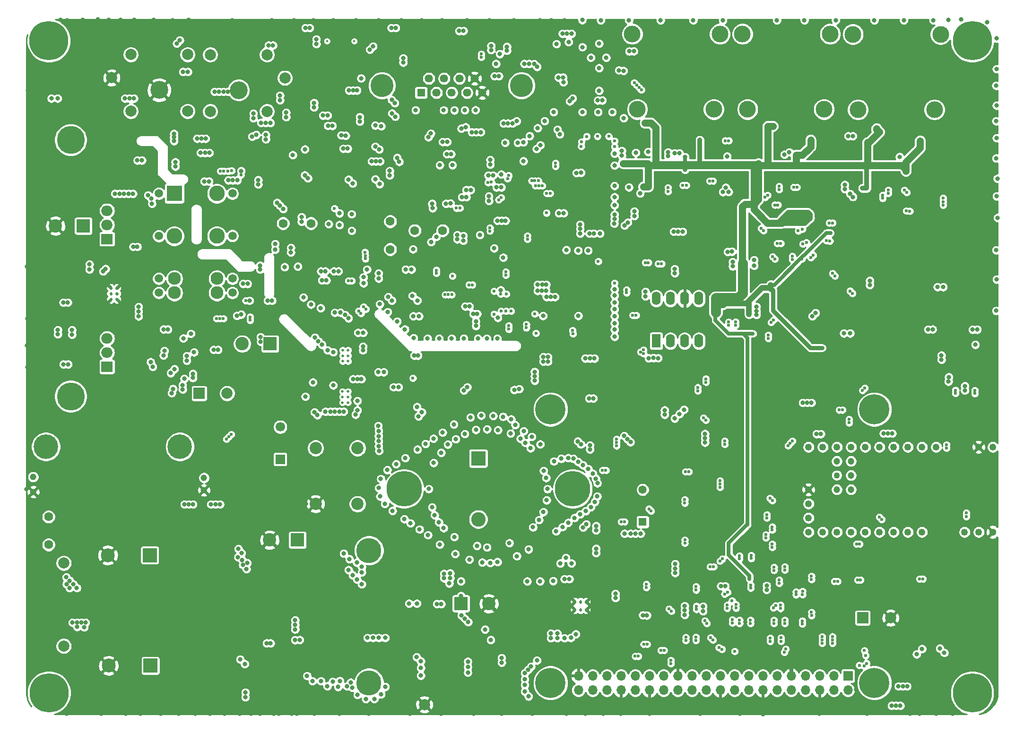
<source format=gbr>
G04 #@! TF.GenerationSoftware,KiCad,Pcbnew,5.1.5-52549c5~84~ubuntu18.04.1*
G04 #@! TF.CreationDate,2020-01-14T00:11:37-08:00*
G04 #@! TF.ProjectId,Pi_Blackbox,50695f42-6c61-4636-9b62-6f782e6b6963,R3*
G04 #@! TF.SameCoordinates,Original*
G04 #@! TF.FileFunction,Copper,L5,Inr*
G04 #@! TF.FilePolarity,Positive*
%FSLAX46Y46*%
G04 Gerber Fmt 4.6, Leading zero omitted, Abs format (unit mm)*
G04 Created by KiCad (PCBNEW 5.1.5-52549c5~84~ubuntu18.04.1) date 2020-01-14 00:11:37*
%MOMM*%
%LPD*%
G04 APERTURE LIST*
%ADD10C,1.200000*%
%ADD11C,1.100000*%
%ADD12C,1.300000*%
%ADD13C,1.250000*%
%ADD14C,2.000000*%
%ADD15C,3.200000*%
%ADD16C,1.500000*%
%ADD17C,2.800000*%
%ADD18C,2.300000*%
%ADD19R,2.800000X2.800000*%
%ADD20C,4.400000*%
%ADD21C,1.150000*%
%ADD22C,1.473200*%
%ADD23R,1.473200X1.473200*%
%ADD24C,1.700000*%
%ADD25R,1.700000X1.700000*%
%ADD26C,2.400000*%
%ADD27R,2.400000X2.400000*%
%ADD28C,1.600000*%
%ADD29O,1.600000X2.400000*%
%ADD30R,1.600000X2.400000*%
%ADD31C,4.500000*%
%ADD32C,6.350000*%
%ADD33C,2.600000*%
%ADD34R,2.600000X2.600000*%
%ADD35R,2.500000X2.500000*%
%ADD36C,2.500000*%
%ADD37C,5.000000*%
%ADD38R,2.000000X2.000000*%
%ADD39C,0.500000*%
%ADD40C,0.400000*%
%ADD41C,2.200000*%
%ADD42C,3.000000*%
%ADD43R,1.458000X1.458000*%
%ADD44C,1.458000*%
%ADD45C,4.116000*%
%ADD46C,0.800000*%
%ADD47C,5.400000*%
%ADD48O,2.000000X1.905000*%
%ADD49R,2.000000X1.905000*%
%ADD50C,7.000000*%
%ADD51O,1.700000X1.700000*%
%ADD52C,0.600000*%
%ADD53C,0.850000*%
%ADD54C,1.250000*%
%ADD55C,0.650000*%
%ADD56C,1.750000*%
%ADD57C,0.750000*%
%ADD58C,1.000000*%
%ADD59C,0.254000*%
G04 APERTURE END LIST*
D10*
X206105000Y-118355000D03*
D11*
X206105000Y-115815000D03*
D10*
X208680000Y-118355000D03*
X208680000Y-115815000D03*
X208680000Y-113275000D03*
X206105000Y-113275000D03*
D12*
X234065000Y-125975000D03*
D13*
X231525000Y-125975000D03*
X228985000Y-125975000D03*
X221365000Y-125975000D03*
X218825000Y-125975000D03*
X216285000Y-125975000D03*
X213745000Y-125975000D03*
X211205000Y-125975000D03*
X208665000Y-125975000D03*
X206125000Y-125975000D03*
X203585000Y-125975000D03*
X234065000Y-110735000D03*
X231525000Y-110735000D03*
X223905000Y-110735000D03*
X221365000Y-110735000D03*
X218825000Y-110735000D03*
X216285000Y-110735000D03*
X213745000Y-110735000D03*
X211205000Y-110735000D03*
X208665000Y-110735000D03*
X206125000Y-110735000D03*
X203585000Y-110735000D03*
X201045000Y-125975000D03*
X201045000Y-123435000D03*
X201045000Y-120895000D03*
X201045000Y-110735000D03*
X201045000Y-118355000D03*
D14*
X89847000Y-50589000D03*
X89847000Y-40429000D03*
X79687000Y-50589000D03*
X79687000Y-40429000D03*
D15*
X84767000Y-46789000D03*
D16*
X97880000Y-65330000D03*
X97880000Y-72905000D03*
X97880000Y-80570000D03*
X97880000Y-83110000D03*
X84705000Y-83110000D03*
X84705000Y-80570000D03*
X84705000Y-72950000D03*
X84705000Y-65330000D03*
D17*
X95100000Y-72950000D03*
D18*
X95100000Y-80570000D03*
X95100000Y-83110000D03*
D19*
X87480000Y-65330000D03*
D17*
X95100000Y-65330000D03*
X87480000Y-72950000D03*
D18*
X87480000Y-83110000D03*
X87480000Y-80570000D03*
D20*
X64470000Y-110680000D03*
X88470000Y-110680000D03*
D21*
X62195000Y-116090000D03*
X62220000Y-118780000D03*
X92795000Y-118480000D03*
X92795000Y-116255000D03*
D22*
X171350000Y-118368800D03*
D23*
X171350000Y-124160000D03*
D24*
X106440000Y-107148800D03*
D25*
X106440000Y-112940000D03*
D26*
X99630000Y-92255000D03*
D27*
X104630000Y-92255000D03*
D28*
X64960000Y-128240000D03*
X64960000Y-123240000D03*
D14*
X67670000Y-146390000D03*
X67670000Y-131530000D03*
D29*
X173780000Y-84110000D03*
X181400000Y-91730000D03*
X176320000Y-84110000D03*
X178860000Y-91730000D03*
X178860000Y-84110000D03*
X176320000Y-91730000D03*
X181400000Y-84110000D03*
D30*
X173780000Y-91730000D03*
D14*
X107280000Y-44630000D03*
X76250000Y-44590000D03*
X132262000Y-156874000D03*
D31*
X122340000Y-129270000D03*
X122340000Y-152970000D03*
D32*
X158810000Y-118210000D03*
X128610000Y-118210000D03*
D33*
X141910000Y-123680000D03*
D34*
X141910000Y-112760000D03*
D35*
X83090000Y-130120000D03*
D36*
X75590000Y-130120000D03*
D35*
X83200000Y-149910000D03*
D36*
X75700000Y-149910000D03*
D37*
X68920000Y-55720000D03*
X68920000Y-101660000D03*
D26*
X143810000Y-138790000D03*
D27*
X138810000Y-138790000D03*
D14*
X96930000Y-101120000D03*
D38*
X91930000Y-101120000D03*
D39*
X159210000Y-139880000D03*
X159210000Y-138480000D03*
X160210000Y-139880000D03*
X160210000Y-138480000D03*
X161210000Y-139880000D03*
X161210000Y-138480000D03*
D15*
X98992000Y-46814000D03*
D14*
X93912000Y-40454000D03*
X93912000Y-50614000D03*
X104072000Y-40454000D03*
X104072000Y-50614000D03*
D39*
X118610000Y-95380000D03*
X117610000Y-95380000D03*
X118610000Y-94380000D03*
X117610000Y-94380000D03*
X118610000Y-93380000D03*
X117610000Y-93380000D03*
D40*
X119710000Y-38045000D03*
X114810000Y-38045000D03*
D41*
X120280000Y-110930000D03*
X112780000Y-110930000D03*
X112780000Y-120930000D03*
X120280000Y-120930000D03*
D39*
X117580000Y-100780000D03*
X118580000Y-100780000D03*
X117580000Y-101780000D03*
X118580000Y-101780000D03*
X117580000Y-102780000D03*
X118580000Y-102780000D03*
D42*
X223610000Y-50305000D03*
X209910000Y-50305000D03*
X224710000Y-36805000D03*
X209010000Y-36805000D03*
X203830000Y-50245000D03*
X190130000Y-50245000D03*
X204930000Y-36745000D03*
X189230000Y-36745000D03*
D43*
X131675000Y-47250000D03*
D44*
X133045000Y-44710000D03*
X134415000Y-47250000D03*
X135785000Y-44710000D03*
X137155000Y-47250000D03*
X138525000Y-44710000D03*
X139895000Y-47250000D03*
X141265000Y-44710000D03*
X142635000Y-47250000D03*
D45*
X124660000Y-45980000D03*
X149650000Y-45980000D03*
D42*
X169490000Y-36745000D03*
X185190000Y-36745000D03*
X170390000Y-50245000D03*
X184090000Y-50245000D03*
D28*
X135520000Y-71950000D03*
X130520000Y-71950000D03*
X126140000Y-75330000D03*
X126140000Y-70330000D03*
X106950000Y-70670000D03*
X111950000Y-70670000D03*
D26*
X66180000Y-71130000D03*
D27*
X71180000Y-71130000D03*
D39*
X76150000Y-84270000D03*
X77150000Y-84270000D03*
X76150000Y-83270000D03*
X77150000Y-83270000D03*
X76150000Y-82270000D03*
X77150000Y-82270000D03*
D26*
X104540000Y-127390000D03*
D27*
X109540000Y-127390000D03*
D46*
X156281891Y-102568109D03*
X154850000Y-101975000D03*
X153418109Y-102568109D03*
X152825000Y-104000000D03*
X153418109Y-105431891D03*
X154850000Y-106025000D03*
X156281891Y-105431891D03*
X156875000Y-104000000D03*
D47*
X154850000Y-104000000D03*
D46*
X156281891Y-151568109D03*
X154850000Y-150975000D03*
X153418109Y-151568109D03*
X152825000Y-153000000D03*
X153418109Y-154431891D03*
X154850000Y-155025000D03*
X156281891Y-154431891D03*
X156875000Y-153000000D03*
D47*
X154850000Y-153000000D03*
D46*
X214281891Y-151568109D03*
X212850000Y-150975000D03*
X211418109Y-151568109D03*
X210825000Y-153000000D03*
X211418109Y-154431891D03*
X212850000Y-155025000D03*
X214281891Y-154431891D03*
X214875000Y-153000000D03*
D47*
X212850000Y-153000000D03*
D46*
X214281891Y-102568109D03*
X212850000Y-101975000D03*
X211418109Y-102568109D03*
X210825000Y-104000000D03*
X211418109Y-105431891D03*
X212850000Y-106025000D03*
X214281891Y-105431891D03*
X214875000Y-104000000D03*
D47*
X212850000Y-104000000D03*
D14*
X215750000Y-141350000D03*
D38*
X210750000Y-141350000D03*
D48*
X75420000Y-68390000D03*
X75420000Y-70930000D03*
D49*
X75420000Y-73470000D03*
D48*
X75420000Y-91270000D03*
X75420000Y-93810000D03*
D49*
X75420000Y-96350000D03*
D46*
X232236155Y-152923845D03*
X230380000Y-152155000D03*
X228523845Y-152923845D03*
X227755000Y-154780000D03*
X228523845Y-156636155D03*
X230380000Y-157405000D03*
X232236155Y-156636155D03*
X233005000Y-154780000D03*
D50*
X230380000Y-154780000D03*
D46*
X232236155Y-36103845D03*
X230380000Y-35335000D03*
X228523845Y-36103845D03*
X227755000Y-37960000D03*
X228523845Y-39816155D03*
X230380000Y-40585000D03*
X232236155Y-39816155D03*
X233005000Y-37960000D03*
D50*
X230380000Y-37960000D03*
D46*
X66853478Y-152651733D03*
X64984187Y-151915400D03*
X63141733Y-152716522D03*
X62405400Y-154585813D03*
X63206522Y-156428267D03*
X65075813Y-157164600D03*
X66918267Y-156363478D03*
X67654600Y-154494187D03*
D50*
X65030000Y-154770000D03*
D46*
X66833478Y-36061733D03*
X64964187Y-35325400D03*
X63121733Y-36126522D03*
X62385400Y-37995813D03*
X63186522Y-39838267D03*
X65055813Y-40574600D03*
X66898267Y-39773478D03*
X67634600Y-37904187D03*
D50*
X65010000Y-37950000D03*
D51*
X159855780Y-154276220D03*
X159855780Y-151736220D03*
X162395780Y-154276220D03*
X162395780Y-151736220D03*
X164935780Y-154276220D03*
X164935780Y-151736220D03*
X167475780Y-154276220D03*
X167475780Y-151736220D03*
X170015780Y-154276220D03*
X170015780Y-151736220D03*
X172555780Y-154276220D03*
X172555780Y-151736220D03*
X175095780Y-154276220D03*
X175095780Y-151736220D03*
X177635780Y-154276220D03*
X177635780Y-151736220D03*
X180175780Y-154276220D03*
X180175780Y-151736220D03*
X182715780Y-154276220D03*
X182715780Y-151736220D03*
X185255780Y-154276220D03*
X185255780Y-151736220D03*
X187795780Y-154276220D03*
X187795780Y-151736220D03*
X190335780Y-154276220D03*
X190335780Y-151736220D03*
X192875780Y-154276220D03*
X192875780Y-151736220D03*
X195415780Y-154276220D03*
X195415780Y-151736220D03*
X197955780Y-154276220D03*
X197955780Y-151736220D03*
X200495780Y-154276220D03*
X200495780Y-151736220D03*
X203035780Y-154276220D03*
X203035780Y-151736220D03*
X205575780Y-154276220D03*
X205575780Y-151736220D03*
X208115780Y-154276220D03*
D25*
X208115780Y-151736220D03*
D46*
X191305000Y-77255000D03*
X191305000Y-78230000D03*
D52*
X140830000Y-81680000D03*
X140230000Y-81680000D03*
X143665000Y-63375000D03*
X144260000Y-63280000D03*
D46*
X119217500Y-69017500D03*
X117055000Y-68880000D03*
D52*
X116155000Y-67985000D03*
D46*
X124060000Y-80550000D03*
X124060000Y-79640000D03*
D52*
X203510000Y-145900000D03*
X203510000Y-145290000D03*
X203510000Y-144700000D03*
X230820000Y-100580000D03*
X230820000Y-101140000D03*
X121370000Y-85600000D03*
X121780000Y-86010000D03*
X182670000Y-98530000D03*
X182660000Y-99130000D03*
X225753038Y-110328038D03*
X225752029Y-110927029D03*
X205340000Y-145870000D03*
X205340000Y-145280000D03*
X205340000Y-144680000D03*
X227400000Y-100560000D03*
X227400000Y-101130000D03*
X120485000Y-86365000D03*
X120895000Y-86775000D03*
X181230000Y-100060000D03*
X181230000Y-100660000D03*
X211140000Y-100190000D03*
X210725000Y-100605000D03*
X229300000Y-123190000D03*
X229300000Y-122550000D03*
D46*
X121060000Y-135320000D03*
X118690000Y-132760000D03*
X120210000Y-134470000D03*
X119415000Y-133675000D03*
X100200000Y-155550000D03*
X100200000Y-154700000D03*
X121060000Y-133160000D03*
X120155000Y-131455000D03*
X118830000Y-130790000D03*
X121060000Y-132170000D03*
X117810740Y-129800740D03*
X99268000Y-148772000D03*
X100083000Y-149587000D03*
X191730000Y-85608447D03*
X191730000Y-86355000D03*
X191730000Y-87030000D03*
X110250000Y-69530000D03*
X110250000Y-70340000D03*
X100585000Y-81505000D03*
X99790000Y-81500000D03*
X145105000Y-42075000D03*
X145755000Y-40355000D03*
X152450000Y-42640000D03*
X109575000Y-78385000D03*
X107222500Y-78477500D03*
X136340000Y-56090000D03*
X135530000Y-56090000D03*
X151915000Y-42105000D03*
X164100000Y-48650000D03*
X163320000Y-48650000D03*
X114980000Y-53190000D03*
X115790000Y-53200000D03*
X124306998Y-59553002D03*
X123606998Y-59553002D03*
X122836998Y-59553002D03*
X114905000Y-93405000D03*
X115960000Y-93740000D03*
X119470000Y-98550000D03*
X120270000Y-98550000D03*
X120980000Y-98550000D03*
X127045000Y-51535000D03*
X126460000Y-50960000D03*
X154380000Y-94630000D03*
X153555000Y-94605000D03*
X154355000Y-95430000D03*
X153555000Y-95405000D03*
D52*
X134410000Y-79610000D03*
X134410000Y-79060000D03*
X179020000Y-115160000D03*
X179620000Y-115160000D03*
D46*
X160275000Y-110255000D03*
X159735000Y-109715000D03*
D52*
X193870000Y-90690000D03*
X193870000Y-91260000D03*
X130205000Y-98405000D03*
D46*
X113281000Y-91781000D03*
X112646000Y-91146000D03*
X113916000Y-92416000D03*
X126420000Y-84484000D03*
X125785000Y-83849000D03*
X150995000Y-42075000D03*
X150135000Y-42075000D03*
X146420000Y-52750000D03*
X147230000Y-52750000D03*
X148040000Y-52750000D03*
X148785000Y-52375000D03*
D52*
X101055000Y-88025000D03*
X101055000Y-87435000D03*
D46*
X87400000Y-54610000D03*
X87400000Y-55930000D03*
X87400000Y-55260000D03*
X150915000Y-129075000D03*
X145365000Y-131300000D03*
X142615000Y-131400000D03*
X142415000Y-105100000D03*
X140515000Y-105425000D03*
X156760000Y-112830000D03*
X144590000Y-105150000D03*
X146340000Y-105300000D03*
X153000000Y-110230000D03*
X151480000Y-108900000D03*
X150040000Y-107890000D03*
X148530000Y-106790000D03*
X147800000Y-105750000D03*
X155450000Y-113300000D03*
X158930000Y-112830000D03*
X159800000Y-113410000D03*
X160670000Y-114000000D03*
X161620000Y-114660000D03*
X162410000Y-115490000D03*
X162960000Y-116390000D03*
X163240000Y-117220000D03*
X163230000Y-119570000D03*
X162790000Y-120550000D03*
X162070000Y-121480000D03*
X161170000Y-122220000D03*
X160140000Y-122780000D03*
X159170000Y-123420000D03*
X158010000Y-124280000D03*
X156980000Y-125070000D03*
X155860000Y-125840000D03*
X144040000Y-131500000D03*
X148840000Y-130275000D03*
X137770000Y-129870000D03*
X124320000Y-119600000D03*
X124100000Y-118080000D03*
X124460000Y-116430000D03*
X125620000Y-114860000D03*
X127190000Y-113780000D03*
X128840000Y-112710000D03*
X125170000Y-120920000D03*
X126550000Y-122160000D03*
X128670000Y-123650000D03*
X129780000Y-124390000D03*
X131400000Y-125490000D03*
X132920000Y-126510000D03*
X135015000Y-128200000D03*
X141665000Y-128425000D03*
X143465000Y-128700000D03*
X140315000Y-130900000D03*
X137615000Y-126850000D03*
X135720000Y-125260000D03*
X134860000Y-124200000D03*
X134100000Y-122940000D03*
X133640000Y-121550000D03*
X133040128Y-118250000D03*
X131020000Y-111170000D03*
X132470000Y-110160000D03*
X133890000Y-109220000D03*
X135530000Y-108130000D03*
X137540000Y-106660000D03*
X151720000Y-125110000D03*
X152800000Y-123790000D03*
X153580000Y-122390000D03*
X154170000Y-120280000D03*
X154310000Y-118250000D03*
X154090000Y-116280000D03*
X153615000Y-115000000D03*
X151290000Y-110950000D03*
X150365000Y-110000000D03*
X149450000Y-109250000D03*
X147700000Y-108310000D03*
X145430000Y-107690000D03*
X143490000Y-107560000D03*
X141480000Y-107660000D03*
X139500000Y-108400000D03*
X137880000Y-109310000D03*
X136460000Y-110280000D03*
X135290000Y-111740000D03*
X133930000Y-113590000D03*
X147490000Y-127925000D03*
X161900000Y-94880000D03*
X162730000Y-94880000D03*
X161060000Y-94870000D03*
X158020000Y-112690000D03*
X144140000Y-145270000D03*
X143107500Y-143402500D03*
X138925000Y-140905000D03*
X139500000Y-141480000D03*
X140115000Y-142095000D03*
X138802500Y-137397500D03*
X138802500Y-134767500D03*
X135270000Y-138840000D03*
X134510000Y-138840000D03*
X129510000Y-138770000D03*
X130900000Y-138770000D03*
X146090000Y-148520000D03*
X146120000Y-149330000D03*
X166470000Y-137035000D03*
X166470000Y-137760000D03*
X157590000Y-130570000D03*
X158589999Y-131569999D03*
X156600000Y-131560000D03*
X150230000Y-151230000D03*
X150230000Y-152355000D03*
X150230000Y-153355000D03*
X150230000Y-154505000D03*
X150892500Y-155417500D03*
D52*
X211068750Y-147201250D03*
X211270000Y-148060000D03*
X211445000Y-149495000D03*
X211020000Y-149920000D03*
X210147500Y-149842500D03*
D46*
X152430000Y-148970000D03*
X151380000Y-150080000D03*
X150817500Y-150642500D03*
X221400000Y-146880000D03*
X220410000Y-147870000D03*
X140755000Y-54330000D03*
X141560000Y-54330000D03*
X142350000Y-54330000D03*
X157150000Y-45380000D03*
X156267500Y-44512500D03*
X157082500Y-44512500D03*
X187460259Y-77571745D03*
X187460259Y-78371745D03*
X111410000Y-62590000D03*
X110830000Y-62040000D03*
X110850000Y-57400000D03*
X108700000Y-58420000D03*
X133750000Y-67950000D03*
D52*
X146020000Y-86400000D03*
X147800000Y-86400000D03*
X146880000Y-86400000D03*
D46*
X133617500Y-67126500D03*
D52*
X138630000Y-67940000D03*
X138005000Y-67955000D03*
X147340000Y-62100000D03*
X147160000Y-62660000D03*
D46*
X153015000Y-56665000D03*
X152340000Y-57330000D03*
X104717798Y-145872202D03*
X104020000Y-145870000D03*
X175280000Y-104140000D03*
X175280000Y-104950000D03*
D52*
X194635000Y-76645000D03*
X195035000Y-77045000D03*
X198150000Y-76580000D03*
X201910000Y-76370000D03*
X201470000Y-76800000D03*
X198150000Y-77170000D03*
X186500000Y-139610000D03*
X186510000Y-139030000D03*
X198172500Y-109647500D03*
X197772500Y-110047500D03*
X197392500Y-110492500D03*
D46*
X196740000Y-58335000D03*
X197610000Y-57935000D03*
X177050000Y-58105000D03*
X177950000Y-58105000D03*
X80855000Y-59405000D03*
X81680000Y-59405000D03*
D52*
X95050000Y-87730000D03*
X95650000Y-87730000D03*
X96260000Y-87730000D03*
X192580000Y-71570000D03*
X192990000Y-71980000D03*
X194560000Y-125580000D03*
X194560000Y-125030000D03*
X214310000Y-65610000D03*
X214310000Y-66180000D03*
X204770000Y-70590000D03*
X205340000Y-70590000D03*
X201590000Y-134460000D03*
X201590000Y-133860000D03*
X208495000Y-82785000D03*
X208915000Y-83205000D03*
X205790000Y-80080000D03*
X205380000Y-79640000D03*
X199980000Y-71690000D03*
X199210000Y-72020000D03*
X195020000Y-67370000D03*
X195570000Y-67370000D03*
X199980000Y-137180000D03*
X199990000Y-136580000D03*
X194150000Y-119920000D03*
X194575000Y-120345000D03*
X150525000Y-88775000D03*
X150525000Y-89380000D03*
X196750000Y-147500000D03*
X196990000Y-146950000D03*
X167540000Y-124120000D03*
X168130000Y-124120000D03*
X150710000Y-73500000D03*
X150710000Y-72920000D03*
X146840000Y-79370000D03*
X146840000Y-79960000D03*
X214142500Y-123692500D03*
X213717500Y-123267500D03*
X155750000Y-60450000D03*
X155750000Y-59900000D03*
X176410000Y-149530000D03*
X176410000Y-148920000D03*
D46*
X212018000Y-80928000D03*
X212018000Y-81690000D03*
X158297000Y-48797000D03*
X158805000Y-48289000D03*
D52*
X220955000Y-134355000D03*
X221555000Y-134355000D03*
X96815000Y-109315000D03*
X97235000Y-108895000D03*
X97665000Y-108465000D03*
D46*
X85530000Y-94305000D03*
X85692500Y-93517500D03*
X89705000Y-94430000D03*
X89705000Y-95230000D03*
X90805000Y-98355000D03*
X90805000Y-97605000D03*
X161745000Y-102015000D03*
X162495000Y-102015000D03*
D52*
X174140000Y-77930000D03*
X174750000Y-77930000D03*
X171490000Y-93350000D03*
X171510000Y-93970000D03*
X170990000Y-93700000D03*
D46*
X174080000Y-94800000D03*
X173250000Y-94790000D03*
X171855000Y-82925000D03*
X128450000Y-41860000D03*
X128450000Y-41080000D03*
X171855000Y-83725000D03*
X177090000Y-78830000D03*
X177095000Y-79575000D03*
X152005000Y-98855000D03*
X152005000Y-98055000D03*
X152005000Y-97255000D03*
X172420000Y-94810000D03*
X178750000Y-104030000D03*
X177960000Y-104800000D03*
X177070000Y-105630000D03*
D52*
X169850000Y-45480000D03*
X170270000Y-45900000D03*
X170700000Y-46330000D03*
X171120000Y-46750000D03*
D46*
X101640000Y-51020000D03*
X101640000Y-51800000D03*
D52*
X183960000Y-63070000D03*
X183360000Y-63070000D03*
X185200000Y-117955000D03*
X185200000Y-117385000D03*
X185200000Y-116795000D03*
X186775000Y-55855000D03*
X186130000Y-55855000D03*
X182660000Y-105940000D03*
X182250000Y-105530000D03*
X208310000Y-106390000D03*
X208310000Y-105790000D03*
D46*
X208980000Y-55030000D03*
X208180000Y-55030000D03*
X136930000Y-67105000D03*
X136130000Y-67130000D03*
D52*
X145920000Y-83350000D03*
X146940000Y-83350000D03*
X146010000Y-66070000D03*
D46*
X145920000Y-82630000D03*
D52*
X145554134Y-66444134D03*
D46*
X156095000Y-53855000D03*
X156500000Y-54700000D03*
X114890000Y-153570000D03*
X119370000Y-153830000D03*
X115830000Y-152760000D03*
X116820000Y-153720000D03*
X117100000Y-152630000D03*
X118420000Y-153610000D03*
X119050000Y-152910000D03*
X111250000Y-151740000D03*
X113725000Y-152665000D03*
X112215000Y-152665000D03*
X120270000Y-155130000D03*
X121780000Y-155870000D03*
X124500000Y-155040000D03*
X125270000Y-153700000D03*
X123280000Y-155850000D03*
X175930000Y-57930000D03*
X175930000Y-58580000D03*
X172305000Y-57880000D03*
X170105000Y-58005000D03*
D52*
X187830000Y-147350000D03*
D46*
X225380000Y-147600000D03*
X224575000Y-146795000D03*
X217350000Y-58745000D03*
X102905000Y-91055000D03*
X102955000Y-91855000D03*
X100930000Y-84505000D03*
D52*
X100260329Y-84505000D03*
D46*
X87480000Y-96755000D03*
X86830000Y-97505000D03*
X87230000Y-100305000D03*
X87017500Y-101067500D03*
X127390000Y-58910000D03*
X127760000Y-59640000D03*
X123450000Y-53140000D03*
X124540834Y-53239166D03*
X144040000Y-59320000D03*
X144050000Y-60120000D03*
X112920000Y-38550000D03*
X112910000Y-37710000D03*
X145170000Y-64225001D03*
X146050000Y-64225001D03*
X137290000Y-60250000D03*
X135020000Y-60250000D03*
X143690000Y-62075000D03*
X144545000Y-62075000D03*
X221060000Y-55840000D03*
X221050000Y-56650000D03*
X221040000Y-57450000D03*
X214210000Y-60180000D03*
X211630000Y-60180000D03*
X218490000Y-61305000D03*
X210715000Y-64380000D03*
X211480000Y-64380000D03*
X181605000Y-58230000D03*
X181605000Y-57455000D03*
X172230000Y-59930000D03*
X169990000Y-59930000D03*
X169280000Y-59930000D03*
X189280000Y-59930000D03*
X189960000Y-59930000D03*
X192070000Y-59930000D03*
X198820000Y-58455000D03*
X198820000Y-59255000D03*
X178950000Y-58805000D03*
X178950000Y-61030000D03*
X193755000Y-53255000D03*
X194705000Y-53280000D03*
X201430000Y-56955000D03*
X201430000Y-55715000D03*
X191590000Y-64130000D03*
X172345000Y-64135000D03*
X171505000Y-64135000D03*
X191555000Y-63355000D03*
X160140000Y-72480000D03*
X160140000Y-71670000D03*
X160140000Y-70870000D03*
X157220000Y-68815000D03*
X156340000Y-68815000D03*
X171780000Y-52705000D03*
X172530000Y-52705000D03*
X173180000Y-53055000D03*
X159480000Y-61630000D03*
X160305000Y-61605000D03*
X189255000Y-77805000D03*
X189255000Y-79208447D03*
X189230000Y-78455000D03*
X191280000Y-67205000D03*
X190470000Y-67220000D03*
X189660000Y-67220000D03*
X166305000Y-69905000D03*
X166305000Y-69105000D03*
X161805000Y-72480000D03*
X162605000Y-72480000D03*
X163705000Y-72480000D03*
X166280000Y-70705000D03*
X186050000Y-85030000D03*
X184920000Y-85260000D03*
X184890000Y-86310000D03*
X168900000Y-34280000D03*
X160530000Y-34255000D03*
X234650000Y-86330000D03*
X234730000Y-80730000D03*
X234650000Y-75490000D03*
X234930000Y-69680000D03*
X234870000Y-62650000D03*
X234720000Y-55390000D03*
X234720000Y-49560000D03*
X234720000Y-43030000D03*
X234710000Y-37550000D03*
X233040000Y-34680000D03*
X226080000Y-34220000D03*
X228390000Y-34170000D03*
X223410000Y-34280000D03*
X218130000Y-34280000D03*
X212840000Y-34280000D03*
X205930000Y-34280000D03*
X200320000Y-34280000D03*
X195390000Y-34280000D03*
X185720000Y-34280000D03*
X180420000Y-34280000D03*
X174560000Y-34280000D03*
X163850000Y-34280000D03*
X166305000Y-67430000D03*
X166305000Y-65955000D03*
X166305000Y-63955000D03*
X166305000Y-60305000D03*
X166305000Y-58180000D03*
X150005000Y-59505000D03*
X146040000Y-61890000D03*
X151123996Y-55010000D03*
X152543996Y-53590000D03*
X155403996Y-50730000D03*
X160540000Y-50730000D03*
X163370000Y-50730000D03*
X165900000Y-50730000D03*
X167950000Y-51800000D03*
X213730000Y-54310000D03*
X213255000Y-53680000D03*
X104210000Y-84515000D03*
X104985000Y-84515000D03*
X98680000Y-87205000D03*
X99455000Y-87005000D03*
X89080000Y-91255000D03*
X90430000Y-90430000D03*
X92190000Y-58030000D03*
X92965000Y-58030000D03*
X93740000Y-58030000D03*
X117360000Y-54880000D03*
X99430000Y-61280000D03*
X118170000Y-54935000D03*
X101400000Y-55110000D03*
X115130000Y-70780000D03*
X119242500Y-71992500D03*
X117061250Y-70948750D03*
X116860000Y-79250000D03*
X116070000Y-79250000D03*
X106421250Y-67508750D03*
X106981250Y-68068750D03*
X105876250Y-66963750D03*
X113725000Y-79250000D03*
X114490000Y-79250000D03*
X164825000Y-40960000D03*
X162060000Y-40960000D03*
X146725000Y-56215000D03*
X126060000Y-62070000D03*
X126060000Y-61270000D03*
X143835000Y-66625000D03*
X143800000Y-65840000D03*
X163550000Y-38455000D03*
X148960000Y-56220000D03*
X150005000Y-56128996D03*
X138865000Y-53665000D03*
X139630000Y-53420000D03*
X158080000Y-38190000D03*
X155925000Y-38545000D03*
X147055000Y-39695000D03*
X147055000Y-39015000D03*
X144200000Y-39600000D03*
X144200000Y-38870000D03*
X160560000Y-39090000D03*
X163550000Y-46890000D03*
X169760000Y-39830000D03*
X168960000Y-39850000D03*
X163550000Y-42830000D03*
X224870000Y-95075000D03*
X224870000Y-94300000D03*
X230450000Y-89710000D03*
X231270000Y-89710000D03*
X113111250Y-105038750D03*
X112581250Y-104508750D03*
X112285000Y-99145000D03*
X110942500Y-101707500D03*
X126330000Y-35655000D03*
X127130000Y-35655000D03*
X138505000Y-36205000D03*
X139265000Y-36205000D03*
X122495000Y-39535000D03*
X123075000Y-38955000D03*
X110945000Y-35655000D03*
X111695000Y-35655000D03*
X120920000Y-44680000D03*
X120690000Y-51620000D03*
X120700000Y-52430000D03*
X113695000Y-85835000D03*
X111935000Y-85215000D03*
X110595000Y-83945000D03*
X131110000Y-94350000D03*
X130450000Y-94350000D03*
X139950000Y-100000000D03*
X139340000Y-100580000D03*
X149250000Y-100350000D03*
X148340000Y-100500000D03*
X159840000Y-87240000D03*
X153505000Y-87255000D03*
X194300000Y-81790000D03*
X190400000Y-86120000D03*
X190400000Y-86940000D03*
X194300000Y-82590000D03*
D52*
X197470000Y-69420000D03*
X197470000Y-68830000D03*
X201165000Y-69715000D03*
X201160000Y-69100000D03*
X193700000Y-70590000D03*
X193167500Y-70352500D03*
X204995000Y-72395000D03*
X200060000Y-76580000D03*
X154130000Y-68800000D03*
X163405000Y-77465000D03*
X191140000Y-90440000D03*
X188057132Y-90372868D03*
X199835010Y-77083205D03*
X166305000Y-56925000D03*
X166305000Y-55935000D03*
X165280828Y-55080828D03*
X163250755Y-55090755D03*
X161360000Y-55100000D03*
X160415000Y-56045000D03*
X160350000Y-56880000D03*
X225145000Y-67385000D03*
X225145000Y-66785000D03*
X225145000Y-66165000D03*
D46*
X124020000Y-97324990D03*
X124970000Y-97324990D03*
D52*
X166685000Y-110535000D03*
X166685000Y-109935000D03*
X166685000Y-109335000D03*
X137280000Y-80120000D03*
X144720000Y-86930000D03*
D46*
X141480000Y-88260000D03*
X141480000Y-89040000D03*
X145410000Y-87580000D03*
D52*
X144740000Y-82840000D03*
X166310000Y-81390000D03*
D46*
X166310000Y-82450000D03*
X166310000Y-83600000D03*
X166310000Y-84880000D03*
X166310000Y-86050000D03*
X166310000Y-87270000D03*
X166310000Y-88550000D03*
X166310000Y-89710000D03*
X166310000Y-90980000D03*
X145320000Y-91320000D03*
X143430000Y-91320000D03*
X141850000Y-91320000D03*
X139320000Y-91320000D03*
X137150000Y-91320000D03*
X134900000Y-91320000D03*
X132830000Y-91320000D03*
X130335000Y-91205000D03*
X128775000Y-89645000D03*
X127390000Y-88260000D03*
X125680000Y-86550000D03*
X124275000Y-85145000D03*
X121340000Y-81400000D03*
X121340000Y-80320000D03*
X122000000Y-78920000D03*
X142190001Y-72749999D03*
X130220000Y-75310000D03*
X146388760Y-76791240D03*
X144747262Y-75132738D03*
X134390000Y-73080000D03*
X133460000Y-74010000D03*
X141400000Y-50370000D03*
X139490000Y-50380000D03*
X135720000Y-50390000D03*
X137630000Y-50420000D03*
X130690000Y-50390000D03*
X153796998Y-52336998D03*
D52*
X203465000Y-92985000D03*
X202860000Y-92985000D03*
D46*
X234730000Y-65830000D03*
X234655000Y-59005000D03*
X234630000Y-52355000D03*
X234630000Y-46005000D03*
D52*
X99400000Y-61970000D03*
X152015000Y-86885000D03*
D46*
X123460000Y-56900000D03*
X124175437Y-57414563D03*
X102150000Y-54830000D03*
X87908750Y-38428750D03*
X88468750Y-37868750D03*
X119930000Y-104940000D03*
X120260000Y-104150000D03*
X120250000Y-102470000D03*
X115930000Y-99690000D03*
X167110000Y-43240000D03*
X167910000Y-43340000D03*
X91017500Y-93767500D03*
X176930000Y-72155000D03*
X177705000Y-72155000D03*
X178505000Y-72155000D03*
X114552500Y-104380000D03*
X115410000Y-104380000D03*
X116230000Y-104380000D03*
X117020000Y-104380000D03*
X117800000Y-104380000D03*
X140040000Y-151110000D03*
X140040000Y-150120000D03*
X140040000Y-149170000D03*
X122060000Y-144920000D03*
X123060000Y-144920000D03*
X124100000Y-144920000D03*
X125250000Y-144920000D03*
X131640000Y-149140000D03*
X131640000Y-150290000D03*
X131640000Y-151690000D03*
X130880000Y-148380000D03*
X66620000Y-89780000D03*
X66620000Y-90530000D03*
X85590000Y-89650000D03*
X86330000Y-89650000D03*
X67590000Y-84840000D03*
X68390000Y-84840000D03*
X69160000Y-89800000D03*
X69160000Y-90590000D03*
X95300000Y-93300000D03*
X94510000Y-93300000D03*
X67620000Y-95910000D03*
X68420000Y-95910000D03*
D52*
X142440000Y-40930000D03*
X142440000Y-40350000D03*
D46*
X162996000Y-125632000D03*
X162996000Y-124870000D03*
D52*
X207130000Y-104100000D03*
X206530000Y-104100000D03*
X186065000Y-110270000D03*
X186030000Y-109680000D03*
D46*
X156980000Y-36710010D03*
X157780000Y-36710010D03*
X158610000Y-36710010D03*
X121245000Y-93405000D03*
X121260000Y-92750000D03*
X98890000Y-130470000D03*
X99500000Y-129760000D03*
X98960000Y-129000000D03*
X99740000Y-131850000D03*
X99640000Y-130960000D03*
X100530000Y-131530000D03*
X100400000Y-132570000D03*
X217495000Y-157055000D03*
X216720000Y-157055000D03*
X215945000Y-157055000D03*
X218695000Y-153605000D03*
X217945000Y-153605000D03*
X217170000Y-153605000D03*
X140320000Y-85560000D03*
X139550000Y-85550000D03*
X138150000Y-73520000D03*
X138150000Y-72740000D03*
D52*
X164755000Y-114885000D03*
X164160000Y-114900000D03*
D46*
X130130000Y-83640000D03*
X130990000Y-84500000D03*
X141705000Y-86885000D03*
X141015000Y-86885000D03*
X112500000Y-49880000D03*
X112510000Y-49080000D03*
X126960000Y-49110000D03*
X126410000Y-48540000D03*
X139240000Y-73730000D03*
X139240000Y-72940000D03*
X130290000Y-87290000D03*
X131300000Y-87290000D03*
X171000000Y-126230000D03*
X170060000Y-126230000D03*
X169170000Y-126230000D03*
X168080000Y-126230000D03*
X71570000Y-142180000D03*
X69230000Y-142180000D03*
X70100000Y-142180000D03*
X70850000Y-142180000D03*
X70050000Y-142970000D03*
X71335950Y-143014050D03*
X70020000Y-135990000D03*
X69374050Y-135315950D03*
X68739050Y-134680950D03*
X68124050Y-134065950D03*
X68160000Y-135300000D03*
X68700000Y-135990000D03*
X72280000Y-78930000D03*
X72280000Y-78030000D03*
X80067500Y-65342500D03*
X79267500Y-65342500D03*
X78467500Y-65342500D03*
X77667500Y-65342500D03*
X76867500Y-65342500D03*
X82761250Y-65648750D03*
X83361250Y-66248750D03*
X83480000Y-67130000D03*
X81080000Y-85630000D03*
X81080000Y-86430000D03*
X81080000Y-87330000D03*
X89255000Y-98505000D03*
X88955000Y-99630000D03*
X88980000Y-100405000D03*
X102820000Y-78220000D03*
X102820000Y-78930000D03*
X89300000Y-121000000D03*
X90050000Y-121000000D03*
X90810000Y-121000000D03*
X94060000Y-121000000D03*
X94870000Y-121000000D03*
X95670000Y-121000000D03*
X124128111Y-111401889D03*
X124060000Y-110600000D03*
X124060000Y-109700000D03*
X124060000Y-108770000D03*
X124090000Y-107840000D03*
X123986763Y-106963237D03*
X161895000Y-110445000D03*
X161895000Y-111145000D03*
D52*
X187360000Y-138290000D03*
D46*
X145360000Y-70180000D03*
X146790000Y-70180000D03*
X146060000Y-70190000D03*
X207535000Y-63755000D03*
X207535000Y-64505000D03*
X186220000Y-64260000D03*
X185710000Y-65060000D03*
X186480000Y-58655000D03*
X168680000Y-70505000D03*
X169855000Y-69330000D03*
X169855000Y-68530000D03*
X168130000Y-71055000D03*
X159780000Y-75535000D03*
X157680000Y-75417500D03*
X161580000Y-75535000D03*
X170905000Y-65280000D03*
X168905000Y-64230000D03*
X167630000Y-58555000D03*
X167630000Y-57680000D03*
X186760000Y-65010000D03*
X209000000Y-65930000D03*
X208500000Y-65370000D03*
X114700000Y-80870000D03*
X113920000Y-80870000D03*
X117210000Y-86660000D03*
X116230000Y-86670000D03*
X229035000Y-99805000D03*
X229030000Y-100600000D03*
X223270000Y-89660000D03*
X222480000Y-89670000D03*
X230935000Y-92425000D03*
X120367500Y-90250000D03*
X121310000Y-90250000D03*
X118081250Y-87088750D03*
X118666250Y-87673750D03*
X193550001Y-136299999D03*
X193550001Y-135559999D03*
D52*
X186550000Y-136780000D03*
X186025000Y-137075000D03*
X180920000Y-136360000D03*
X180920000Y-135740000D03*
X193720000Y-65610000D03*
X193260000Y-66010000D03*
X118670000Y-80970000D03*
X119260000Y-80970000D03*
X158900000Y-90450000D03*
X158820000Y-89850000D03*
X152240000Y-90340000D03*
X147390000Y-89000000D03*
X147390000Y-89630000D03*
X194350000Y-88430000D03*
X194780000Y-88000000D03*
D46*
X208520000Y-90380000D03*
X207370000Y-90380000D03*
X108350000Y-75850000D03*
X108350000Y-75040000D03*
X103860000Y-52650000D03*
X103030000Y-52650000D03*
X104690000Y-52650000D03*
X103860000Y-54830000D03*
X103860000Y-55600000D03*
X102505000Y-62885000D03*
X102505000Y-63685000D03*
X98760000Y-62960000D03*
X97950000Y-62960000D03*
X97130000Y-62960000D03*
X131815000Y-104525000D03*
X126740000Y-100010000D03*
X127610000Y-100000000D03*
X105530000Y-75380000D03*
X105530000Y-74380000D03*
X87640000Y-59680000D03*
X87640000Y-60480000D03*
X89020000Y-43500000D03*
X89910000Y-43500000D03*
X65450000Y-48290000D03*
X66560000Y-48290000D03*
X131217500Y-105227500D03*
X130940000Y-103550000D03*
X160690000Y-125120000D03*
X161260000Y-124550000D03*
X202310000Y-86730000D03*
X201750000Y-87290000D03*
X120180000Y-46870000D03*
X119480000Y-46870000D03*
X118750000Y-46870000D03*
X92870000Y-63140000D03*
X93670000Y-63140000D03*
X105150000Y-38780000D03*
X104370000Y-38780000D03*
X109100000Y-145320000D03*
X109930000Y-145290000D03*
X107500000Y-51620000D03*
X107500000Y-50830000D03*
X129950000Y-78940000D03*
X128900000Y-78940000D03*
X171430000Y-75980000D03*
X170655000Y-75980000D03*
X71090000Y-34220000D03*
X73770000Y-34170000D03*
X61030000Y-118270000D03*
X131750000Y-34280000D03*
X135450000Y-34280000D03*
X139940000Y-34280000D03*
X143920000Y-34280000D03*
X148320000Y-34280000D03*
X152960000Y-34280000D03*
X157340000Y-34280000D03*
X154960000Y-34280000D03*
X93400000Y-129760000D03*
X91660000Y-129680000D03*
X93400000Y-128180000D03*
X93420000Y-126820000D03*
X91760000Y-126800000D03*
X93410000Y-131540000D03*
X91760000Y-131590000D03*
X91650000Y-128160000D03*
X115820000Y-147410000D03*
X116630000Y-147690000D03*
X114960000Y-147670000D03*
X116710000Y-148910000D03*
X115900000Y-149610000D03*
X115010000Y-148910000D03*
X105780000Y-148020000D03*
X108729951Y-148008941D03*
X108789951Y-149438941D03*
X107289951Y-147998941D03*
X105809951Y-149438941D03*
X102790000Y-158530000D03*
X109470000Y-158540000D03*
X101180000Y-158530000D03*
X99160000Y-158530000D03*
X96470000Y-158530000D03*
X93850000Y-158530000D03*
X91190000Y-158530000D03*
X88250000Y-158530000D03*
X85020000Y-158530000D03*
X81410000Y-158530000D03*
X78750000Y-158530000D03*
X87160000Y-34280000D03*
X90055000Y-34230000D03*
X97870000Y-34280000D03*
X104920000Y-34280000D03*
X108950000Y-34280000D03*
X112380000Y-34280000D03*
X115960000Y-34280000D03*
X120000000Y-34280000D03*
X124080000Y-34280000D03*
X128150000Y-34280000D03*
X226860000Y-158540000D03*
X220950000Y-158540000D03*
X211520000Y-158540000D03*
X202980000Y-158510000D03*
X192900000Y-158620000D03*
X188730000Y-158540000D03*
X181630000Y-158540000D03*
X167440000Y-158540000D03*
X172610000Y-158520000D03*
X105250000Y-158540000D03*
X108480000Y-158540000D03*
X112590000Y-158540000D03*
X117020000Y-158540000D03*
X122330000Y-158540000D03*
X129710000Y-158540000D03*
X135290000Y-158540000D03*
X141090000Y-158540000D03*
X146110000Y-158540000D03*
X151620000Y-158540000D03*
X157660000Y-158540000D03*
X164310000Y-158540000D03*
X161050000Y-158540000D03*
X75740000Y-34180000D03*
X80310000Y-34220000D03*
X83760000Y-34220000D03*
X77810000Y-34220000D03*
X74400000Y-158530000D03*
X223880000Y-158540000D03*
X107209951Y-149448941D03*
X104100000Y-142110000D03*
X219210000Y-158540000D03*
X61290000Y-46870000D03*
X61480000Y-52340000D03*
X178480000Y-76730000D03*
X178480000Y-75980000D03*
X178480000Y-75155000D03*
X177940000Y-110710000D03*
X209630000Y-154205000D03*
X209640000Y-155010000D03*
X106210000Y-158540000D03*
X107714951Y-154865049D03*
X108664951Y-154865049D03*
X109445000Y-155085000D03*
X104070000Y-141300000D03*
X105444951Y-141825049D03*
X109910000Y-130790000D03*
X114550000Y-130790000D03*
X115375000Y-129845000D03*
X115400000Y-131860000D03*
X115375000Y-128815000D03*
X76650000Y-81160000D03*
X76650000Y-78900000D03*
X86040000Y-68430000D03*
X86860000Y-68430000D03*
X87700000Y-68430000D03*
X101942500Y-66005000D03*
X101942500Y-64757500D03*
X101942500Y-67627500D03*
X125718389Y-134258389D03*
X126283389Y-133693389D03*
X126888389Y-133088389D03*
X129760000Y-132600000D03*
X128940000Y-132600000D03*
X128090000Y-132580000D03*
X150632500Y-137847500D03*
X153092500Y-137847500D03*
X155442500Y-137722500D03*
X157050000Y-138090000D03*
X150350000Y-141080000D03*
X149570000Y-141080000D03*
X144865000Y-139845000D03*
X145385000Y-140365000D03*
X111000000Y-120930000D03*
X110460000Y-121470000D03*
X107385000Y-124545000D03*
X106755000Y-125175000D03*
X105960000Y-125970000D03*
X129710000Y-155020000D03*
X103420000Y-46580000D03*
X97880000Y-50555000D03*
X97870000Y-51360000D03*
X104330000Y-46550000D03*
X105480000Y-46550000D03*
X106840000Y-46550000D03*
X108050000Y-46550000D03*
X109110000Y-45600000D03*
X109170000Y-43900000D03*
X108120000Y-42850000D03*
X106540000Y-42790000D03*
X105180000Y-42790000D03*
X103820000Y-42790000D03*
X99580000Y-42790000D03*
X98755000Y-43615000D03*
X96270000Y-44760000D03*
X100260000Y-52730000D03*
X100270000Y-51210000D03*
X171005000Y-75105000D03*
X176835000Y-88685000D03*
X177375000Y-88145000D03*
X166480000Y-103940000D03*
X167280000Y-103940000D03*
X164795000Y-95665000D03*
X164795000Y-94995000D03*
X176230000Y-108370000D03*
X165640000Y-103100000D03*
D52*
X191842399Y-143581000D03*
X192256700Y-143166700D03*
X186101700Y-142881700D03*
X186110000Y-142280000D03*
X197930000Y-143600000D03*
X198346700Y-143226700D03*
X190820000Y-147490000D03*
X191300000Y-147050000D03*
X207170000Y-144590000D03*
X207170000Y-145190000D03*
X177035000Y-109805000D03*
X231660000Y-102670000D03*
X231660000Y-103240000D03*
X181715000Y-99325000D03*
X182260000Y-99870000D03*
X212390000Y-135450000D03*
X213010000Y-135450000D03*
D46*
X191510000Y-132370000D03*
X190780000Y-132370000D03*
X192256700Y-140753300D03*
X192256700Y-140753300D03*
X192256700Y-140003300D03*
D52*
X147810000Y-67990000D03*
X147790000Y-67395000D03*
X146347500Y-67687500D03*
D46*
X65805000Y-114180000D03*
X67155000Y-114230000D03*
X68280000Y-114230000D03*
X69530000Y-114230000D03*
X70780000Y-114280000D03*
X71480000Y-113030000D03*
X71880000Y-111105000D03*
X63555000Y-114180000D03*
X62130000Y-114105000D03*
X62590000Y-104850000D03*
X61430000Y-102790000D03*
X61350000Y-99730000D03*
X61170000Y-96450000D03*
X61130000Y-92590000D03*
X61160000Y-87700000D03*
X61080000Y-78380000D03*
X61420000Y-73660000D03*
X61460000Y-64420000D03*
X61510000Y-58370000D03*
X61470000Y-53970000D03*
X67110000Y-34210000D03*
X68305000Y-34305000D03*
X61550000Y-151210000D03*
X61750000Y-140470000D03*
X61570000Y-137830000D03*
X68200000Y-158510000D03*
X69355000Y-158330000D03*
X234505000Y-152030000D03*
X234530000Y-149205000D03*
X234505000Y-145980000D03*
X234455000Y-142530000D03*
X234580000Y-137880000D03*
X234630000Y-131030000D03*
X234630000Y-128605000D03*
X234530000Y-119905000D03*
X234580000Y-115480000D03*
X234555000Y-113005000D03*
X234530000Y-106705000D03*
X234530000Y-103280000D03*
X234530000Y-96630000D03*
X234530000Y-89980000D03*
X161860000Y-71080000D03*
X162670000Y-71080000D03*
X163440000Y-71080000D03*
X164090000Y-71080000D03*
X203980000Y-81220000D03*
X203180000Y-81220000D03*
X210800000Y-83400000D03*
X210240000Y-82840000D03*
X224220000Y-78490000D03*
X225030000Y-79300000D03*
X96426001Y-49163999D03*
X95596001Y-49163999D03*
X91986001Y-49163999D03*
X88140000Y-45890000D03*
X87951000Y-46789000D03*
X102670000Y-47370000D03*
X102900000Y-42750000D03*
X100650000Y-42780000D03*
X156050000Y-144970000D03*
X154890000Y-144970000D03*
X156050000Y-144140000D03*
X154920000Y-144130000D03*
X157356261Y-144956261D03*
X158497500Y-144912500D03*
X159356250Y-144256250D03*
X155320000Y-134750000D03*
X157340000Y-134390000D03*
X158230000Y-134390000D03*
X152987500Y-134770000D03*
X150680000Y-134790000D03*
X109120000Y-143400000D03*
X109120000Y-142580000D03*
X109120000Y-141770000D03*
X83620000Y-96360000D03*
X83230000Y-95505000D03*
X80105000Y-74855000D03*
X80855000Y-74855000D03*
X74720000Y-79270000D03*
X75180000Y-78810000D03*
X136880000Y-133330000D03*
X136880000Y-134230000D03*
X136727500Y-135177500D03*
X135780000Y-134230000D03*
X135780000Y-133430000D03*
D52*
X95715000Y-61295000D03*
X96340000Y-61295000D03*
X97090000Y-61295000D03*
X97723993Y-61223993D03*
D46*
X94670000Y-47080000D03*
X95490000Y-47080000D03*
X96310000Y-47080000D03*
X97070000Y-47080000D03*
X117750000Y-57290000D03*
X118520000Y-57290000D03*
X114900000Y-51360000D03*
X114120000Y-51360000D03*
X139780000Y-65980000D03*
X138980000Y-65980000D03*
X118700000Y-62800000D03*
X119420000Y-63520000D03*
X140550000Y-64675000D03*
X139735000Y-64675000D03*
D52*
X121680000Y-77010000D03*
X121680000Y-76430000D03*
X121634315Y-75835685D03*
X137170000Y-83450000D03*
X136560000Y-83450000D03*
X135970000Y-83450000D03*
D46*
X123460000Y-62770000D03*
X124240000Y-63640000D03*
D52*
X168475000Y-83115000D03*
X168475000Y-82565000D03*
D46*
X162996000Y-129696000D03*
X162996000Y-128934000D03*
D52*
X199960000Y-141880000D03*
X199960000Y-142440000D03*
X201590000Y-140340000D03*
X201600000Y-140940000D03*
X194560000Y-128100000D03*
X194560000Y-128700000D03*
X190770000Y-130140000D03*
X190770000Y-130690000D03*
D46*
X186580000Y-75755000D03*
X187355000Y-75735260D03*
D52*
X196080000Y-74260000D03*
X195480000Y-74260000D03*
X204880000Y-73820000D03*
X204280000Y-73780000D03*
X200050000Y-74370000D03*
X200670000Y-74110000D03*
D46*
X185360000Y-135650000D03*
X186110000Y-135650000D03*
D52*
X218225000Y-64735000D03*
X218635000Y-65145000D03*
X198390000Y-64200000D03*
X198970000Y-64210000D03*
X178550000Y-63847500D03*
X179158939Y-63847500D03*
X186743947Y-88356053D03*
X186734990Y-88935968D03*
X183510000Y-144900000D03*
X185535000Y-146955000D03*
X183930000Y-145330000D03*
X185000000Y-146680000D03*
D46*
X155650000Y-83850000D03*
X154890000Y-83860000D03*
X154120000Y-83860000D03*
X182160000Y-139320000D03*
X182160000Y-140120000D03*
D52*
X154170000Y-65320000D03*
X154780000Y-65320000D03*
X172872500Y-122212500D03*
X172472500Y-121812500D03*
X170560000Y-148220000D03*
X170010000Y-148220000D03*
X196149999Y-144920001D03*
X196140000Y-145520000D03*
X209820000Y-134570000D03*
X210370000Y-134570000D03*
X194200000Y-144970000D03*
X194200000Y-145530000D03*
X172130000Y-146060000D03*
X171550000Y-146060000D03*
X205680000Y-134800000D03*
X206260000Y-134800000D03*
X174610000Y-147160000D03*
X175180000Y-147160000D03*
X194751182Y-139568234D03*
X195167361Y-139163173D03*
X188710000Y-142330000D03*
X188710000Y-141730000D03*
X188700000Y-130230000D03*
X188700000Y-130780000D03*
X215340000Y-64710000D03*
X215340000Y-65270000D03*
X195790000Y-64640000D03*
X195790000Y-64040000D03*
X175870000Y-64250000D03*
X175870000Y-64970000D03*
X187989367Y-88346198D03*
X187995010Y-88921313D03*
X219200000Y-68480000D03*
X218570000Y-68420000D03*
X190660000Y-142320000D03*
X190660000Y-141760000D03*
X190690000Y-135460000D03*
X190690000Y-136020000D03*
X194850000Y-142340000D03*
X194850000Y-141750000D03*
X194890000Y-132240000D03*
X194890000Y-132820000D03*
X196800000Y-142340000D03*
X196800000Y-141760000D03*
X196820000Y-132190000D03*
X196820000Y-132760000D03*
D46*
X178880000Y-140790000D03*
X178890000Y-139200000D03*
X178890000Y-139990000D03*
X154090000Y-81660000D03*
X153340000Y-81660000D03*
X152530000Y-81670000D03*
D52*
X151480000Y-63040000D03*
X152060000Y-63040000D03*
X152660000Y-63040000D03*
X178905926Y-127964074D03*
X178905573Y-127384427D03*
X178901185Y-120183815D03*
X178901520Y-120790000D03*
D46*
X154060000Y-82740000D03*
X153300000Y-82750000D03*
X152520000Y-82750000D03*
X177160000Y-132500000D03*
X177160000Y-131710000D03*
X177150000Y-133300000D03*
D52*
X153370000Y-63940000D03*
X152760000Y-63940000D03*
X152150000Y-63940000D03*
X176085000Y-139745000D03*
X176500000Y-140160000D03*
X144005000Y-71455000D03*
X144005000Y-72030000D03*
X172030000Y-135330000D03*
X172030000Y-135930000D03*
X193415000Y-127035000D03*
X193415000Y-126460000D03*
X188050000Y-138980000D03*
X188060000Y-139580000D03*
X187410000Y-142280000D03*
X187420000Y-141680000D03*
D46*
X203260000Y-108410000D03*
X202470000Y-108410000D03*
D52*
X195810000Y-134550000D03*
X195820000Y-135148001D03*
X196050000Y-139060000D03*
X196050000Y-139660000D03*
X182850000Y-142340000D03*
X182480000Y-141860000D03*
X180970000Y-139250000D03*
X180970000Y-139830000D03*
X180870000Y-145370000D03*
X180870000Y-144770000D03*
X198810000Y-136640000D03*
X198810000Y-137210000D03*
D46*
X168040000Y-108740000D03*
X168605000Y-109305000D03*
X169165000Y-109865000D03*
X182520000Y-108370000D03*
X182520000Y-109160000D03*
X182520000Y-109930000D03*
X201580000Y-102790000D03*
X200800000Y-102790000D03*
X200030000Y-102790000D03*
X224140000Y-82070000D03*
X225180000Y-82070000D03*
X144800000Y-44300000D03*
X145600000Y-44300000D03*
X133420000Y-54580000D03*
X133000000Y-55240000D03*
X136300000Y-58250000D03*
X137060000Y-58250000D03*
X171390000Y-140860000D03*
X172122500Y-140917500D03*
D52*
X170180000Y-87155000D03*
X169580000Y-87155000D03*
X183455000Y-132205000D03*
X184055000Y-132205000D03*
X209655000Y-128105000D03*
X210205000Y-128105000D03*
X172380000Y-77705000D03*
X171805000Y-77705000D03*
X185205000Y-131180000D03*
X185605000Y-130780000D03*
X179080000Y-145405000D03*
X179080000Y-144830000D03*
X193605000Y-123430000D03*
X193605000Y-122855000D03*
D46*
X226160000Y-98200000D03*
X226130000Y-99010000D03*
X216055000Y-108300000D03*
X215275000Y-108315000D03*
X214485000Y-108315000D03*
X106400000Y-47760000D03*
X106400000Y-48580000D03*
X93080000Y-55490000D03*
X92355000Y-55490000D03*
X91555000Y-55490000D03*
X80260000Y-48310000D03*
X79450000Y-48310000D03*
X78650000Y-48310000D03*
D53*
X217390000Y-60205000D02*
X209350000Y-60205000D01*
X218490000Y-61305000D02*
X217390000Y-60205000D01*
X189555000Y-60205000D02*
X189280000Y-59930000D01*
X192070000Y-59930000D02*
X189280000Y-59930000D01*
X181590000Y-55745000D02*
X181590000Y-59740000D01*
X181400000Y-59930000D02*
X192070000Y-59930000D01*
X178950000Y-60895000D02*
X178950000Y-59905000D01*
X198820000Y-60205000D02*
X198820000Y-58455000D01*
X209350000Y-60205000D02*
X198820000Y-60205000D01*
X193745000Y-53755000D02*
X193785000Y-53795000D01*
X193785000Y-53795000D02*
X193785000Y-59850000D01*
X193430000Y-60205000D02*
X189555000Y-60205000D01*
X198820000Y-60205000D02*
X193430000Y-60205000D01*
X210715000Y-64380000D02*
X211480000Y-64380000D01*
X211480000Y-60330000D02*
X211630000Y-60180000D01*
X211480000Y-64380000D02*
X211480000Y-60330000D01*
D54*
X167855000Y-59930000D02*
X172230000Y-59930000D01*
X218340001Y-60329999D02*
X218490000Y-60180000D01*
D53*
X218490000Y-61305000D02*
X218490000Y-60180000D01*
X218490000Y-60180000D02*
X218490000Y-59725000D01*
D54*
X218490000Y-61305000D02*
X218490000Y-59725000D01*
X218490000Y-59725000D02*
X221040000Y-57175000D01*
X220920000Y-57055000D02*
X221040000Y-57175000D01*
X221050000Y-55890000D02*
X221050000Y-57140000D01*
X211630000Y-60180000D02*
X211630000Y-56175000D01*
X191590000Y-60410000D02*
X192070000Y-59930000D01*
X191590000Y-64130000D02*
X191590000Y-60410000D01*
X193755000Y-60304999D02*
X193755000Y-53255000D01*
X172629999Y-60329999D02*
X193780000Y-60329999D01*
X194680000Y-53255000D02*
X194705000Y-53280000D01*
X193755000Y-53255000D02*
X194680000Y-53255000D01*
X198820000Y-60294999D02*
X198820000Y-58455000D01*
X198855000Y-60329999D02*
X198820000Y-60294999D01*
X193780000Y-60329999D02*
X198855000Y-60329999D01*
X198855000Y-60329999D02*
X218340001Y-60329999D01*
X199930000Y-58455000D02*
X201430000Y-56955000D01*
X198820000Y-58455000D02*
X199930000Y-58455000D01*
X201430000Y-56955000D02*
X201430000Y-55715000D01*
X172830000Y-52705000D02*
X173180000Y-53055000D01*
X171780000Y-52705000D02*
X172830000Y-52705000D01*
X173680000Y-53920685D02*
X173680000Y-60130000D01*
D53*
X173280000Y-59930000D02*
X181400000Y-59930000D01*
D54*
X171505000Y-64135000D02*
X172345000Y-64135000D01*
X172345000Y-64135000D02*
X172345000Y-60045000D01*
D55*
X178950000Y-58805000D02*
X178950000Y-60895000D01*
D54*
X189655000Y-67205000D02*
X191280000Y-67205000D01*
X191280000Y-67205000D02*
X191280000Y-63630000D01*
D56*
X184455000Y-84044724D02*
X188440276Y-84044724D01*
X189255000Y-83230000D02*
X189255000Y-77805000D01*
X188440276Y-84044724D02*
X189255000Y-83230000D01*
X184455000Y-84044724D02*
X184455000Y-86655000D01*
D57*
X186500000Y-85030000D02*
X189368723Y-85019724D01*
D58*
X191265000Y-67220000D02*
X191280000Y-67205000D01*
X189660000Y-67220000D02*
X191265000Y-67220000D01*
D54*
X189230000Y-67650000D02*
X189660000Y-67220000D01*
X189230000Y-78455000D02*
X189230000Y-67650000D01*
D58*
X190400000Y-86940000D02*
X190400000Y-84580000D01*
X192729315Y-82250685D02*
X194300000Y-82250685D01*
X190400000Y-84580000D02*
X192729315Y-82250685D01*
X194305000Y-82245685D02*
X194300000Y-82250685D01*
X194305000Y-81680000D02*
X194305000Y-82245685D01*
X189950000Y-85030000D02*
X190400000Y-84580000D01*
X186050000Y-85030000D02*
X189950000Y-85030000D01*
X185760000Y-85320000D02*
X186050000Y-85030000D01*
X184360000Y-85320000D02*
X185760000Y-85320000D01*
D54*
X173680000Y-53555000D02*
X173680000Y-53920685D01*
X173180000Y-53055000D02*
X173680000Y-53555000D01*
X211865000Y-56175000D02*
X213730000Y-54310000D01*
X211630000Y-56175000D02*
X211865000Y-56175000D01*
X213255000Y-53835000D02*
X213730000Y-54310000D01*
X213255000Y-53680000D02*
X213255000Y-53835000D01*
X191280000Y-68170000D02*
X193700000Y-70590000D01*
X191280000Y-67205000D02*
X191280000Y-68170000D01*
X196300000Y-70590000D02*
X197470000Y-69420000D01*
X193700000Y-70590000D02*
X196300000Y-70590000D01*
X200290000Y-70500000D02*
X201165000Y-69625000D01*
X196300000Y-70500000D02*
X200290000Y-70500000D01*
X201160000Y-69710000D02*
X201165000Y-69715000D01*
X201160000Y-69100000D02*
X201160000Y-69710000D01*
X197470000Y-68830000D02*
X197470000Y-69420000D01*
X191280000Y-60720000D02*
X192070000Y-59930000D01*
X191280000Y-67205000D02*
X191280000Y-60720000D01*
X192070000Y-66415000D02*
X191280000Y-67205000D01*
X192070000Y-59930000D02*
X192070000Y-66415000D01*
X195710000Y-70590000D02*
X197470000Y-68830000D01*
X193700000Y-70590000D02*
X195710000Y-70590000D01*
X201150001Y-69719999D02*
X201160000Y-69710000D01*
X197470000Y-69420000D02*
X197769999Y-69719999D01*
X197769999Y-69719999D02*
X201150001Y-69719999D01*
X200890000Y-68830000D02*
X201160000Y-69100000D01*
X197470000Y-68830000D02*
X200890000Y-68830000D01*
D55*
X184380000Y-86180000D02*
X184380000Y-88040000D01*
X184380000Y-88040000D02*
X186770000Y-90430000D01*
X186770000Y-130071002D02*
X190488998Y-133790000D01*
X190488998Y-133790000D02*
X190488998Y-134391002D01*
X186770000Y-90430000D02*
X186930000Y-90430000D01*
X186770000Y-90430000D02*
X187690000Y-90430000D01*
X191080000Y-90430000D02*
X191080000Y-90430000D01*
X189430000Y-90430000D02*
X189430000Y-90490000D01*
X187690000Y-90430000D02*
X189430000Y-90430000D01*
X189430000Y-90430000D02*
X191080000Y-90430000D01*
X189430000Y-90490000D02*
X190120000Y-91180000D01*
X190120000Y-91180000D02*
X190120000Y-124630000D01*
X194960000Y-81680000D02*
X200060000Y-76580000D01*
X194305000Y-81680000D02*
X194960000Y-81680000D01*
X200359999Y-76280001D02*
X200369999Y-76280001D01*
X200060000Y-76580000D02*
X200359999Y-76280001D01*
X204255000Y-72395000D02*
X204995000Y-72395000D01*
X200369999Y-76280001D02*
X204255000Y-72395000D01*
D57*
X194699999Y-82650684D02*
X194699999Y-86289999D01*
X194300000Y-82250685D02*
X194699999Y-82650684D01*
X201395000Y-92985000D02*
X203465000Y-92985000D01*
X194699999Y-86289999D02*
X201395000Y-92985000D01*
D55*
X186770000Y-130071002D02*
X186770000Y-127940000D01*
X186770000Y-127940000D02*
X190055000Y-124655000D01*
X190120000Y-124630000D02*
X190055000Y-124655000D01*
X190055000Y-124655000D02*
X188720000Y-126030000D01*
D57*
X171005000Y-75105000D02*
X171005000Y-75555000D01*
X166480000Y-103940000D02*
X167280000Y-103940000D01*
D54*
X165640000Y-103100000D02*
X166480000Y-103940000D01*
X171800000Y-103940000D02*
X176230000Y-108370000D01*
X167280000Y-103940000D02*
X171800000Y-103940000D01*
X176230000Y-109000000D02*
X177035000Y-109805000D01*
X176230000Y-108370000D02*
X176230000Y-109000000D01*
D55*
X197955780Y-143625780D02*
X197930000Y-143600000D01*
X197955780Y-151736220D02*
X197955780Y-143625780D01*
X197973400Y-143600000D02*
X198346700Y-143226700D01*
X197930000Y-143600000D02*
X197973400Y-143600000D01*
X194911641Y-147490000D02*
X191244264Y-147490000D01*
X197955780Y-151736220D02*
X197955780Y-150534139D01*
X191244264Y-147490000D02*
X190820000Y-147490000D01*
X197955780Y-150534139D02*
X194911641Y-147490000D01*
X190860000Y-147490000D02*
X191300000Y-147050000D01*
X190820000Y-147490000D02*
X190860000Y-147490000D01*
X191300000Y-144123400D02*
X192256700Y-143166700D01*
X191300000Y-147050000D02*
X191300000Y-144123400D01*
X186110000Y-142873400D02*
X186101700Y-142881700D01*
X186110000Y-142280000D02*
X186110000Y-142873400D01*
X190710000Y-147490000D02*
X190820000Y-147490000D01*
X186101700Y-142881700D02*
X190710000Y-147490000D01*
D54*
X177035000Y-109805000D02*
X177940000Y-110710000D01*
X164795000Y-102255000D02*
X165640000Y-103100000D01*
X164795000Y-94995000D02*
X164795000Y-102255000D01*
D55*
X192256700Y-133116700D02*
X191510000Y-132370000D01*
X192256700Y-143166700D02*
X192256700Y-140753300D01*
X190780000Y-132370000D02*
X191510000Y-132370000D01*
X192256700Y-139763300D02*
X192256700Y-133116700D01*
X192256700Y-140443300D02*
X192256700Y-140003300D01*
X192256700Y-140753300D02*
X192256700Y-140443300D01*
X192256700Y-140753300D02*
X192256700Y-140753300D01*
X192256700Y-140003300D02*
X192256700Y-139763300D01*
D59*
G36*
X159653000Y-34168623D02*
G01*
X159653000Y-34341377D01*
X159686703Y-34510811D01*
X159752813Y-34670415D01*
X159848790Y-34814055D01*
X159970945Y-34936210D01*
X160114585Y-35032187D01*
X160274189Y-35098297D01*
X160443623Y-35132000D01*
X160616377Y-35132000D01*
X160785811Y-35098297D01*
X160945415Y-35032187D01*
X161089055Y-34936210D01*
X161211210Y-34814055D01*
X161307187Y-34670415D01*
X161373297Y-34510811D01*
X161407000Y-34341377D01*
X161407000Y-34168623D01*
X161397726Y-34122000D01*
X162987247Y-34122000D01*
X162973000Y-34193623D01*
X162973000Y-34366377D01*
X163006703Y-34535811D01*
X163072813Y-34695415D01*
X163168790Y-34839055D01*
X163290945Y-34961210D01*
X163434585Y-35057187D01*
X163594189Y-35123297D01*
X163763623Y-35157000D01*
X163936377Y-35157000D01*
X164105811Y-35123297D01*
X164265415Y-35057187D01*
X164409055Y-34961210D01*
X164531210Y-34839055D01*
X164627187Y-34695415D01*
X164693297Y-34535811D01*
X164727000Y-34366377D01*
X164727000Y-34193623D01*
X164712753Y-34122000D01*
X168037247Y-34122000D01*
X168023000Y-34193623D01*
X168023000Y-34366377D01*
X168056703Y-34535811D01*
X168122813Y-34695415D01*
X168218790Y-34839055D01*
X168340945Y-34961210D01*
X168471035Y-35048133D01*
X168229736Y-35209364D01*
X167954364Y-35484736D01*
X167738005Y-35808539D01*
X167588975Y-36168330D01*
X167513000Y-36550282D01*
X167513000Y-36939718D01*
X167588975Y-37321670D01*
X167738005Y-37681461D01*
X167954364Y-38005264D01*
X168229736Y-38280636D01*
X168553539Y-38496995D01*
X168913330Y-38646025D01*
X169295282Y-38722000D01*
X169684718Y-38722000D01*
X170066670Y-38646025D01*
X170426461Y-38496995D01*
X170750264Y-38280636D01*
X171025636Y-38005264D01*
X171241995Y-37681461D01*
X171391025Y-37321670D01*
X171467000Y-36939718D01*
X171467000Y-36550282D01*
X171391025Y-36168330D01*
X171241995Y-35808539D01*
X171025636Y-35484736D01*
X170750264Y-35209364D01*
X170426461Y-34993005D01*
X170066670Y-34843975D01*
X169684718Y-34768000D01*
X169628687Y-34768000D01*
X169677187Y-34695415D01*
X169743297Y-34535811D01*
X169777000Y-34366377D01*
X169777000Y-34193623D01*
X169762753Y-34122000D01*
X173697247Y-34122000D01*
X173683000Y-34193623D01*
X173683000Y-34366377D01*
X173716703Y-34535811D01*
X173782813Y-34695415D01*
X173878790Y-34839055D01*
X174000945Y-34961210D01*
X174144585Y-35057187D01*
X174304189Y-35123297D01*
X174473623Y-35157000D01*
X174646377Y-35157000D01*
X174815811Y-35123297D01*
X174975415Y-35057187D01*
X175119055Y-34961210D01*
X175241210Y-34839055D01*
X175337187Y-34695415D01*
X175403297Y-34535811D01*
X175437000Y-34366377D01*
X175437000Y-34193623D01*
X175422753Y-34122000D01*
X179557247Y-34122000D01*
X179543000Y-34193623D01*
X179543000Y-34366377D01*
X179576703Y-34535811D01*
X179642813Y-34695415D01*
X179738790Y-34839055D01*
X179860945Y-34961210D01*
X180004585Y-35057187D01*
X180164189Y-35123297D01*
X180333623Y-35157000D01*
X180506377Y-35157000D01*
X180675811Y-35123297D01*
X180835415Y-35057187D01*
X180979055Y-34961210D01*
X181101210Y-34839055D01*
X181197187Y-34695415D01*
X181263297Y-34535811D01*
X181297000Y-34366377D01*
X181297000Y-34193623D01*
X181282753Y-34122000D01*
X184857247Y-34122000D01*
X184843000Y-34193623D01*
X184843000Y-34366377D01*
X184876703Y-34535811D01*
X184942813Y-34695415D01*
X184991778Y-34768697D01*
X184613330Y-34843975D01*
X184253539Y-34993005D01*
X183929736Y-35209364D01*
X183654364Y-35484736D01*
X183438005Y-35808539D01*
X183288975Y-36168330D01*
X183213000Y-36550282D01*
X183213000Y-36939718D01*
X183288975Y-37321670D01*
X183438005Y-37681461D01*
X183654364Y-38005264D01*
X183929736Y-38280636D01*
X184253539Y-38496995D01*
X184613330Y-38646025D01*
X184995282Y-38722000D01*
X185384718Y-38722000D01*
X185766670Y-38646025D01*
X186126461Y-38496995D01*
X186450264Y-38280636D01*
X186725636Y-38005264D01*
X186941995Y-37681461D01*
X187091025Y-37321670D01*
X187167000Y-36939718D01*
X187167000Y-36550282D01*
X187253000Y-36550282D01*
X187253000Y-36939718D01*
X187328975Y-37321670D01*
X187478005Y-37681461D01*
X187694364Y-38005264D01*
X187969736Y-38280636D01*
X188293539Y-38496995D01*
X188653330Y-38646025D01*
X189035282Y-38722000D01*
X189424718Y-38722000D01*
X189806670Y-38646025D01*
X190166461Y-38496995D01*
X190490264Y-38280636D01*
X190765636Y-38005264D01*
X190981995Y-37681461D01*
X191131025Y-37321670D01*
X191207000Y-36939718D01*
X191207000Y-36550282D01*
X191131025Y-36168330D01*
X190981995Y-35808539D01*
X190765636Y-35484736D01*
X190490264Y-35209364D01*
X190166461Y-34993005D01*
X189806670Y-34843975D01*
X189424718Y-34768000D01*
X189035282Y-34768000D01*
X188653330Y-34843975D01*
X188293539Y-34993005D01*
X187969736Y-35209364D01*
X187694364Y-35484736D01*
X187478005Y-35808539D01*
X187328975Y-36168330D01*
X187253000Y-36550282D01*
X187167000Y-36550282D01*
X187091025Y-36168330D01*
X186941995Y-35808539D01*
X186725636Y-35484736D01*
X186450264Y-35209364D01*
X186178966Y-35028088D01*
X186279055Y-34961210D01*
X186401210Y-34839055D01*
X186497187Y-34695415D01*
X186563297Y-34535811D01*
X186597000Y-34366377D01*
X186597000Y-34193623D01*
X186582753Y-34122000D01*
X194527247Y-34122000D01*
X194513000Y-34193623D01*
X194513000Y-34366377D01*
X194546703Y-34535811D01*
X194612813Y-34695415D01*
X194708790Y-34839055D01*
X194830945Y-34961210D01*
X194974585Y-35057187D01*
X195134189Y-35123297D01*
X195303623Y-35157000D01*
X195476377Y-35157000D01*
X195645811Y-35123297D01*
X195805415Y-35057187D01*
X195949055Y-34961210D01*
X196071210Y-34839055D01*
X196167187Y-34695415D01*
X196233297Y-34535811D01*
X196267000Y-34366377D01*
X196267000Y-34193623D01*
X196252753Y-34122000D01*
X199457247Y-34122000D01*
X199443000Y-34193623D01*
X199443000Y-34366377D01*
X199476703Y-34535811D01*
X199542813Y-34695415D01*
X199638790Y-34839055D01*
X199760945Y-34961210D01*
X199904585Y-35057187D01*
X200064189Y-35123297D01*
X200233623Y-35157000D01*
X200406377Y-35157000D01*
X200575811Y-35123297D01*
X200735415Y-35057187D01*
X200879055Y-34961210D01*
X201001210Y-34839055D01*
X201097187Y-34695415D01*
X201163297Y-34535811D01*
X201197000Y-34366377D01*
X201197000Y-34193623D01*
X201182753Y-34122000D01*
X205067247Y-34122000D01*
X205053000Y-34193623D01*
X205053000Y-34366377D01*
X205086703Y-34535811D01*
X205152813Y-34695415D01*
X205213053Y-34785571D01*
X205124718Y-34768000D01*
X204735282Y-34768000D01*
X204353330Y-34843975D01*
X203993539Y-34993005D01*
X203669736Y-35209364D01*
X203394364Y-35484736D01*
X203178005Y-35808539D01*
X203028975Y-36168330D01*
X202953000Y-36550282D01*
X202953000Y-36939718D01*
X203028975Y-37321670D01*
X203178005Y-37681461D01*
X203394364Y-38005264D01*
X203669736Y-38280636D01*
X203993539Y-38496995D01*
X204353330Y-38646025D01*
X204735282Y-38722000D01*
X205124718Y-38722000D01*
X205506670Y-38646025D01*
X205866461Y-38496995D01*
X206190264Y-38280636D01*
X206465636Y-38005264D01*
X206681995Y-37681461D01*
X206831025Y-37321670D01*
X206907000Y-36939718D01*
X206907000Y-36610282D01*
X207033000Y-36610282D01*
X207033000Y-36999718D01*
X207108975Y-37381670D01*
X207258005Y-37741461D01*
X207474364Y-38065264D01*
X207749736Y-38340636D01*
X208073539Y-38556995D01*
X208433330Y-38706025D01*
X208815282Y-38782000D01*
X209204718Y-38782000D01*
X209586670Y-38706025D01*
X209946461Y-38556995D01*
X210270264Y-38340636D01*
X210545636Y-38065264D01*
X210761995Y-37741461D01*
X210911025Y-37381670D01*
X210987000Y-36999718D01*
X210987000Y-36610282D01*
X210911025Y-36228330D01*
X210761995Y-35868539D01*
X210545636Y-35544736D01*
X210270264Y-35269364D01*
X209946461Y-35053005D01*
X209586670Y-34903975D01*
X209204718Y-34828000D01*
X208815282Y-34828000D01*
X208433330Y-34903975D01*
X208073539Y-35053005D01*
X207749736Y-35269364D01*
X207474364Y-35544736D01*
X207258005Y-35868539D01*
X207108975Y-36228330D01*
X207033000Y-36610282D01*
X206907000Y-36610282D01*
X206907000Y-36550282D01*
X206831025Y-36168330D01*
X206681995Y-35808539D01*
X206465636Y-35484736D01*
X206190264Y-35209364D01*
X206089984Y-35142359D01*
X206185811Y-35123297D01*
X206345415Y-35057187D01*
X206489055Y-34961210D01*
X206611210Y-34839055D01*
X206707187Y-34695415D01*
X206773297Y-34535811D01*
X206807000Y-34366377D01*
X206807000Y-34193623D01*
X206792753Y-34122000D01*
X211977247Y-34122000D01*
X211963000Y-34193623D01*
X211963000Y-34366377D01*
X211996703Y-34535811D01*
X212062813Y-34695415D01*
X212158790Y-34839055D01*
X212280945Y-34961210D01*
X212424585Y-35057187D01*
X212584189Y-35123297D01*
X212753623Y-35157000D01*
X212926377Y-35157000D01*
X213095811Y-35123297D01*
X213255415Y-35057187D01*
X213399055Y-34961210D01*
X213521210Y-34839055D01*
X213617187Y-34695415D01*
X213683297Y-34535811D01*
X213717000Y-34366377D01*
X213717000Y-34193623D01*
X213702753Y-34122000D01*
X217267247Y-34122000D01*
X217253000Y-34193623D01*
X217253000Y-34366377D01*
X217286703Y-34535811D01*
X217352813Y-34695415D01*
X217448790Y-34839055D01*
X217570945Y-34961210D01*
X217714585Y-35057187D01*
X217874189Y-35123297D01*
X218043623Y-35157000D01*
X218216377Y-35157000D01*
X218385811Y-35123297D01*
X218545415Y-35057187D01*
X218689055Y-34961210D01*
X218811210Y-34839055D01*
X218907187Y-34695415D01*
X218973297Y-34535811D01*
X219007000Y-34366377D01*
X219007000Y-34193623D01*
X218992753Y-34122000D01*
X222547247Y-34122000D01*
X222533000Y-34193623D01*
X222533000Y-34366377D01*
X222566703Y-34535811D01*
X222632813Y-34695415D01*
X222728790Y-34839055D01*
X222850945Y-34961210D01*
X222994585Y-35057187D01*
X223154189Y-35123297D01*
X223323623Y-35157000D01*
X223496377Y-35157000D01*
X223665811Y-35123297D01*
X223672465Y-35120541D01*
X223449736Y-35269364D01*
X223174364Y-35544736D01*
X222958005Y-35868539D01*
X222808975Y-36228330D01*
X222733000Y-36610282D01*
X222733000Y-36999718D01*
X222808975Y-37381670D01*
X222958005Y-37741461D01*
X223174364Y-38065264D01*
X223449736Y-38340636D01*
X223773539Y-38556995D01*
X224133330Y-38706025D01*
X224515282Y-38782000D01*
X224904718Y-38782000D01*
X225286670Y-38706025D01*
X225646461Y-38556995D01*
X225970264Y-38340636D01*
X226245636Y-38065264D01*
X226403000Y-37829753D01*
X226403000Y-38351700D01*
X226555834Y-39120048D01*
X226855628Y-39843816D01*
X227290862Y-40495190D01*
X227844810Y-41049138D01*
X228496184Y-41484372D01*
X229219952Y-41784166D01*
X229988300Y-41937000D01*
X230771700Y-41937000D01*
X231540048Y-41784166D01*
X232263816Y-41484372D01*
X232915190Y-41049138D01*
X233469138Y-40495190D01*
X233904372Y-39843816D01*
X234204166Y-39120048D01*
X234356754Y-38352938D01*
X234454189Y-38393297D01*
X234623623Y-38427000D01*
X234796377Y-38427000D01*
X234948000Y-38396840D01*
X234948000Y-42181171D01*
X234806377Y-42153000D01*
X234633623Y-42153000D01*
X234464189Y-42186703D01*
X234304585Y-42252813D01*
X234160945Y-42348790D01*
X234038790Y-42470945D01*
X233942813Y-42614585D01*
X233876703Y-42774189D01*
X233843000Y-42943623D01*
X233843000Y-43116377D01*
X233876703Y-43285811D01*
X233942813Y-43445415D01*
X234038790Y-43589055D01*
X234160945Y-43711210D01*
X234304585Y-43807187D01*
X234464189Y-43873297D01*
X234633623Y-43907000D01*
X234806377Y-43907000D01*
X234948000Y-43878829D01*
X234948000Y-45187462D01*
X234885811Y-45161703D01*
X234716377Y-45128000D01*
X234543623Y-45128000D01*
X234374189Y-45161703D01*
X234214585Y-45227813D01*
X234070945Y-45323790D01*
X233948790Y-45445945D01*
X233852813Y-45589585D01*
X233786703Y-45749189D01*
X233753000Y-45918623D01*
X233753000Y-46091377D01*
X233786703Y-46260811D01*
X233852813Y-46420415D01*
X233948790Y-46564055D01*
X234070945Y-46686210D01*
X234214585Y-46782187D01*
X234374189Y-46848297D01*
X234543623Y-46882000D01*
X234716377Y-46882000D01*
X234885811Y-46848297D01*
X234948000Y-46822537D01*
X234948000Y-48711171D01*
X234806377Y-48683000D01*
X234633623Y-48683000D01*
X234464189Y-48716703D01*
X234304585Y-48782813D01*
X234160945Y-48878790D01*
X234038790Y-49000945D01*
X233942813Y-49144585D01*
X233876703Y-49304189D01*
X233843000Y-49473623D01*
X233843000Y-49646377D01*
X233876703Y-49815811D01*
X233942813Y-49975415D01*
X234038790Y-50119055D01*
X234160945Y-50241210D01*
X234304585Y-50337187D01*
X234464189Y-50403297D01*
X234633623Y-50437000D01*
X234806377Y-50437000D01*
X234948000Y-50408829D01*
X234948000Y-51537463D01*
X234885811Y-51511703D01*
X234716377Y-51478000D01*
X234543623Y-51478000D01*
X234374189Y-51511703D01*
X234214585Y-51577813D01*
X234070945Y-51673790D01*
X233948790Y-51795945D01*
X233852813Y-51939585D01*
X233786703Y-52099189D01*
X233753000Y-52268623D01*
X233753000Y-52441377D01*
X233786703Y-52610811D01*
X233852813Y-52770415D01*
X233948790Y-52914055D01*
X234070945Y-53036210D01*
X234214585Y-53132187D01*
X234374189Y-53198297D01*
X234543623Y-53232000D01*
X234716377Y-53232000D01*
X234885811Y-53198297D01*
X234948000Y-53172537D01*
X234948000Y-54541171D01*
X234806377Y-54513000D01*
X234633623Y-54513000D01*
X234464189Y-54546703D01*
X234304585Y-54612813D01*
X234160945Y-54708790D01*
X234038790Y-54830945D01*
X233942813Y-54974585D01*
X233876703Y-55134189D01*
X233843000Y-55303623D01*
X233843000Y-55476377D01*
X233876703Y-55645811D01*
X233942813Y-55805415D01*
X234038790Y-55949055D01*
X234160945Y-56071210D01*
X234304585Y-56167187D01*
X234464189Y-56233297D01*
X234633623Y-56267000D01*
X234806377Y-56267000D01*
X234948000Y-56238829D01*
X234948000Y-58177107D01*
X234910811Y-58161703D01*
X234741377Y-58128000D01*
X234568623Y-58128000D01*
X234399189Y-58161703D01*
X234239585Y-58227813D01*
X234095945Y-58323790D01*
X233973790Y-58445945D01*
X233877813Y-58589585D01*
X233811703Y-58749189D01*
X233778000Y-58918623D01*
X233778000Y-59091377D01*
X233811703Y-59260811D01*
X233877813Y-59420415D01*
X233973790Y-59564055D01*
X234095945Y-59686210D01*
X234239585Y-59782187D01*
X234399189Y-59848297D01*
X234568623Y-59882000D01*
X234741377Y-59882000D01*
X234910811Y-59848297D01*
X234948000Y-59832893D01*
X234948000Y-61773000D01*
X234783623Y-61773000D01*
X234614189Y-61806703D01*
X234454585Y-61872813D01*
X234310945Y-61968790D01*
X234188790Y-62090945D01*
X234092813Y-62234585D01*
X234026703Y-62394189D01*
X233993000Y-62563623D01*
X233993000Y-62736377D01*
X234026703Y-62905811D01*
X234092813Y-63065415D01*
X234188790Y-63209055D01*
X234310945Y-63331210D01*
X234454585Y-63427187D01*
X234614189Y-63493297D01*
X234783623Y-63527000D01*
X234948000Y-63527000D01*
X234948000Y-64979182D01*
X234816377Y-64953000D01*
X234643623Y-64953000D01*
X234474189Y-64986703D01*
X234314585Y-65052813D01*
X234170945Y-65148790D01*
X234048790Y-65270945D01*
X233952813Y-65414585D01*
X233886703Y-65574189D01*
X233853000Y-65743623D01*
X233853000Y-65916377D01*
X233886703Y-66085811D01*
X233952813Y-66245415D01*
X234048790Y-66389055D01*
X234170945Y-66511210D01*
X234314585Y-66607187D01*
X234474189Y-66673297D01*
X234643623Y-66707000D01*
X234816377Y-66707000D01*
X234948000Y-66680818D01*
X234948000Y-68803000D01*
X234843623Y-68803000D01*
X234674189Y-68836703D01*
X234514585Y-68902813D01*
X234370945Y-68998790D01*
X234248790Y-69120945D01*
X234152813Y-69264585D01*
X234086703Y-69424189D01*
X234053000Y-69593623D01*
X234053000Y-69766377D01*
X234086703Y-69935811D01*
X234152813Y-70095415D01*
X234248790Y-70239055D01*
X234370945Y-70361210D01*
X234514585Y-70457187D01*
X234674189Y-70523297D01*
X234843623Y-70557000D01*
X234948000Y-70557000D01*
X234948000Y-74664178D01*
X234905811Y-74646703D01*
X234736377Y-74613000D01*
X234563623Y-74613000D01*
X234394189Y-74646703D01*
X234234585Y-74712813D01*
X234090945Y-74808790D01*
X233968790Y-74930945D01*
X233872813Y-75074585D01*
X233806703Y-75234189D01*
X233773000Y-75403623D01*
X233773000Y-75576377D01*
X233806703Y-75745811D01*
X233872813Y-75905415D01*
X233968790Y-76049055D01*
X234090945Y-76171210D01*
X234234585Y-76267187D01*
X234394189Y-76333297D01*
X234563623Y-76367000D01*
X234736377Y-76367000D01*
X234905811Y-76333297D01*
X234948000Y-76315822D01*
X234948000Y-79879182D01*
X234816377Y-79853000D01*
X234643623Y-79853000D01*
X234474189Y-79886703D01*
X234314585Y-79952813D01*
X234170945Y-80048790D01*
X234048790Y-80170945D01*
X233952813Y-80314585D01*
X233886703Y-80474189D01*
X233853000Y-80643623D01*
X233853000Y-80816377D01*
X233886703Y-80985811D01*
X233952813Y-81145415D01*
X234048790Y-81289055D01*
X234170945Y-81411210D01*
X234314585Y-81507187D01*
X234474189Y-81573297D01*
X234643623Y-81607000D01*
X234816377Y-81607000D01*
X234948000Y-81580818D01*
X234948000Y-85504178D01*
X234905811Y-85486703D01*
X234736377Y-85453000D01*
X234563623Y-85453000D01*
X234394189Y-85486703D01*
X234234585Y-85552813D01*
X234090945Y-85648790D01*
X233968790Y-85770945D01*
X233872813Y-85914585D01*
X233806703Y-86074189D01*
X233773000Y-86243623D01*
X233773000Y-86416377D01*
X233806703Y-86585811D01*
X233872813Y-86745415D01*
X233968790Y-86889055D01*
X234090945Y-87011210D01*
X234234585Y-87107187D01*
X234394189Y-87173297D01*
X234563623Y-87207000D01*
X234736377Y-87207000D01*
X234905811Y-87173297D01*
X234948000Y-87155822D01*
X234948001Y-110072956D01*
X234920979Y-110032516D01*
X234767484Y-109879021D01*
X234586993Y-109758420D01*
X234386442Y-109675349D01*
X234173538Y-109633000D01*
X233956462Y-109633000D01*
X233743558Y-109675349D01*
X233543007Y-109758420D01*
X233362516Y-109879021D01*
X233209021Y-110032516D01*
X233088420Y-110213007D01*
X233005349Y-110413558D01*
X232963000Y-110626462D01*
X232963000Y-110843538D01*
X233005349Y-111056442D01*
X233088420Y-111256993D01*
X233209021Y-111437484D01*
X233362516Y-111590979D01*
X233543007Y-111711580D01*
X233743558Y-111794651D01*
X233956462Y-111837000D01*
X234173538Y-111837000D01*
X234386442Y-111794651D01*
X234586993Y-111711580D01*
X234767484Y-111590979D01*
X234920979Y-111437484D01*
X234948001Y-111397044D01*
X234948001Y-125032813D01*
X234887790Y-124972602D01*
X234770921Y-125089471D01*
X234717534Y-124860799D01*
X234487626Y-124754905D01*
X234241476Y-124695898D01*
X233988545Y-124686048D01*
X233738551Y-124725730D01*
X233501104Y-124813422D01*
X233412466Y-124860799D01*
X233359078Y-125089473D01*
X234065000Y-125795395D01*
X234079143Y-125781253D01*
X234258748Y-125960858D01*
X234244605Y-125975000D01*
X234258748Y-125989143D01*
X234079143Y-126168748D01*
X234065000Y-126154605D01*
X233359078Y-126860527D01*
X233412466Y-127089201D01*
X233642374Y-127195095D01*
X233888524Y-127254102D01*
X234141455Y-127263952D01*
X234391449Y-127224270D01*
X234628896Y-127136578D01*
X234717534Y-127089201D01*
X234770921Y-126860529D01*
X234887790Y-126977398D01*
X234948001Y-126917187D01*
X234948001Y-154601355D01*
X234893415Y-155374774D01*
X234702127Y-156091815D01*
X234378697Y-156759755D01*
X233934802Y-157354482D01*
X233386452Y-157854542D01*
X232753441Y-158241888D01*
X232058594Y-158502549D01*
X231594676Y-158581538D01*
X232263816Y-158304372D01*
X232915190Y-157869138D01*
X233469138Y-157315190D01*
X233904372Y-156663816D01*
X234204166Y-155940048D01*
X234357000Y-155171700D01*
X234357000Y-154388300D01*
X234204166Y-153619952D01*
X233904372Y-152896184D01*
X233469138Y-152244810D01*
X232915190Y-151690862D01*
X232263816Y-151255628D01*
X231540048Y-150955834D01*
X230771700Y-150803000D01*
X229988300Y-150803000D01*
X229219952Y-150955834D01*
X228496184Y-151255628D01*
X227844810Y-151690862D01*
X227290862Y-152244810D01*
X226855628Y-152896184D01*
X226555834Y-153619952D01*
X226403000Y-154388300D01*
X226403000Y-155171700D01*
X226555834Y-155940048D01*
X226855628Y-156663816D01*
X227290862Y-157315190D01*
X227844810Y-157869138D01*
X228496184Y-158304372D01*
X229219952Y-158604166D01*
X229390047Y-158638000D01*
X65969680Y-158638000D01*
X66190048Y-158594166D01*
X66913816Y-158294372D01*
X67340287Y-158009413D01*
X131306192Y-158009413D01*
X131401956Y-158273814D01*
X131691571Y-158414704D01*
X132003108Y-158496384D01*
X132324595Y-158515718D01*
X132643675Y-158471961D01*
X132948088Y-158366795D01*
X133122044Y-158273814D01*
X133217808Y-158009413D01*
X132262000Y-157053605D01*
X131306192Y-158009413D01*
X67340287Y-158009413D01*
X67565190Y-157859138D01*
X68119138Y-157305190D01*
X68365425Y-156936595D01*
X130620282Y-156936595D01*
X130664039Y-157255675D01*
X130769205Y-157560088D01*
X130862186Y-157734044D01*
X131126587Y-157829808D01*
X132082395Y-156874000D01*
X132441605Y-156874000D01*
X133397413Y-157829808D01*
X133661814Y-157734044D01*
X133802704Y-157444429D01*
X133884384Y-157132892D01*
X133894263Y-156968623D01*
X215068000Y-156968623D01*
X215068000Y-157141377D01*
X215101703Y-157310811D01*
X215167813Y-157470415D01*
X215263790Y-157614055D01*
X215385945Y-157736210D01*
X215529585Y-157832187D01*
X215689189Y-157898297D01*
X215858623Y-157932000D01*
X216031377Y-157932000D01*
X216200811Y-157898297D01*
X216332500Y-157843750D01*
X216464189Y-157898297D01*
X216633623Y-157932000D01*
X216806377Y-157932000D01*
X216975811Y-157898297D01*
X217107500Y-157843750D01*
X217239189Y-157898297D01*
X217408623Y-157932000D01*
X217581377Y-157932000D01*
X217750811Y-157898297D01*
X217910415Y-157832187D01*
X218054055Y-157736210D01*
X218176210Y-157614055D01*
X218272187Y-157470415D01*
X218338297Y-157310811D01*
X218372000Y-157141377D01*
X218372000Y-156968623D01*
X218338297Y-156799189D01*
X218272187Y-156639585D01*
X218176210Y-156495945D01*
X218054055Y-156373790D01*
X217910415Y-156277813D01*
X217750811Y-156211703D01*
X217581377Y-156178000D01*
X217408623Y-156178000D01*
X217239189Y-156211703D01*
X217107500Y-156266250D01*
X216975811Y-156211703D01*
X216806377Y-156178000D01*
X216633623Y-156178000D01*
X216464189Y-156211703D01*
X216332500Y-156266250D01*
X216200811Y-156211703D01*
X216031377Y-156178000D01*
X215858623Y-156178000D01*
X215689189Y-156211703D01*
X215529585Y-156277813D01*
X215385945Y-156373790D01*
X215263790Y-156495945D01*
X215167813Y-156639585D01*
X215101703Y-156799189D01*
X215068000Y-156968623D01*
X133894263Y-156968623D01*
X133903718Y-156811405D01*
X133859961Y-156492325D01*
X133754795Y-156187912D01*
X133661814Y-156013956D01*
X133397413Y-155918192D01*
X132441605Y-156874000D01*
X132082395Y-156874000D01*
X131126587Y-155918192D01*
X130862186Y-156013956D01*
X130721296Y-156303571D01*
X130639616Y-156615108D01*
X130620282Y-156936595D01*
X68365425Y-156936595D01*
X68554372Y-156653816D01*
X68854166Y-155930048D01*
X69007000Y-155161700D01*
X69007000Y-154613623D01*
X99323000Y-154613623D01*
X99323000Y-154786377D01*
X99356703Y-154955811D01*
X99422813Y-155115415D01*
X99429217Y-155125000D01*
X99422813Y-155134585D01*
X99356703Y-155294189D01*
X99323000Y-155463623D01*
X99323000Y-155636377D01*
X99356703Y-155805811D01*
X99422813Y-155965415D01*
X99518790Y-156109055D01*
X99640945Y-156231210D01*
X99784585Y-156327187D01*
X99944189Y-156393297D01*
X100113623Y-156427000D01*
X100286377Y-156427000D01*
X100455811Y-156393297D01*
X100615415Y-156327187D01*
X100759055Y-156231210D01*
X100881210Y-156109055D01*
X100977187Y-155965415D01*
X101043297Y-155805811D01*
X101077000Y-155636377D01*
X101077000Y-155463623D01*
X101043297Y-155294189D01*
X100977187Y-155134585D01*
X100970783Y-155125000D01*
X100977187Y-155115415D01*
X101043297Y-154955811D01*
X101077000Y-154786377D01*
X101077000Y-154613623D01*
X101043297Y-154444189D01*
X100977187Y-154284585D01*
X100881210Y-154140945D01*
X100759055Y-154018790D01*
X100615415Y-153922813D01*
X100455811Y-153856703D01*
X100286377Y-153823000D01*
X100113623Y-153823000D01*
X99944189Y-153856703D01*
X99784585Y-153922813D01*
X99640945Y-154018790D01*
X99518790Y-154140945D01*
X99422813Y-154284585D01*
X99356703Y-154444189D01*
X99323000Y-154613623D01*
X69007000Y-154613623D01*
X69007000Y-154378300D01*
X68854166Y-153609952D01*
X68554372Y-152886184D01*
X68119138Y-152234810D01*
X67565190Y-151680862D01*
X66913816Y-151245628D01*
X66860648Y-151223605D01*
X74566000Y-151223605D01*
X74691914Y-151513577D01*
X75024126Y-151679433D01*
X75382312Y-151777290D01*
X75752706Y-151803389D01*
X76121075Y-151756725D01*
X76429762Y-151653623D01*
X110373000Y-151653623D01*
X110373000Y-151826377D01*
X110406703Y-151995811D01*
X110472813Y-152155415D01*
X110568790Y-152299055D01*
X110690945Y-152421210D01*
X110834585Y-152517187D01*
X110994189Y-152583297D01*
X111163623Y-152617000D01*
X111336377Y-152617000D01*
X111338000Y-152616677D01*
X111338000Y-152751377D01*
X111371703Y-152920811D01*
X111437813Y-153080415D01*
X111533790Y-153224055D01*
X111655945Y-153346210D01*
X111799585Y-153442187D01*
X111959189Y-153508297D01*
X112128623Y-153542000D01*
X112301377Y-153542000D01*
X112470811Y-153508297D01*
X112630415Y-153442187D01*
X112774055Y-153346210D01*
X112896210Y-153224055D01*
X112970000Y-153113620D01*
X113043790Y-153224055D01*
X113165945Y-153346210D01*
X113309585Y-153442187D01*
X113469189Y-153508297D01*
X113638623Y-153542000D01*
X113811377Y-153542000D01*
X113980811Y-153508297D01*
X114013000Y-153494964D01*
X114013000Y-153656377D01*
X114046703Y-153825811D01*
X114112813Y-153985415D01*
X114208790Y-154129055D01*
X114330945Y-154251210D01*
X114474585Y-154347187D01*
X114634189Y-154413297D01*
X114803623Y-154447000D01*
X114976377Y-154447000D01*
X115145811Y-154413297D01*
X115305415Y-154347187D01*
X115449055Y-154251210D01*
X115571210Y-154129055D01*
X115667187Y-153985415D01*
X115733297Y-153825811D01*
X115767000Y-153656377D01*
X115767000Y-153637000D01*
X115916377Y-153637000D01*
X115943397Y-153631625D01*
X115943000Y-153633623D01*
X115943000Y-153806377D01*
X115976703Y-153975811D01*
X116042813Y-154135415D01*
X116138790Y-154279055D01*
X116260945Y-154401210D01*
X116404585Y-154497187D01*
X116564189Y-154563297D01*
X116733623Y-154597000D01*
X116906377Y-154597000D01*
X117075811Y-154563297D01*
X117235415Y-154497187D01*
X117379055Y-154401210D01*
X117501210Y-154279055D01*
X117597187Y-154135415D01*
X117642782Y-154025339D01*
X117642813Y-154025415D01*
X117738790Y-154169055D01*
X117860945Y-154291210D01*
X118004585Y-154387187D01*
X118164189Y-154453297D01*
X118333623Y-154487000D01*
X118506377Y-154487000D01*
X118675811Y-154453297D01*
X118730415Y-154430680D01*
X118810945Y-154511210D01*
X118954585Y-154607187D01*
X119114189Y-154673297D01*
X119283623Y-154707000D01*
X119456377Y-154707000D01*
X119504243Y-154697479D01*
X119492813Y-154714585D01*
X119426703Y-154874189D01*
X119393000Y-155043623D01*
X119393000Y-155216377D01*
X119426703Y-155385811D01*
X119492813Y-155545415D01*
X119588790Y-155689055D01*
X119710945Y-155811210D01*
X119854585Y-155907187D01*
X120014189Y-155973297D01*
X120183623Y-156007000D01*
X120356377Y-156007000D01*
X120525811Y-155973297D01*
X120685415Y-155907187D01*
X120829055Y-155811210D01*
X120914511Y-155725754D01*
X120903000Y-155783623D01*
X120903000Y-155956377D01*
X120936703Y-156125811D01*
X121002813Y-156285415D01*
X121098790Y-156429055D01*
X121220945Y-156551210D01*
X121364585Y-156647187D01*
X121524189Y-156713297D01*
X121693623Y-156747000D01*
X121866377Y-156747000D01*
X122035811Y-156713297D01*
X122195415Y-156647187D01*
X122339055Y-156551210D01*
X122461210Y-156429055D01*
X122536682Y-156316103D01*
X122598790Y-156409055D01*
X122720945Y-156531210D01*
X122864585Y-156627187D01*
X123024189Y-156693297D01*
X123193623Y-156727000D01*
X123366377Y-156727000D01*
X123535811Y-156693297D01*
X123695415Y-156627187D01*
X123839055Y-156531210D01*
X123961210Y-156409055D01*
X124057187Y-156265415D01*
X124123297Y-156105811D01*
X124157000Y-155936377D01*
X124157000Y-155847182D01*
X124244189Y-155883297D01*
X124413623Y-155917000D01*
X124586377Y-155917000D01*
X124755811Y-155883297D01*
X124915415Y-155817187D01*
X125033048Y-155738587D01*
X131306192Y-155738587D01*
X132262000Y-156694395D01*
X133217808Y-155738587D01*
X133122044Y-155474186D01*
X132832429Y-155333296D01*
X132520892Y-155251616D01*
X132199405Y-155232282D01*
X131880325Y-155276039D01*
X131575912Y-155381205D01*
X131401956Y-155474186D01*
X131306192Y-155738587D01*
X125033048Y-155738587D01*
X125059055Y-155721210D01*
X125181210Y-155599055D01*
X125277187Y-155455415D01*
X125343297Y-155295811D01*
X125377000Y-155126377D01*
X125377000Y-154953623D01*
X125343297Y-154784189D01*
X125277187Y-154624585D01*
X125245392Y-154577000D01*
X125356377Y-154577000D01*
X125525811Y-154543297D01*
X125685415Y-154477187D01*
X125829055Y-154381210D01*
X125951210Y-154259055D01*
X126047187Y-154115415D01*
X126113297Y-153955811D01*
X126147000Y-153786377D01*
X126147000Y-153613623D01*
X126113297Y-153444189D01*
X126047187Y-153284585D01*
X125951210Y-153140945D01*
X125829055Y-153018790D01*
X125685415Y-152922813D01*
X125525811Y-152856703D01*
X125356377Y-152823000D01*
X125183623Y-152823000D01*
X125067000Y-152846198D01*
X125067000Y-152701414D01*
X124962203Y-152174563D01*
X124756636Y-151678281D01*
X124458199Y-151231639D01*
X124078361Y-150851801D01*
X123631719Y-150553364D01*
X123135437Y-150347797D01*
X122608586Y-150243000D01*
X122071414Y-150243000D01*
X121544563Y-150347797D01*
X121048281Y-150553364D01*
X120601639Y-150851801D01*
X120221801Y-151231639D01*
X119923364Y-151678281D01*
X119717797Y-152174563D01*
X119690759Y-152310494D01*
X119609055Y-152228790D01*
X119465415Y-152132813D01*
X119305811Y-152066703D01*
X119136377Y-152033000D01*
X118963623Y-152033000D01*
X118794189Y-152066703D01*
X118634585Y-152132813D01*
X118490945Y-152228790D01*
X118368790Y-152350945D01*
X118272813Y-152494585D01*
X118206703Y-152654189D01*
X118185152Y-152762533D01*
X118164189Y-152766703D01*
X118004585Y-152832813D01*
X117946061Y-152871918D01*
X117977000Y-152716377D01*
X117977000Y-152543623D01*
X117943297Y-152374189D01*
X117877187Y-152214585D01*
X117781210Y-152070945D01*
X117659055Y-151948790D01*
X117515415Y-151852813D01*
X117355811Y-151786703D01*
X117186377Y-151753000D01*
X117013623Y-151753000D01*
X116844189Y-151786703D01*
X116684585Y-151852813D01*
X116540945Y-151948790D01*
X116418790Y-152070945D01*
X116403738Y-152093473D01*
X116389055Y-152078790D01*
X116245415Y-151982813D01*
X116085811Y-151916703D01*
X115916377Y-151883000D01*
X115743623Y-151883000D01*
X115574189Y-151916703D01*
X115414585Y-151982813D01*
X115270945Y-152078790D01*
X115148790Y-152200945D01*
X115052813Y-152344585D01*
X114986703Y-152504189D01*
X114953000Y-152673623D01*
X114953000Y-152693000D01*
X114803623Y-152693000D01*
X114634189Y-152726703D01*
X114602000Y-152740036D01*
X114602000Y-152578623D01*
X114568297Y-152409189D01*
X114502187Y-152249585D01*
X114406210Y-152105945D01*
X114284055Y-151983790D01*
X114140415Y-151887813D01*
X113980811Y-151821703D01*
X113811377Y-151788000D01*
X113638623Y-151788000D01*
X113469189Y-151821703D01*
X113309585Y-151887813D01*
X113165945Y-151983790D01*
X113043790Y-152105945D01*
X112970000Y-152216380D01*
X112896210Y-152105945D01*
X112774055Y-151983790D01*
X112630415Y-151887813D01*
X112470811Y-151821703D01*
X112301377Y-151788000D01*
X112128623Y-151788000D01*
X112127000Y-151788323D01*
X112127000Y-151653623D01*
X112093297Y-151484189D01*
X112027187Y-151324585D01*
X111931210Y-151180945D01*
X111809055Y-151058790D01*
X111665415Y-150962813D01*
X111505811Y-150896703D01*
X111336377Y-150863000D01*
X111163623Y-150863000D01*
X110994189Y-150896703D01*
X110834585Y-150962813D01*
X110690945Y-151058790D01*
X110568790Y-151180945D01*
X110472813Y-151324585D01*
X110406703Y-151484189D01*
X110373000Y-151653623D01*
X76429762Y-151653623D01*
X76473262Y-151639094D01*
X76708086Y-151513577D01*
X76834000Y-151223605D01*
X75700000Y-150089605D01*
X74566000Y-151223605D01*
X66860648Y-151223605D01*
X66190048Y-150945834D01*
X65421700Y-150793000D01*
X64638300Y-150793000D01*
X63869952Y-150945834D01*
X63146184Y-151245628D01*
X62494810Y-151680862D01*
X61940862Y-152234810D01*
X61505628Y-152886184D01*
X61205834Y-153609952D01*
X61053000Y-154378300D01*
X61053000Y-155161700D01*
X61205834Y-155930048D01*
X61505628Y-156653816D01*
X61887044Y-157224646D01*
X61826182Y-157161611D01*
X61418799Y-156536576D01*
X61136954Y-155845774D01*
X60987100Y-155095505D01*
X60972000Y-154895499D01*
X60972050Y-149962706D01*
X73806611Y-149962706D01*
X73853275Y-150331075D01*
X73970906Y-150683262D01*
X74096423Y-150918086D01*
X74386395Y-151044000D01*
X75520395Y-149910000D01*
X75879605Y-149910000D01*
X77013605Y-151044000D01*
X77303577Y-150918086D01*
X77469433Y-150585874D01*
X77567290Y-150227688D01*
X77593389Y-149857294D01*
X77546725Y-149488925D01*
X77429094Y-149136738D01*
X77303577Y-148901914D01*
X77013605Y-148776000D01*
X75879605Y-149910000D01*
X75520395Y-149910000D01*
X74386395Y-148776000D01*
X74096423Y-148901914D01*
X73930567Y-149234126D01*
X73832710Y-149592312D01*
X73806611Y-149962706D01*
X60972050Y-149962706D01*
X60972063Y-148596395D01*
X74566000Y-148596395D01*
X75700000Y-149730395D01*
X76770395Y-148660000D01*
X81470693Y-148660000D01*
X81470693Y-151160000D01*
X81479903Y-151253508D01*
X81507178Y-151343423D01*
X81551471Y-151426289D01*
X81611079Y-151498921D01*
X81683711Y-151558529D01*
X81766577Y-151602822D01*
X81856492Y-151630097D01*
X81950000Y-151639307D01*
X84450000Y-151639307D01*
X84543508Y-151630097D01*
X84633423Y-151602822D01*
X84716289Y-151558529D01*
X84788921Y-151498921D01*
X84848529Y-151426289D01*
X84892822Y-151343423D01*
X84920097Y-151253508D01*
X84929307Y-151160000D01*
X84929307Y-148685623D01*
X98391000Y-148685623D01*
X98391000Y-148858377D01*
X98424703Y-149027811D01*
X98490813Y-149187415D01*
X98586790Y-149331055D01*
X98708945Y-149453210D01*
X98852585Y-149549187D01*
X99012189Y-149615297D01*
X99181623Y-149649000D01*
X99206000Y-149649000D01*
X99206000Y-149673377D01*
X99239703Y-149842811D01*
X99305813Y-150002415D01*
X99401790Y-150146055D01*
X99523945Y-150268210D01*
X99667585Y-150364187D01*
X99827189Y-150430297D01*
X99996623Y-150464000D01*
X100169377Y-150464000D01*
X100338811Y-150430297D01*
X100498415Y-150364187D01*
X100642055Y-150268210D01*
X100764210Y-150146055D01*
X100860187Y-150002415D01*
X100926297Y-149842811D01*
X100960000Y-149673377D01*
X100960000Y-149500623D01*
X100926297Y-149331189D01*
X100860187Y-149171585D01*
X100764210Y-149027945D01*
X100642055Y-148905790D01*
X100498415Y-148809813D01*
X100338811Y-148743703D01*
X100169377Y-148710000D01*
X100145000Y-148710000D01*
X100145000Y-148685623D01*
X100111297Y-148516189D01*
X100045187Y-148356585D01*
X100003118Y-148293623D01*
X130003000Y-148293623D01*
X130003000Y-148466377D01*
X130036703Y-148635811D01*
X130102813Y-148795415D01*
X130198790Y-148939055D01*
X130320945Y-149061210D01*
X130464585Y-149157187D01*
X130624189Y-149223297D01*
X130768081Y-149251919D01*
X130796703Y-149395811D01*
X130862813Y-149555415D01*
X130958790Y-149699055D01*
X130974735Y-149715000D01*
X130958790Y-149730945D01*
X130862813Y-149874585D01*
X130796703Y-150034189D01*
X130763000Y-150203623D01*
X130763000Y-150376377D01*
X130796703Y-150545811D01*
X130862813Y-150705415D01*
X130958790Y-150849055D01*
X131080945Y-150971210D01*
X131109066Y-150990000D01*
X131080945Y-151008790D01*
X130958790Y-151130945D01*
X130862813Y-151274585D01*
X130796703Y-151434189D01*
X130763000Y-151603623D01*
X130763000Y-151776377D01*
X130796703Y-151945811D01*
X130862813Y-152105415D01*
X130958790Y-152249055D01*
X131080945Y-152371210D01*
X131224585Y-152467187D01*
X131384189Y-152533297D01*
X131553623Y-152567000D01*
X131726377Y-152567000D01*
X131895811Y-152533297D01*
X132055415Y-152467187D01*
X132199055Y-152371210D01*
X132321210Y-152249055D01*
X132417187Y-152105415D01*
X132483297Y-151945811D01*
X132517000Y-151776377D01*
X132517000Y-151603623D01*
X132483297Y-151434189D01*
X132417187Y-151274585D01*
X132321210Y-151130945D01*
X132199055Y-151008790D01*
X132170934Y-150990000D01*
X132199055Y-150971210D01*
X132321210Y-150849055D01*
X132417187Y-150705415D01*
X132483297Y-150545811D01*
X132517000Y-150376377D01*
X132517000Y-150203623D01*
X132483297Y-150034189D01*
X132417187Y-149874585D01*
X132321210Y-149730945D01*
X132305265Y-149715000D01*
X132321210Y-149699055D01*
X132417187Y-149555415D01*
X132483297Y-149395811D01*
X132517000Y-149226377D01*
X132517000Y-149083623D01*
X139163000Y-149083623D01*
X139163000Y-149256377D01*
X139196703Y-149425811D01*
X139262813Y-149585415D01*
X139302626Y-149645000D01*
X139262813Y-149704585D01*
X139196703Y-149864189D01*
X139163000Y-150033623D01*
X139163000Y-150206377D01*
X139196703Y-150375811D01*
X139262813Y-150535415D01*
X139315990Y-150615000D01*
X139262813Y-150694585D01*
X139196703Y-150854189D01*
X139163000Y-151023623D01*
X139163000Y-151196377D01*
X139196703Y-151365811D01*
X139262813Y-151525415D01*
X139358790Y-151669055D01*
X139480945Y-151791210D01*
X139624585Y-151887187D01*
X139784189Y-151953297D01*
X139953623Y-151987000D01*
X140126377Y-151987000D01*
X140295811Y-151953297D01*
X140455415Y-151887187D01*
X140599055Y-151791210D01*
X140721210Y-151669055D01*
X140817187Y-151525415D01*
X140883297Y-151365811D01*
X140917000Y-151196377D01*
X140917000Y-151143623D01*
X149353000Y-151143623D01*
X149353000Y-151316377D01*
X149386703Y-151485811D01*
X149452813Y-151645415D01*
X149548790Y-151789055D01*
X149552235Y-151792500D01*
X149548790Y-151795945D01*
X149452813Y-151939585D01*
X149386703Y-152099189D01*
X149353000Y-152268623D01*
X149353000Y-152441377D01*
X149386703Y-152610811D01*
X149452813Y-152770415D01*
X149509331Y-152855000D01*
X149452813Y-152939585D01*
X149386703Y-153099189D01*
X149353000Y-153268623D01*
X149353000Y-153441377D01*
X149386703Y-153610811D01*
X149452813Y-153770415D01*
X149548790Y-153914055D01*
X149564735Y-153930000D01*
X149548790Y-153945945D01*
X149452813Y-154089585D01*
X149386703Y-154249189D01*
X149353000Y-154418623D01*
X149353000Y-154591377D01*
X149386703Y-154760811D01*
X149452813Y-154920415D01*
X149548790Y-155064055D01*
X149670945Y-155186210D01*
X149814585Y-155282187D01*
X149974189Y-155348297D01*
X150015500Y-155356514D01*
X150015500Y-155503877D01*
X150049203Y-155673311D01*
X150115313Y-155832915D01*
X150211290Y-155976555D01*
X150333445Y-156098710D01*
X150477085Y-156194687D01*
X150636689Y-156260797D01*
X150806123Y-156294500D01*
X150978877Y-156294500D01*
X151148311Y-156260797D01*
X151307915Y-156194687D01*
X151451555Y-156098710D01*
X151573710Y-155976555D01*
X151669687Y-155832915D01*
X151735797Y-155673311D01*
X151769500Y-155503877D01*
X151769500Y-155331123D01*
X151735797Y-155161689D01*
X151669687Y-155002085D01*
X151573710Y-154858445D01*
X151451555Y-154736290D01*
X151307915Y-154640313D01*
X151148311Y-154574203D01*
X151107000Y-154565986D01*
X151107000Y-154418623D01*
X151073297Y-154249189D01*
X151007187Y-154089585D01*
X150911210Y-153945945D01*
X150895265Y-153930000D01*
X150911210Y-153914055D01*
X151007187Y-153770415D01*
X151073297Y-153610811D01*
X151107000Y-153441377D01*
X151107000Y-153268623D01*
X151073297Y-153099189D01*
X151007187Y-152939585D01*
X150950669Y-152855000D01*
X151007187Y-152770415D01*
X151041700Y-152687093D01*
X151673000Y-152687093D01*
X151673000Y-153312907D01*
X151795090Y-153926697D01*
X152034579Y-154504874D01*
X152382263Y-155025219D01*
X152824781Y-155467737D01*
X153345126Y-155815421D01*
X153923303Y-156054910D01*
X154537093Y-156177000D01*
X155162907Y-156177000D01*
X155776697Y-156054910D01*
X156354874Y-155815421D01*
X156875219Y-155467737D01*
X157317737Y-155025219D01*
X157665421Y-154504874D01*
X157904910Y-153926697D01*
X158027000Y-153312907D01*
X158027000Y-152687093D01*
X157908851Y-152093111D01*
X158414299Y-152093111D01*
X158511623Y-152367472D01*
X158660602Y-152617575D01*
X158855511Y-152833808D01*
X159088860Y-153007861D01*
X159256956Y-153087927D01*
X159227210Y-153100248D01*
X159009867Y-153245472D01*
X158825032Y-153430307D01*
X158679808Y-153647650D01*
X158579776Y-153889148D01*
X158528780Y-154145522D01*
X158528780Y-154406918D01*
X158579776Y-154663292D01*
X158679808Y-154904790D01*
X158825032Y-155122133D01*
X159009867Y-155306968D01*
X159227210Y-155452192D01*
X159468708Y-155552224D01*
X159725082Y-155603220D01*
X159986478Y-155603220D01*
X160242852Y-155552224D01*
X160484350Y-155452192D01*
X160701693Y-155306968D01*
X160886528Y-155122133D01*
X161031752Y-154904790D01*
X161125780Y-154677787D01*
X161219808Y-154904790D01*
X161365032Y-155122133D01*
X161549867Y-155306968D01*
X161767210Y-155452192D01*
X162008708Y-155552224D01*
X162265082Y-155603220D01*
X162526478Y-155603220D01*
X162782852Y-155552224D01*
X163024350Y-155452192D01*
X163241693Y-155306968D01*
X163426528Y-155122133D01*
X163571752Y-154904790D01*
X163665780Y-154677787D01*
X163759808Y-154904790D01*
X163905032Y-155122133D01*
X164089867Y-155306968D01*
X164307210Y-155452192D01*
X164548708Y-155552224D01*
X164805082Y-155603220D01*
X165066478Y-155603220D01*
X165322852Y-155552224D01*
X165564350Y-155452192D01*
X165781693Y-155306968D01*
X165966528Y-155122133D01*
X166111752Y-154904790D01*
X166121944Y-154880185D01*
X166131623Y-154907472D01*
X166280602Y-155157575D01*
X166475511Y-155373808D01*
X166708860Y-155547861D01*
X166971681Y-155673045D01*
X167118890Y-155717696D01*
X167348780Y-155596375D01*
X167348780Y-154403220D01*
X167328780Y-154403220D01*
X167328780Y-154149220D01*
X167348780Y-154149220D01*
X167348780Y-154129220D01*
X167602780Y-154129220D01*
X167602780Y-154149220D01*
X167622780Y-154149220D01*
X167622780Y-154403220D01*
X167602780Y-154403220D01*
X167602780Y-155596375D01*
X167832670Y-155717696D01*
X167979879Y-155673045D01*
X168242700Y-155547861D01*
X168476049Y-155373808D01*
X168670958Y-155157575D01*
X168819937Y-154907472D01*
X168829616Y-154880185D01*
X168839808Y-154904790D01*
X168985032Y-155122133D01*
X169169867Y-155306968D01*
X169387210Y-155452192D01*
X169628708Y-155552224D01*
X169885082Y-155603220D01*
X170146478Y-155603220D01*
X170402852Y-155552224D01*
X170644350Y-155452192D01*
X170861693Y-155306968D01*
X171046528Y-155122133D01*
X171191752Y-154904790D01*
X171201944Y-154880185D01*
X171211623Y-154907472D01*
X171360602Y-155157575D01*
X171555511Y-155373808D01*
X171788860Y-155547861D01*
X172051681Y-155673045D01*
X172198890Y-155717696D01*
X172428780Y-155596375D01*
X172428780Y-154403220D01*
X172408780Y-154403220D01*
X172408780Y-154149220D01*
X172428780Y-154149220D01*
X172428780Y-154129220D01*
X172682780Y-154129220D01*
X172682780Y-154149220D01*
X172702780Y-154149220D01*
X172702780Y-154403220D01*
X172682780Y-154403220D01*
X172682780Y-155596375D01*
X172912670Y-155717696D01*
X173059879Y-155673045D01*
X173322700Y-155547861D01*
X173556049Y-155373808D01*
X173750958Y-155157575D01*
X173899937Y-154907472D01*
X173909616Y-154880185D01*
X173919808Y-154904790D01*
X174065032Y-155122133D01*
X174249867Y-155306968D01*
X174467210Y-155452192D01*
X174708708Y-155552224D01*
X174965082Y-155603220D01*
X175226478Y-155603220D01*
X175482852Y-155552224D01*
X175724350Y-155452192D01*
X175941693Y-155306968D01*
X176126528Y-155122133D01*
X176271752Y-154904790D01*
X176365780Y-154677787D01*
X176459808Y-154904790D01*
X176605032Y-155122133D01*
X176789867Y-155306968D01*
X177007210Y-155452192D01*
X177248708Y-155552224D01*
X177505082Y-155603220D01*
X177766478Y-155603220D01*
X178022852Y-155552224D01*
X178264350Y-155452192D01*
X178481693Y-155306968D01*
X178666528Y-155122133D01*
X178811752Y-154904790D01*
X178905780Y-154677787D01*
X178999808Y-154904790D01*
X179145032Y-155122133D01*
X179329867Y-155306968D01*
X179547210Y-155452192D01*
X179788708Y-155552224D01*
X180045082Y-155603220D01*
X180306478Y-155603220D01*
X180562852Y-155552224D01*
X180804350Y-155452192D01*
X181021693Y-155306968D01*
X181206528Y-155122133D01*
X181351752Y-154904790D01*
X181445780Y-154677787D01*
X181539808Y-154904790D01*
X181685032Y-155122133D01*
X181869867Y-155306968D01*
X182087210Y-155452192D01*
X182328708Y-155552224D01*
X182585082Y-155603220D01*
X182846478Y-155603220D01*
X183102852Y-155552224D01*
X183344350Y-155452192D01*
X183561693Y-155306968D01*
X183746528Y-155122133D01*
X183891752Y-154904790D01*
X183901944Y-154880185D01*
X183911623Y-154907472D01*
X184060602Y-155157575D01*
X184255511Y-155373808D01*
X184488860Y-155547861D01*
X184751681Y-155673045D01*
X184898890Y-155717696D01*
X185128780Y-155596375D01*
X185128780Y-154403220D01*
X185108780Y-154403220D01*
X185108780Y-154149220D01*
X185128780Y-154149220D01*
X185128780Y-154129220D01*
X185382780Y-154129220D01*
X185382780Y-154149220D01*
X185402780Y-154149220D01*
X185402780Y-154403220D01*
X185382780Y-154403220D01*
X185382780Y-155596375D01*
X185612670Y-155717696D01*
X185759879Y-155673045D01*
X186022700Y-155547861D01*
X186256049Y-155373808D01*
X186450958Y-155157575D01*
X186599937Y-154907472D01*
X186609616Y-154880185D01*
X186619808Y-154904790D01*
X186765032Y-155122133D01*
X186949867Y-155306968D01*
X187167210Y-155452192D01*
X187408708Y-155552224D01*
X187665082Y-155603220D01*
X187926478Y-155603220D01*
X188182852Y-155552224D01*
X188424350Y-155452192D01*
X188641693Y-155306968D01*
X188826528Y-155122133D01*
X188971752Y-154904790D01*
X189065780Y-154677787D01*
X189159808Y-154904790D01*
X189305032Y-155122133D01*
X189489867Y-155306968D01*
X189707210Y-155452192D01*
X189948708Y-155552224D01*
X190205082Y-155603220D01*
X190466478Y-155603220D01*
X190722852Y-155552224D01*
X190964350Y-155452192D01*
X191181693Y-155306968D01*
X191366528Y-155122133D01*
X191511752Y-154904790D01*
X191521944Y-154880185D01*
X191531623Y-154907472D01*
X191680602Y-155157575D01*
X191875511Y-155373808D01*
X192108860Y-155547861D01*
X192371681Y-155673045D01*
X192518890Y-155717696D01*
X192748780Y-155596375D01*
X192748780Y-154403220D01*
X192728780Y-154403220D01*
X192728780Y-154149220D01*
X192748780Y-154149220D01*
X192748780Y-154129220D01*
X193002780Y-154129220D01*
X193002780Y-154149220D01*
X193022780Y-154149220D01*
X193022780Y-154403220D01*
X193002780Y-154403220D01*
X193002780Y-155596375D01*
X193232670Y-155717696D01*
X193379879Y-155673045D01*
X193642700Y-155547861D01*
X193876049Y-155373808D01*
X194070958Y-155157575D01*
X194219937Y-154907472D01*
X194229616Y-154880185D01*
X194239808Y-154904790D01*
X194385032Y-155122133D01*
X194569867Y-155306968D01*
X194787210Y-155452192D01*
X195028708Y-155552224D01*
X195285082Y-155603220D01*
X195546478Y-155603220D01*
X195802852Y-155552224D01*
X196044350Y-155452192D01*
X196261693Y-155306968D01*
X196446528Y-155122133D01*
X196591752Y-154904790D01*
X196685780Y-154677787D01*
X196779808Y-154904790D01*
X196925032Y-155122133D01*
X197109867Y-155306968D01*
X197327210Y-155452192D01*
X197568708Y-155552224D01*
X197825082Y-155603220D01*
X198086478Y-155603220D01*
X198342852Y-155552224D01*
X198584350Y-155452192D01*
X198801693Y-155306968D01*
X198986528Y-155122133D01*
X199131752Y-154904790D01*
X199225780Y-154677787D01*
X199319808Y-154904790D01*
X199465032Y-155122133D01*
X199649867Y-155306968D01*
X199867210Y-155452192D01*
X200108708Y-155552224D01*
X200365082Y-155603220D01*
X200626478Y-155603220D01*
X200882852Y-155552224D01*
X201124350Y-155452192D01*
X201341693Y-155306968D01*
X201526528Y-155122133D01*
X201671752Y-154904790D01*
X201681944Y-154880185D01*
X201691623Y-154907472D01*
X201840602Y-155157575D01*
X202035511Y-155373808D01*
X202268860Y-155547861D01*
X202531681Y-155673045D01*
X202678890Y-155717696D01*
X202908780Y-155596375D01*
X202908780Y-154403220D01*
X202888780Y-154403220D01*
X202888780Y-154149220D01*
X202908780Y-154149220D01*
X202908780Y-154129220D01*
X203162780Y-154129220D01*
X203162780Y-154149220D01*
X203182780Y-154149220D01*
X203182780Y-154403220D01*
X203162780Y-154403220D01*
X203162780Y-155596375D01*
X203392670Y-155717696D01*
X203539879Y-155673045D01*
X203802700Y-155547861D01*
X204036049Y-155373808D01*
X204230958Y-155157575D01*
X204379937Y-154907472D01*
X204389616Y-154880185D01*
X204399808Y-154904790D01*
X204545032Y-155122133D01*
X204729867Y-155306968D01*
X204947210Y-155452192D01*
X205188708Y-155552224D01*
X205445082Y-155603220D01*
X205706478Y-155603220D01*
X205962852Y-155552224D01*
X206204350Y-155452192D01*
X206421693Y-155306968D01*
X206606528Y-155122133D01*
X206751752Y-154904790D01*
X206845780Y-154677787D01*
X206939808Y-154904790D01*
X207085032Y-155122133D01*
X207269867Y-155306968D01*
X207487210Y-155452192D01*
X207728708Y-155552224D01*
X207985082Y-155603220D01*
X208246478Y-155603220D01*
X208502852Y-155552224D01*
X208744350Y-155452192D01*
X208961693Y-155306968D01*
X209146528Y-155122133D01*
X209291752Y-154904790D01*
X209391784Y-154663292D01*
X209442780Y-154406918D01*
X209442780Y-154145522D01*
X209391784Y-153889148D01*
X209291752Y-153647650D01*
X209146528Y-153430307D01*
X208961693Y-153245472D01*
X208744350Y-153100248D01*
X208660526Y-153065527D01*
X208965780Y-153065527D01*
X209059288Y-153056317D01*
X209149203Y-153029042D01*
X209232069Y-152984749D01*
X209304701Y-152925141D01*
X209364309Y-152852509D01*
X209408602Y-152769643D01*
X209435877Y-152679728D01*
X209445087Y-152586220D01*
X209445087Y-150886220D01*
X209435877Y-150792712D01*
X209408602Y-150702797D01*
X209364309Y-150619931D01*
X209304701Y-150547299D01*
X209232069Y-150487691D01*
X209149203Y-150443398D01*
X209059288Y-150416123D01*
X208965780Y-150406913D01*
X207265780Y-150406913D01*
X207172272Y-150416123D01*
X207082357Y-150443398D01*
X206999491Y-150487691D01*
X206926859Y-150547299D01*
X206867251Y-150619931D01*
X206822958Y-150702797D01*
X206795683Y-150792712D01*
X206786473Y-150886220D01*
X206786473Y-151191474D01*
X206751752Y-151107650D01*
X206606528Y-150890307D01*
X206421693Y-150705472D01*
X206204350Y-150560248D01*
X205962852Y-150460216D01*
X205706478Y-150409220D01*
X205445082Y-150409220D01*
X205188708Y-150460216D01*
X204947210Y-150560248D01*
X204729867Y-150705472D01*
X204545032Y-150890307D01*
X204399808Y-151107650D01*
X204305780Y-151334653D01*
X204211752Y-151107650D01*
X204066528Y-150890307D01*
X203881693Y-150705472D01*
X203664350Y-150560248D01*
X203422852Y-150460216D01*
X203166478Y-150409220D01*
X202905082Y-150409220D01*
X202648708Y-150460216D01*
X202407210Y-150560248D01*
X202189867Y-150705472D01*
X202005032Y-150890307D01*
X201859808Y-151107650D01*
X201765780Y-151334653D01*
X201671752Y-151107650D01*
X201526528Y-150890307D01*
X201341693Y-150705472D01*
X201124350Y-150560248D01*
X200882852Y-150460216D01*
X200626478Y-150409220D01*
X200365082Y-150409220D01*
X200108708Y-150460216D01*
X199867210Y-150560248D01*
X199649867Y-150705472D01*
X199465032Y-150890307D01*
X199319808Y-151107650D01*
X199309616Y-151132255D01*
X199299937Y-151104968D01*
X199150958Y-150854865D01*
X198956049Y-150638632D01*
X198722700Y-150464579D01*
X198459879Y-150339395D01*
X198312670Y-150294744D01*
X198082780Y-150416065D01*
X198082780Y-151609220D01*
X198102780Y-151609220D01*
X198102780Y-151863220D01*
X198082780Y-151863220D01*
X198082780Y-151883220D01*
X197828780Y-151883220D01*
X197828780Y-151863220D01*
X197808780Y-151863220D01*
X197808780Y-151609220D01*
X197828780Y-151609220D01*
X197828780Y-150416065D01*
X197598890Y-150294744D01*
X197451681Y-150339395D01*
X197188860Y-150464579D01*
X196955511Y-150638632D01*
X196760602Y-150854865D01*
X196611623Y-151104968D01*
X196601944Y-151132255D01*
X196591752Y-151107650D01*
X196446528Y-150890307D01*
X196261693Y-150705472D01*
X196044350Y-150560248D01*
X195802852Y-150460216D01*
X195546478Y-150409220D01*
X195285082Y-150409220D01*
X195028708Y-150460216D01*
X194787210Y-150560248D01*
X194569867Y-150705472D01*
X194385032Y-150890307D01*
X194239808Y-151107650D01*
X194145780Y-151334653D01*
X194051752Y-151107650D01*
X193906528Y-150890307D01*
X193721693Y-150705472D01*
X193504350Y-150560248D01*
X193262852Y-150460216D01*
X193006478Y-150409220D01*
X192745082Y-150409220D01*
X192488708Y-150460216D01*
X192247210Y-150560248D01*
X192029867Y-150705472D01*
X191845032Y-150890307D01*
X191699808Y-151107650D01*
X191605780Y-151334653D01*
X191511752Y-151107650D01*
X191366528Y-150890307D01*
X191181693Y-150705472D01*
X190964350Y-150560248D01*
X190722852Y-150460216D01*
X190466478Y-150409220D01*
X190205082Y-150409220D01*
X189948708Y-150460216D01*
X189707210Y-150560248D01*
X189489867Y-150705472D01*
X189305032Y-150890307D01*
X189159808Y-151107650D01*
X189065780Y-151334653D01*
X188971752Y-151107650D01*
X188826528Y-150890307D01*
X188641693Y-150705472D01*
X188424350Y-150560248D01*
X188182852Y-150460216D01*
X187926478Y-150409220D01*
X187665082Y-150409220D01*
X187408708Y-150460216D01*
X187167210Y-150560248D01*
X186949867Y-150705472D01*
X186765032Y-150890307D01*
X186619808Y-151107650D01*
X186525780Y-151334653D01*
X186431752Y-151107650D01*
X186286528Y-150890307D01*
X186101693Y-150705472D01*
X185884350Y-150560248D01*
X185642852Y-150460216D01*
X185386478Y-150409220D01*
X185125082Y-150409220D01*
X184868708Y-150460216D01*
X184627210Y-150560248D01*
X184409867Y-150705472D01*
X184225032Y-150890307D01*
X184079808Y-151107650D01*
X183985780Y-151334653D01*
X183891752Y-151107650D01*
X183746528Y-150890307D01*
X183561693Y-150705472D01*
X183344350Y-150560248D01*
X183102852Y-150460216D01*
X182846478Y-150409220D01*
X182585082Y-150409220D01*
X182328708Y-150460216D01*
X182087210Y-150560248D01*
X181869867Y-150705472D01*
X181685032Y-150890307D01*
X181539808Y-151107650D01*
X181445780Y-151334653D01*
X181351752Y-151107650D01*
X181206528Y-150890307D01*
X181021693Y-150705472D01*
X180804350Y-150560248D01*
X180562852Y-150460216D01*
X180306478Y-150409220D01*
X180045082Y-150409220D01*
X179788708Y-150460216D01*
X179547210Y-150560248D01*
X179329867Y-150705472D01*
X179145032Y-150890307D01*
X178999808Y-151107650D01*
X178989616Y-151132255D01*
X178979937Y-151104968D01*
X178830958Y-150854865D01*
X178636049Y-150638632D01*
X178402700Y-150464579D01*
X178139879Y-150339395D01*
X177992670Y-150294744D01*
X177762780Y-150416065D01*
X177762780Y-151609220D01*
X177782780Y-151609220D01*
X177782780Y-151863220D01*
X177762780Y-151863220D01*
X177762780Y-151883220D01*
X177508780Y-151883220D01*
X177508780Y-151863220D01*
X177488780Y-151863220D01*
X177488780Y-151609220D01*
X177508780Y-151609220D01*
X177508780Y-150416065D01*
X177278890Y-150294744D01*
X177131681Y-150339395D01*
X176868860Y-150464579D01*
X176635511Y-150638632D01*
X176440602Y-150854865D01*
X176291623Y-151104968D01*
X176281944Y-151132255D01*
X176271752Y-151107650D01*
X176126528Y-150890307D01*
X175941693Y-150705472D01*
X175724350Y-150560248D01*
X175482852Y-150460216D01*
X175226478Y-150409220D01*
X174965082Y-150409220D01*
X174708708Y-150460216D01*
X174467210Y-150560248D01*
X174249867Y-150705472D01*
X174065032Y-150890307D01*
X173919808Y-151107650D01*
X173825780Y-151334653D01*
X173731752Y-151107650D01*
X173586528Y-150890307D01*
X173401693Y-150705472D01*
X173184350Y-150560248D01*
X172942852Y-150460216D01*
X172686478Y-150409220D01*
X172425082Y-150409220D01*
X172168708Y-150460216D01*
X171927210Y-150560248D01*
X171709867Y-150705472D01*
X171525032Y-150890307D01*
X171379808Y-151107650D01*
X171285780Y-151334653D01*
X171191752Y-151107650D01*
X171046528Y-150890307D01*
X170861693Y-150705472D01*
X170644350Y-150560248D01*
X170402852Y-150460216D01*
X170146478Y-150409220D01*
X169885082Y-150409220D01*
X169628708Y-150460216D01*
X169387210Y-150560248D01*
X169169867Y-150705472D01*
X168985032Y-150890307D01*
X168839808Y-151107650D01*
X168745780Y-151334653D01*
X168651752Y-151107650D01*
X168506528Y-150890307D01*
X168321693Y-150705472D01*
X168104350Y-150560248D01*
X167862852Y-150460216D01*
X167606478Y-150409220D01*
X167345082Y-150409220D01*
X167088708Y-150460216D01*
X166847210Y-150560248D01*
X166629867Y-150705472D01*
X166445032Y-150890307D01*
X166299808Y-151107650D01*
X166205780Y-151334653D01*
X166111752Y-151107650D01*
X165966528Y-150890307D01*
X165781693Y-150705472D01*
X165564350Y-150560248D01*
X165322852Y-150460216D01*
X165066478Y-150409220D01*
X164805082Y-150409220D01*
X164548708Y-150460216D01*
X164307210Y-150560248D01*
X164089867Y-150705472D01*
X163905032Y-150890307D01*
X163759808Y-151107650D01*
X163665780Y-151334653D01*
X163571752Y-151107650D01*
X163426528Y-150890307D01*
X163241693Y-150705472D01*
X163024350Y-150560248D01*
X162782852Y-150460216D01*
X162526478Y-150409220D01*
X162265082Y-150409220D01*
X162008708Y-150460216D01*
X161767210Y-150560248D01*
X161549867Y-150705472D01*
X161365032Y-150890307D01*
X161219808Y-151107650D01*
X161209616Y-151132255D01*
X161199937Y-151104968D01*
X161050958Y-150854865D01*
X160856049Y-150638632D01*
X160622700Y-150464579D01*
X160359879Y-150339395D01*
X160212670Y-150294744D01*
X159982780Y-150416065D01*
X159982780Y-151609220D01*
X160002780Y-151609220D01*
X160002780Y-151863220D01*
X159982780Y-151863220D01*
X159982780Y-151883220D01*
X159728780Y-151883220D01*
X159728780Y-151863220D01*
X158534966Y-151863220D01*
X158414299Y-152093111D01*
X157908851Y-152093111D01*
X157904910Y-152073303D01*
X157665421Y-151495126D01*
X157588048Y-151379329D01*
X158414299Y-151379329D01*
X158534966Y-151609220D01*
X159728780Y-151609220D01*
X159728780Y-150416065D01*
X159498890Y-150294744D01*
X159351681Y-150339395D01*
X159088860Y-150464579D01*
X158855511Y-150638632D01*
X158660602Y-150854865D01*
X158511623Y-151104968D01*
X158414299Y-151379329D01*
X157588048Y-151379329D01*
X157317737Y-150974781D01*
X156875219Y-150532263D01*
X156354874Y-150184579D01*
X155776697Y-149945090D01*
X155162907Y-149823000D01*
X154537093Y-149823000D01*
X153923303Y-149945090D01*
X153345126Y-150184579D01*
X152824781Y-150532263D01*
X152382263Y-150974781D01*
X152034579Y-151495126D01*
X151795090Y-152073303D01*
X151673000Y-152687093D01*
X151041700Y-152687093D01*
X151073297Y-152610811D01*
X151107000Y-152441377D01*
X151107000Y-152268623D01*
X151073297Y-152099189D01*
X151007187Y-151939585D01*
X150911210Y-151795945D01*
X150907765Y-151792500D01*
X150911210Y-151789055D01*
X151007187Y-151645415D01*
X151073297Y-151485811D01*
X151073299Y-151485799D01*
X151073311Y-151485797D01*
X151232915Y-151419687D01*
X151376555Y-151323710D01*
X151498710Y-151201555D01*
X151594687Y-151057915D01*
X151653479Y-150915979D01*
X151795415Y-150857187D01*
X151939055Y-150761210D01*
X152061210Y-150639055D01*
X152157187Y-150495415D01*
X152223297Y-150335811D01*
X152257000Y-150166377D01*
X152257000Y-149993623D01*
X152223297Y-149824189D01*
X152222790Y-149822964D01*
X152343623Y-149847000D01*
X152516377Y-149847000D01*
X152685811Y-149813297D01*
X152845415Y-149747187D01*
X152989055Y-149651210D01*
X153111210Y-149529055D01*
X153207187Y-149385415D01*
X153273297Y-149225811D01*
X153307000Y-149056377D01*
X153307000Y-148883623D01*
X153273297Y-148714189D01*
X153207187Y-148554585D01*
X153111210Y-148410945D01*
X152989055Y-148288790D01*
X152845415Y-148192813D01*
X152726296Y-148143472D01*
X169233000Y-148143472D01*
X169233000Y-148296528D01*
X169262859Y-148446643D01*
X169321431Y-148588048D01*
X169406464Y-148715309D01*
X169514691Y-148823536D01*
X169641952Y-148908569D01*
X169783357Y-148967141D01*
X169933472Y-148997000D01*
X170086528Y-148997000D01*
X170236643Y-148967141D01*
X170285000Y-148947111D01*
X170333357Y-148967141D01*
X170483472Y-148997000D01*
X170636528Y-148997000D01*
X170786643Y-148967141D01*
X170928048Y-148908569D01*
X171025472Y-148843472D01*
X175633000Y-148843472D01*
X175633000Y-148996528D01*
X175662859Y-149146643D01*
X175695316Y-149225000D01*
X175662859Y-149303357D01*
X175633000Y-149453472D01*
X175633000Y-149606528D01*
X175662859Y-149756643D01*
X175721431Y-149898048D01*
X175806464Y-150025309D01*
X175914691Y-150133536D01*
X176041952Y-150218569D01*
X176183357Y-150277141D01*
X176333472Y-150307000D01*
X176486528Y-150307000D01*
X176636643Y-150277141D01*
X176778048Y-150218569D01*
X176905309Y-150133536D01*
X177013536Y-150025309D01*
X177098569Y-149898048D01*
X177153276Y-149765972D01*
X209370500Y-149765972D01*
X209370500Y-149919028D01*
X209400359Y-150069143D01*
X209458931Y-150210548D01*
X209543964Y-150337809D01*
X209652191Y-150446036D01*
X209779452Y-150531069D01*
X209920857Y-150589641D01*
X210070972Y-150619500D01*
X210224028Y-150619500D01*
X210374143Y-150589641D01*
X210515548Y-150531069D01*
X210525756Y-150524248D01*
X210651952Y-150608569D01*
X210720204Y-150636840D01*
X210382263Y-150974781D01*
X210034579Y-151495126D01*
X209795090Y-152073303D01*
X209673000Y-152687093D01*
X209673000Y-153312907D01*
X209795090Y-153926697D01*
X210034579Y-154504874D01*
X210382263Y-155025219D01*
X210824781Y-155467737D01*
X211345126Y-155815421D01*
X211923303Y-156054910D01*
X212537093Y-156177000D01*
X213162907Y-156177000D01*
X213776697Y-156054910D01*
X214354874Y-155815421D01*
X214875219Y-155467737D01*
X215317737Y-155025219D01*
X215665421Y-154504874D01*
X215904910Y-153926697D01*
X215986080Y-153518623D01*
X216293000Y-153518623D01*
X216293000Y-153691377D01*
X216326703Y-153860811D01*
X216392813Y-154020415D01*
X216488790Y-154164055D01*
X216610945Y-154286210D01*
X216754585Y-154382187D01*
X216914189Y-154448297D01*
X217083623Y-154482000D01*
X217256377Y-154482000D01*
X217425811Y-154448297D01*
X217557500Y-154393750D01*
X217689189Y-154448297D01*
X217858623Y-154482000D01*
X218031377Y-154482000D01*
X218200811Y-154448297D01*
X218320000Y-154398927D01*
X218439189Y-154448297D01*
X218608623Y-154482000D01*
X218781377Y-154482000D01*
X218950811Y-154448297D01*
X219110415Y-154382187D01*
X219254055Y-154286210D01*
X219376210Y-154164055D01*
X219472187Y-154020415D01*
X219538297Y-153860811D01*
X219572000Y-153691377D01*
X219572000Y-153518623D01*
X219538297Y-153349189D01*
X219472187Y-153189585D01*
X219376210Y-153045945D01*
X219254055Y-152923790D01*
X219110415Y-152827813D01*
X218950811Y-152761703D01*
X218781377Y-152728000D01*
X218608623Y-152728000D01*
X218439189Y-152761703D01*
X218320000Y-152811073D01*
X218200811Y-152761703D01*
X218031377Y-152728000D01*
X217858623Y-152728000D01*
X217689189Y-152761703D01*
X217557500Y-152816250D01*
X217425811Y-152761703D01*
X217256377Y-152728000D01*
X217083623Y-152728000D01*
X216914189Y-152761703D01*
X216754585Y-152827813D01*
X216610945Y-152923790D01*
X216488790Y-153045945D01*
X216392813Y-153189585D01*
X216326703Y-153349189D01*
X216293000Y-153518623D01*
X215986080Y-153518623D01*
X216027000Y-153312907D01*
X216027000Y-152687093D01*
X215904910Y-152073303D01*
X215665421Y-151495126D01*
X215317737Y-150974781D01*
X214875219Y-150532263D01*
X214354874Y-150184579D01*
X213776697Y-149945090D01*
X213162907Y-149823000D01*
X212537093Y-149823000D01*
X212102577Y-149909430D01*
X212133569Y-149863048D01*
X212192141Y-149721643D01*
X212222000Y-149571528D01*
X212222000Y-149418472D01*
X212192141Y-149268357D01*
X212133569Y-149126952D01*
X212048536Y-148999691D01*
X211940309Y-148891464D01*
X211813048Y-148806431D01*
X211671643Y-148747859D01*
X211646573Y-148742872D01*
X211765309Y-148663536D01*
X211873536Y-148555309D01*
X211958569Y-148428048D01*
X212017141Y-148286643D01*
X212047000Y-148136528D01*
X212047000Y-147983472D01*
X212017141Y-147833357D01*
X211996541Y-147783623D01*
X219533000Y-147783623D01*
X219533000Y-147956377D01*
X219566703Y-148125811D01*
X219632813Y-148285415D01*
X219728790Y-148429055D01*
X219850945Y-148551210D01*
X219994585Y-148647187D01*
X220154189Y-148713297D01*
X220323623Y-148747000D01*
X220496377Y-148747000D01*
X220665811Y-148713297D01*
X220825415Y-148647187D01*
X220969055Y-148551210D01*
X221091210Y-148429055D01*
X221187187Y-148285415D01*
X221253297Y-148125811D01*
X221287000Y-147956377D01*
X221287000Y-147783623D01*
X221280389Y-147750389D01*
X221313623Y-147757000D01*
X221486377Y-147757000D01*
X221655811Y-147723297D01*
X221815415Y-147657187D01*
X221959055Y-147561210D01*
X222081210Y-147439055D01*
X222177187Y-147295415D01*
X222243297Y-147135811D01*
X222277000Y-146966377D01*
X222277000Y-146793623D01*
X222260093Y-146708623D01*
X223698000Y-146708623D01*
X223698000Y-146881377D01*
X223731703Y-147050811D01*
X223797813Y-147210415D01*
X223893790Y-147354055D01*
X224015945Y-147476210D01*
X224159585Y-147572187D01*
X224319189Y-147638297D01*
X224488623Y-147672000D01*
X224503000Y-147672000D01*
X224503000Y-147686377D01*
X224536703Y-147855811D01*
X224602813Y-148015415D01*
X224698790Y-148159055D01*
X224820945Y-148281210D01*
X224964585Y-148377187D01*
X225124189Y-148443297D01*
X225293623Y-148477000D01*
X225466377Y-148477000D01*
X225635811Y-148443297D01*
X225795415Y-148377187D01*
X225939055Y-148281210D01*
X226061210Y-148159055D01*
X226157187Y-148015415D01*
X226223297Y-147855811D01*
X226257000Y-147686377D01*
X226257000Y-147513623D01*
X226223297Y-147344189D01*
X226157187Y-147184585D01*
X226061210Y-147040945D01*
X225939055Y-146918790D01*
X225795415Y-146822813D01*
X225635811Y-146756703D01*
X225466377Y-146723000D01*
X225452000Y-146723000D01*
X225452000Y-146708623D01*
X225418297Y-146539189D01*
X225352187Y-146379585D01*
X225256210Y-146235945D01*
X225134055Y-146113790D01*
X224990415Y-146017813D01*
X224830811Y-145951703D01*
X224661377Y-145918000D01*
X224488623Y-145918000D01*
X224319189Y-145951703D01*
X224159585Y-146017813D01*
X224015945Y-146113790D01*
X223893790Y-146235945D01*
X223797813Y-146379585D01*
X223731703Y-146539189D01*
X223698000Y-146708623D01*
X222260093Y-146708623D01*
X222243297Y-146624189D01*
X222177187Y-146464585D01*
X222081210Y-146320945D01*
X221959055Y-146198790D01*
X221815415Y-146102813D01*
X221655811Y-146036703D01*
X221486377Y-146003000D01*
X221313623Y-146003000D01*
X221144189Y-146036703D01*
X220984585Y-146102813D01*
X220840945Y-146198790D01*
X220718790Y-146320945D01*
X220622813Y-146464585D01*
X220556703Y-146624189D01*
X220523000Y-146793623D01*
X220523000Y-146966377D01*
X220529611Y-146999611D01*
X220496377Y-146993000D01*
X220323623Y-146993000D01*
X220154189Y-147026703D01*
X219994585Y-147092813D01*
X219850945Y-147188790D01*
X219728790Y-147310945D01*
X219632813Y-147454585D01*
X219566703Y-147614189D01*
X219533000Y-147783623D01*
X211996541Y-147783623D01*
X211958569Y-147691952D01*
X211873536Y-147564691D01*
X211792708Y-147483863D01*
X211815891Y-147427893D01*
X211845750Y-147277778D01*
X211845750Y-147124722D01*
X211815891Y-146974607D01*
X211757319Y-146833202D01*
X211672286Y-146705941D01*
X211564059Y-146597714D01*
X211436798Y-146512681D01*
X211295393Y-146454109D01*
X211145278Y-146424250D01*
X210992222Y-146424250D01*
X210842107Y-146454109D01*
X210700702Y-146512681D01*
X210573441Y-146597714D01*
X210465214Y-146705941D01*
X210380181Y-146833202D01*
X210321609Y-146974607D01*
X210291750Y-147124722D01*
X210291750Y-147277778D01*
X210321609Y-147427893D01*
X210380181Y-147569298D01*
X210465214Y-147696559D01*
X210546042Y-147777387D01*
X210522859Y-147833357D01*
X210493000Y-147983472D01*
X210493000Y-148136528D01*
X210522859Y-148286643D01*
X210581431Y-148428048D01*
X210666464Y-148555309D01*
X210774691Y-148663536D01*
X210901952Y-148748569D01*
X211043357Y-148807141D01*
X211068427Y-148812128D01*
X210949691Y-148891464D01*
X210841464Y-148999691D01*
X210756431Y-149126952D01*
X210725830Y-149200830D01*
X210651952Y-149231431D01*
X210641744Y-149238252D01*
X210515548Y-149153931D01*
X210374143Y-149095359D01*
X210224028Y-149065500D01*
X210070972Y-149065500D01*
X209920857Y-149095359D01*
X209779452Y-149153931D01*
X209652191Y-149238964D01*
X209543964Y-149347191D01*
X209458931Y-149474452D01*
X209400359Y-149615857D01*
X209370500Y-149765972D01*
X177153276Y-149765972D01*
X177157141Y-149756643D01*
X177187000Y-149606528D01*
X177187000Y-149453472D01*
X177157141Y-149303357D01*
X177124684Y-149225000D01*
X177157141Y-149146643D01*
X177187000Y-148996528D01*
X177187000Y-148843472D01*
X177157141Y-148693357D01*
X177098569Y-148551952D01*
X177013536Y-148424691D01*
X176905309Y-148316464D01*
X176778048Y-148231431D01*
X176636643Y-148172859D01*
X176486528Y-148143000D01*
X176333472Y-148143000D01*
X176183357Y-148172859D01*
X176041952Y-148231431D01*
X175914691Y-148316464D01*
X175806464Y-148424691D01*
X175721431Y-148551952D01*
X175662859Y-148693357D01*
X175633000Y-148843472D01*
X171025472Y-148843472D01*
X171055309Y-148823536D01*
X171163536Y-148715309D01*
X171248569Y-148588048D01*
X171307141Y-148446643D01*
X171337000Y-148296528D01*
X171337000Y-148143472D01*
X171307141Y-147993357D01*
X171248569Y-147851952D01*
X171163536Y-147724691D01*
X171055309Y-147616464D01*
X170928048Y-147531431D01*
X170786643Y-147472859D01*
X170636528Y-147443000D01*
X170483472Y-147443000D01*
X170333357Y-147472859D01*
X170285000Y-147492889D01*
X170236643Y-147472859D01*
X170086528Y-147443000D01*
X169933472Y-147443000D01*
X169783357Y-147472859D01*
X169641952Y-147531431D01*
X169514691Y-147616464D01*
X169406464Y-147724691D01*
X169321431Y-147851952D01*
X169262859Y-147993357D01*
X169233000Y-148143472D01*
X152726296Y-148143472D01*
X152685811Y-148126703D01*
X152516377Y-148093000D01*
X152343623Y-148093000D01*
X152174189Y-148126703D01*
X152014585Y-148192813D01*
X151870945Y-148288790D01*
X151748790Y-148410945D01*
X151652813Y-148554585D01*
X151586703Y-148714189D01*
X151553000Y-148883623D01*
X151553000Y-149056377D01*
X151586703Y-149225811D01*
X151587210Y-149227036D01*
X151466377Y-149203000D01*
X151293623Y-149203000D01*
X151124189Y-149236703D01*
X150964585Y-149302813D01*
X150820945Y-149398790D01*
X150698790Y-149520945D01*
X150602813Y-149664585D01*
X150544021Y-149806521D01*
X150402085Y-149865313D01*
X150258445Y-149961290D01*
X150136290Y-150083445D01*
X150040313Y-150227085D01*
X149974203Y-150386689D01*
X149974201Y-150386701D01*
X149974189Y-150386703D01*
X149814585Y-150452813D01*
X149670945Y-150548790D01*
X149548790Y-150670945D01*
X149452813Y-150814585D01*
X149386703Y-150974189D01*
X149353000Y-151143623D01*
X140917000Y-151143623D01*
X140917000Y-151023623D01*
X140883297Y-150854189D01*
X140817187Y-150694585D01*
X140764010Y-150615000D01*
X140817187Y-150535415D01*
X140883297Y-150375811D01*
X140917000Y-150206377D01*
X140917000Y-150033623D01*
X140883297Y-149864189D01*
X140817187Y-149704585D01*
X140777374Y-149645000D01*
X140817187Y-149585415D01*
X140883297Y-149425811D01*
X140917000Y-149256377D01*
X140917000Y-149083623D01*
X140883297Y-148914189D01*
X140817187Y-148754585D01*
X140721210Y-148610945D01*
X140599055Y-148488790D01*
X140516492Y-148433623D01*
X145213000Y-148433623D01*
X145213000Y-148606377D01*
X145246703Y-148775811D01*
X145312813Y-148935415D01*
X145326006Y-148955160D01*
X145276703Y-149074189D01*
X145243000Y-149243623D01*
X145243000Y-149416377D01*
X145276703Y-149585811D01*
X145342813Y-149745415D01*
X145438790Y-149889055D01*
X145560945Y-150011210D01*
X145704585Y-150107187D01*
X145864189Y-150173297D01*
X146033623Y-150207000D01*
X146206377Y-150207000D01*
X146375811Y-150173297D01*
X146535415Y-150107187D01*
X146679055Y-150011210D01*
X146801210Y-149889055D01*
X146897187Y-149745415D01*
X146963297Y-149585811D01*
X146997000Y-149416377D01*
X146997000Y-149243623D01*
X146963297Y-149074189D01*
X146897187Y-148914585D01*
X146883994Y-148894840D01*
X146933297Y-148775811D01*
X146967000Y-148606377D01*
X146967000Y-148433623D01*
X146933297Y-148264189D01*
X146867187Y-148104585D01*
X146771210Y-147960945D01*
X146649055Y-147838790D01*
X146505415Y-147742813D01*
X146345811Y-147676703D01*
X146176377Y-147643000D01*
X146003623Y-147643000D01*
X145834189Y-147676703D01*
X145674585Y-147742813D01*
X145530945Y-147838790D01*
X145408790Y-147960945D01*
X145312813Y-148104585D01*
X145246703Y-148264189D01*
X145213000Y-148433623D01*
X140516492Y-148433623D01*
X140455415Y-148392813D01*
X140295811Y-148326703D01*
X140126377Y-148293000D01*
X139953623Y-148293000D01*
X139784189Y-148326703D01*
X139624585Y-148392813D01*
X139480945Y-148488790D01*
X139358790Y-148610945D01*
X139262813Y-148754585D01*
X139196703Y-148914189D01*
X139163000Y-149083623D01*
X132517000Y-149083623D01*
X132517000Y-149053623D01*
X132483297Y-148884189D01*
X132417187Y-148724585D01*
X132321210Y-148580945D01*
X132199055Y-148458790D01*
X132055415Y-148362813D01*
X131895811Y-148296703D01*
X131751919Y-148268081D01*
X131723297Y-148124189D01*
X131657187Y-147964585D01*
X131561210Y-147820945D01*
X131439055Y-147698790D01*
X131295415Y-147602813D01*
X131135811Y-147536703D01*
X130966377Y-147503000D01*
X130793623Y-147503000D01*
X130624189Y-147536703D01*
X130464585Y-147602813D01*
X130320945Y-147698790D01*
X130198790Y-147820945D01*
X130102813Y-147964585D01*
X130036703Y-148124189D01*
X130003000Y-148293623D01*
X100003118Y-148293623D01*
X99949210Y-148212945D01*
X99827055Y-148090790D01*
X99683415Y-147994813D01*
X99523811Y-147928703D01*
X99354377Y-147895000D01*
X99181623Y-147895000D01*
X99012189Y-147928703D01*
X98852585Y-147994813D01*
X98708945Y-148090790D01*
X98586790Y-148212945D01*
X98490813Y-148356585D01*
X98424703Y-148516189D01*
X98391000Y-148685623D01*
X84929307Y-148685623D01*
X84929307Y-148660000D01*
X84920097Y-148566492D01*
X84892822Y-148476577D01*
X84848529Y-148393711D01*
X84788921Y-148321079D01*
X84716289Y-148261471D01*
X84633423Y-148217178D01*
X84543508Y-148189903D01*
X84450000Y-148180693D01*
X81950000Y-148180693D01*
X81856492Y-148189903D01*
X81766577Y-148217178D01*
X81683711Y-148261471D01*
X81611079Y-148321079D01*
X81551471Y-148393711D01*
X81507178Y-148476577D01*
X81479903Y-148566492D01*
X81470693Y-148660000D01*
X76770395Y-148660000D01*
X76834000Y-148596395D01*
X76708086Y-148306423D01*
X76375874Y-148140567D01*
X76017688Y-148042710D01*
X75647294Y-148016611D01*
X75278925Y-148063275D01*
X74926738Y-148180906D01*
X74691914Y-148306423D01*
X74566000Y-148596395D01*
X60972063Y-148596395D01*
X60972088Y-146244528D01*
X66193000Y-146244528D01*
X66193000Y-146535472D01*
X66249760Y-146820825D01*
X66361099Y-147089622D01*
X66522739Y-147331533D01*
X66728467Y-147537261D01*
X66970378Y-147698901D01*
X67239175Y-147810240D01*
X67524528Y-147867000D01*
X67815472Y-147867000D01*
X68100825Y-147810240D01*
X68369622Y-147698901D01*
X68611533Y-147537261D01*
X68817261Y-147331533D01*
X68978901Y-147089622D01*
X68981448Y-147083472D01*
X173833000Y-147083472D01*
X173833000Y-147236528D01*
X173862859Y-147386643D01*
X173921431Y-147528048D01*
X174006464Y-147655309D01*
X174114691Y-147763536D01*
X174241952Y-147848569D01*
X174383357Y-147907141D01*
X174533472Y-147937000D01*
X174686528Y-147937000D01*
X174836643Y-147907141D01*
X174895000Y-147882969D01*
X174953357Y-147907141D01*
X175103472Y-147937000D01*
X175256528Y-147937000D01*
X175406643Y-147907141D01*
X175548048Y-147848569D01*
X175675309Y-147763536D01*
X175783536Y-147655309D01*
X175868569Y-147528048D01*
X175927141Y-147386643D01*
X175957000Y-147236528D01*
X175957000Y-147083472D01*
X175927141Y-146933357D01*
X175868569Y-146791952D01*
X175783536Y-146664691D01*
X175722317Y-146603472D01*
X184223000Y-146603472D01*
X184223000Y-146756528D01*
X184252859Y-146906643D01*
X184311431Y-147048048D01*
X184396464Y-147175309D01*
X184504691Y-147283536D01*
X184631952Y-147368569D01*
X184773357Y-147427141D01*
X184923472Y-147457000D01*
X184938155Y-147457000D01*
X185039691Y-147558536D01*
X185166952Y-147643569D01*
X185308357Y-147702141D01*
X185458472Y-147732000D01*
X185611528Y-147732000D01*
X185761643Y-147702141D01*
X185903048Y-147643569D01*
X186030309Y-147558536D01*
X186138536Y-147450309D01*
X186223569Y-147323048D01*
X186244104Y-147273472D01*
X187053000Y-147273472D01*
X187053000Y-147426528D01*
X187082859Y-147576643D01*
X187141431Y-147718048D01*
X187226464Y-147845309D01*
X187334691Y-147953536D01*
X187461952Y-148038569D01*
X187603357Y-148097141D01*
X187753472Y-148127000D01*
X187906528Y-148127000D01*
X188056643Y-148097141D01*
X188198048Y-148038569D01*
X188325309Y-147953536D01*
X188433536Y-147845309D01*
X188518569Y-147718048D01*
X188577141Y-147576643D01*
X188607000Y-147426528D01*
X188607000Y-147423472D01*
X195973000Y-147423472D01*
X195973000Y-147576528D01*
X196002859Y-147726643D01*
X196061431Y-147868048D01*
X196146464Y-147995309D01*
X196254691Y-148103536D01*
X196381952Y-148188569D01*
X196523357Y-148247141D01*
X196673472Y-148277000D01*
X196826528Y-148277000D01*
X196976643Y-148247141D01*
X197118048Y-148188569D01*
X197245309Y-148103536D01*
X197353536Y-147995309D01*
X197438569Y-147868048D01*
X197497141Y-147726643D01*
X197527000Y-147576528D01*
X197527000Y-147511845D01*
X197593536Y-147445309D01*
X197678569Y-147318048D01*
X197737141Y-147176643D01*
X197767000Y-147026528D01*
X197767000Y-146873472D01*
X197737141Y-146723357D01*
X197678569Y-146581952D01*
X197593536Y-146454691D01*
X197485309Y-146346464D01*
X197358048Y-146261431D01*
X197216643Y-146202859D01*
X197066528Y-146173000D01*
X196913472Y-146173000D01*
X196763357Y-146202859D01*
X196621952Y-146261431D01*
X196494691Y-146346464D01*
X196386464Y-146454691D01*
X196301431Y-146581952D01*
X196242859Y-146723357D01*
X196213000Y-146873472D01*
X196213000Y-146938155D01*
X196146464Y-147004691D01*
X196061431Y-147131952D01*
X196002859Y-147273357D01*
X195973000Y-147423472D01*
X188607000Y-147423472D01*
X188607000Y-147273472D01*
X188577141Y-147123357D01*
X188518569Y-146981952D01*
X188433536Y-146854691D01*
X188325309Y-146746464D01*
X188198048Y-146661431D01*
X188056643Y-146602859D01*
X187906528Y-146573000D01*
X187753472Y-146573000D01*
X187603357Y-146602859D01*
X187461952Y-146661431D01*
X187334691Y-146746464D01*
X187226464Y-146854691D01*
X187141431Y-146981952D01*
X187082859Y-147123357D01*
X187053000Y-147273472D01*
X186244104Y-147273472D01*
X186282141Y-147181643D01*
X186312000Y-147031528D01*
X186312000Y-146878472D01*
X186282141Y-146728357D01*
X186223569Y-146586952D01*
X186138536Y-146459691D01*
X186030309Y-146351464D01*
X185903048Y-146266431D01*
X185761643Y-146207859D01*
X185611528Y-146178000D01*
X185596845Y-146178000D01*
X185495309Y-146076464D01*
X185368048Y-145991431D01*
X185226643Y-145932859D01*
X185076528Y-145903000D01*
X184923472Y-145903000D01*
X184773357Y-145932859D01*
X184631952Y-145991431D01*
X184504691Y-146076464D01*
X184396464Y-146184691D01*
X184311431Y-146311952D01*
X184252859Y-146453357D01*
X184223000Y-146603472D01*
X175722317Y-146603472D01*
X175675309Y-146556464D01*
X175548048Y-146471431D01*
X175406643Y-146412859D01*
X175256528Y-146383000D01*
X175103472Y-146383000D01*
X174953357Y-146412859D01*
X174895000Y-146437031D01*
X174836643Y-146412859D01*
X174686528Y-146383000D01*
X174533472Y-146383000D01*
X174383357Y-146412859D01*
X174241952Y-146471431D01*
X174114691Y-146556464D01*
X174006464Y-146664691D01*
X173921431Y-146791952D01*
X173862859Y-146933357D01*
X173833000Y-147083472D01*
X68981448Y-147083472D01*
X69090240Y-146820825D01*
X69147000Y-146535472D01*
X69147000Y-146244528D01*
X69090240Y-145959175D01*
X69017525Y-145783623D01*
X103143000Y-145783623D01*
X103143000Y-145956377D01*
X103176703Y-146125811D01*
X103242813Y-146285415D01*
X103338790Y-146429055D01*
X103460945Y-146551210D01*
X103604585Y-146647187D01*
X103764189Y-146713297D01*
X103933623Y-146747000D01*
X104106377Y-146747000D01*
X104275811Y-146713297D01*
X104366241Y-146675840D01*
X104461987Y-146715499D01*
X104631421Y-146749202D01*
X104804175Y-146749202D01*
X104973609Y-146715499D01*
X105133213Y-146649389D01*
X105276853Y-146553412D01*
X105399008Y-146431257D01*
X105494985Y-146287617D01*
X105561095Y-146128013D01*
X105594798Y-145958579D01*
X105594798Y-145785825D01*
X105561095Y-145616391D01*
X105494985Y-145456787D01*
X105399008Y-145313147D01*
X105319484Y-145233623D01*
X108223000Y-145233623D01*
X108223000Y-145406377D01*
X108256703Y-145575811D01*
X108322813Y-145735415D01*
X108418790Y-145879055D01*
X108540945Y-146001210D01*
X108684585Y-146097187D01*
X108844189Y-146163297D01*
X109013623Y-146197000D01*
X109186377Y-146197000D01*
X109355811Y-146163297D01*
X109515415Y-146097187D01*
X109542814Y-146078880D01*
X109674189Y-146133297D01*
X109843623Y-146167000D01*
X110016377Y-146167000D01*
X110185811Y-146133297D01*
X110345415Y-146067187D01*
X110489055Y-145971210D01*
X110611210Y-145849055D01*
X110707187Y-145705415D01*
X110773297Y-145545811D01*
X110807000Y-145376377D01*
X110807000Y-145203623D01*
X110773297Y-145034189D01*
X110707187Y-144874585D01*
X110679818Y-144833623D01*
X121183000Y-144833623D01*
X121183000Y-145006377D01*
X121216703Y-145175811D01*
X121282813Y-145335415D01*
X121378790Y-145479055D01*
X121500945Y-145601210D01*
X121644585Y-145697187D01*
X121804189Y-145763297D01*
X121973623Y-145797000D01*
X122146377Y-145797000D01*
X122315811Y-145763297D01*
X122475415Y-145697187D01*
X122560000Y-145640669D01*
X122644585Y-145697187D01*
X122804189Y-145763297D01*
X122973623Y-145797000D01*
X123146377Y-145797000D01*
X123315811Y-145763297D01*
X123475415Y-145697187D01*
X123580000Y-145627306D01*
X123684585Y-145697187D01*
X123844189Y-145763297D01*
X124013623Y-145797000D01*
X124186377Y-145797000D01*
X124355811Y-145763297D01*
X124515415Y-145697187D01*
X124659055Y-145601210D01*
X124675000Y-145585265D01*
X124690945Y-145601210D01*
X124834585Y-145697187D01*
X124994189Y-145763297D01*
X125163623Y-145797000D01*
X125336377Y-145797000D01*
X125505811Y-145763297D01*
X125665415Y-145697187D01*
X125809055Y-145601210D01*
X125931210Y-145479055D01*
X126027187Y-145335415D01*
X126090061Y-145183623D01*
X143263000Y-145183623D01*
X143263000Y-145356377D01*
X143296703Y-145525811D01*
X143362813Y-145685415D01*
X143458790Y-145829055D01*
X143580945Y-145951210D01*
X143724585Y-146047187D01*
X143884189Y-146113297D01*
X144053623Y-146147000D01*
X144226377Y-146147000D01*
X144395811Y-146113297D01*
X144555415Y-146047187D01*
X144650771Y-145983472D01*
X170773000Y-145983472D01*
X170773000Y-146136528D01*
X170802859Y-146286643D01*
X170861431Y-146428048D01*
X170946464Y-146555309D01*
X171054691Y-146663536D01*
X171181952Y-146748569D01*
X171323357Y-146807141D01*
X171473472Y-146837000D01*
X171626528Y-146837000D01*
X171776643Y-146807141D01*
X171840000Y-146780898D01*
X171903357Y-146807141D01*
X172053472Y-146837000D01*
X172206528Y-146837000D01*
X172356643Y-146807141D01*
X172498048Y-146748569D01*
X172625309Y-146663536D01*
X172733536Y-146555309D01*
X172818569Y-146428048D01*
X172877141Y-146286643D01*
X172907000Y-146136528D01*
X172907000Y-145983472D01*
X172877141Y-145833357D01*
X172818569Y-145691952D01*
X172733536Y-145564691D01*
X172625309Y-145456464D01*
X172498048Y-145371431D01*
X172356643Y-145312859D01*
X172206528Y-145283000D01*
X172053472Y-145283000D01*
X171903357Y-145312859D01*
X171840000Y-145339102D01*
X171776643Y-145312859D01*
X171626528Y-145283000D01*
X171473472Y-145283000D01*
X171323357Y-145312859D01*
X171181952Y-145371431D01*
X171054691Y-145456464D01*
X170946464Y-145564691D01*
X170861431Y-145691952D01*
X170802859Y-145833357D01*
X170773000Y-145983472D01*
X144650771Y-145983472D01*
X144699055Y-145951210D01*
X144821210Y-145829055D01*
X144917187Y-145685415D01*
X144983297Y-145525811D01*
X145017000Y-145356377D01*
X145017000Y-145183623D01*
X144983297Y-145014189D01*
X144929215Y-144883623D01*
X154013000Y-144883623D01*
X154013000Y-145056377D01*
X154046703Y-145225811D01*
X154112813Y-145385415D01*
X154208790Y-145529055D01*
X154330945Y-145651210D01*
X154474585Y-145747187D01*
X154634189Y-145813297D01*
X154803623Y-145847000D01*
X154976377Y-145847000D01*
X155145811Y-145813297D01*
X155305415Y-145747187D01*
X155449055Y-145651210D01*
X155470000Y-145630265D01*
X155490945Y-145651210D01*
X155634585Y-145747187D01*
X155794189Y-145813297D01*
X155963623Y-145847000D01*
X156136377Y-145847000D01*
X156305811Y-145813297D01*
X156465415Y-145747187D01*
X156609055Y-145651210D01*
X156710000Y-145550265D01*
X156797206Y-145637471D01*
X156940846Y-145733448D01*
X157100450Y-145799558D01*
X157269884Y-145833261D01*
X157442638Y-145833261D01*
X157612072Y-145799558D01*
X157771676Y-145733448D01*
X157915316Y-145637471D01*
X157950813Y-145601974D01*
X158082085Y-145689687D01*
X158241689Y-145755797D01*
X158411123Y-145789500D01*
X158583877Y-145789500D01*
X158753311Y-145755797D01*
X158912915Y-145689687D01*
X159056555Y-145593710D01*
X159178710Y-145471555D01*
X159274687Y-145327915D01*
X159340797Y-145168311D01*
X159347771Y-145133250D01*
X159442627Y-145133250D01*
X159612061Y-145099547D01*
X159771665Y-145033437D01*
X159915305Y-144937460D01*
X160037460Y-144815305D01*
X160078775Y-144753472D01*
X178303000Y-144753472D01*
X178303000Y-144906528D01*
X178332859Y-145056643D01*
X178358067Y-145117500D01*
X178332859Y-145178357D01*
X178303000Y-145328472D01*
X178303000Y-145481528D01*
X178332859Y-145631643D01*
X178391431Y-145773048D01*
X178476464Y-145900309D01*
X178584691Y-146008536D01*
X178711952Y-146093569D01*
X178853357Y-146152141D01*
X179003472Y-146182000D01*
X179156528Y-146182000D01*
X179306643Y-146152141D01*
X179448048Y-146093569D01*
X179575309Y-146008536D01*
X179683536Y-145900309D01*
X179768569Y-145773048D01*
X179827141Y-145631643D01*
X179857000Y-145481528D01*
X179857000Y-145328472D01*
X179827141Y-145178357D01*
X179801933Y-145117500D01*
X179827141Y-145056643D01*
X179857000Y-144906528D01*
X179857000Y-144753472D01*
X179845066Y-144693472D01*
X180093000Y-144693472D01*
X180093000Y-144846528D01*
X180122859Y-144996643D01*
X180153245Y-145070000D01*
X180122859Y-145143357D01*
X180093000Y-145293472D01*
X180093000Y-145446528D01*
X180122859Y-145596643D01*
X180181431Y-145738048D01*
X180266464Y-145865309D01*
X180374691Y-145973536D01*
X180501952Y-146058569D01*
X180643357Y-146117141D01*
X180793472Y-146147000D01*
X180946528Y-146147000D01*
X181096643Y-146117141D01*
X181238048Y-146058569D01*
X181365309Y-145973536D01*
X181473536Y-145865309D01*
X181558569Y-145738048D01*
X181617141Y-145596643D01*
X181647000Y-145446528D01*
X181647000Y-145293472D01*
X181617141Y-145143357D01*
X181586755Y-145070000D01*
X181617141Y-144996643D01*
X181647000Y-144846528D01*
X181647000Y-144823472D01*
X182733000Y-144823472D01*
X182733000Y-144976528D01*
X182762859Y-145126643D01*
X182821431Y-145268048D01*
X182906464Y-145395309D01*
X183014691Y-145503536D01*
X183141952Y-145588569D01*
X183207294Y-145615635D01*
X183241431Y-145698048D01*
X183326464Y-145825309D01*
X183434691Y-145933536D01*
X183561952Y-146018569D01*
X183703357Y-146077141D01*
X183853472Y-146107000D01*
X184006528Y-146107000D01*
X184156643Y-146077141D01*
X184298048Y-146018569D01*
X184425309Y-145933536D01*
X184533536Y-145825309D01*
X184618569Y-145698048D01*
X184677141Y-145556643D01*
X184707000Y-145406528D01*
X184707000Y-145253472D01*
X184677141Y-145103357D01*
X184618569Y-144961952D01*
X184572813Y-144893472D01*
X193423000Y-144893472D01*
X193423000Y-145046528D01*
X193452859Y-145196643D01*
X193474960Y-145250000D01*
X193452859Y-145303357D01*
X193423000Y-145453472D01*
X193423000Y-145606528D01*
X193452859Y-145756643D01*
X193511431Y-145898048D01*
X193596464Y-146025309D01*
X193704691Y-146133536D01*
X193831952Y-146218569D01*
X193973357Y-146277141D01*
X194123472Y-146307000D01*
X194276528Y-146307000D01*
X194426643Y-146277141D01*
X194568048Y-146218569D01*
X194695309Y-146133536D01*
X194803536Y-146025309D01*
X194888569Y-145898048D01*
X194947141Y-145756643D01*
X194977000Y-145606528D01*
X194977000Y-145453472D01*
X194975011Y-145443472D01*
X195363000Y-145443472D01*
X195363000Y-145596528D01*
X195392859Y-145746643D01*
X195451431Y-145888048D01*
X195536464Y-146015309D01*
X195644691Y-146123536D01*
X195771952Y-146208569D01*
X195913357Y-146267141D01*
X196063472Y-146297000D01*
X196216528Y-146297000D01*
X196366643Y-146267141D01*
X196508048Y-146208569D01*
X196635309Y-146123536D01*
X196743536Y-146015309D01*
X196828569Y-145888048D01*
X196887141Y-145746643D01*
X196917000Y-145596528D01*
X196917000Y-145443472D01*
X196887141Y-145293357D01*
X196861755Y-145232070D01*
X196897140Y-145146644D01*
X196926999Y-144996529D01*
X196926999Y-144843473D01*
X196897140Y-144693358D01*
X196868193Y-144623472D01*
X202733000Y-144623472D01*
X202733000Y-144776528D01*
X202762859Y-144926643D01*
X202791173Y-144995000D01*
X202762859Y-145063357D01*
X202733000Y-145213472D01*
X202733000Y-145366528D01*
X202762859Y-145516643D01*
X202795316Y-145595000D01*
X202762859Y-145673357D01*
X202733000Y-145823472D01*
X202733000Y-145976528D01*
X202762859Y-146126643D01*
X202821431Y-146268048D01*
X202906464Y-146395309D01*
X203014691Y-146503536D01*
X203141952Y-146588569D01*
X203283357Y-146647141D01*
X203433472Y-146677000D01*
X203586528Y-146677000D01*
X203736643Y-146647141D01*
X203878048Y-146588569D01*
X204005309Y-146503536D01*
X204113536Y-146395309D01*
X204198569Y-146268048D01*
X204257141Y-146126643D01*
X204287000Y-145976528D01*
X204287000Y-145823472D01*
X204257141Y-145673357D01*
X204224684Y-145595000D01*
X204257141Y-145516643D01*
X204287000Y-145366528D01*
X204287000Y-145213472D01*
X204257141Y-145063357D01*
X204228827Y-144995000D01*
X204257141Y-144926643D01*
X204287000Y-144776528D01*
X204287000Y-144623472D01*
X204283022Y-144603472D01*
X204563000Y-144603472D01*
X204563000Y-144756528D01*
X204592859Y-144906643D01*
X204623245Y-144980000D01*
X204592859Y-145053357D01*
X204563000Y-145203472D01*
X204563000Y-145356528D01*
X204592859Y-145506643D01*
X204621173Y-145575000D01*
X204592859Y-145643357D01*
X204563000Y-145793472D01*
X204563000Y-145946528D01*
X204592859Y-146096643D01*
X204651431Y-146238048D01*
X204736464Y-146365309D01*
X204844691Y-146473536D01*
X204971952Y-146558569D01*
X205113357Y-146617141D01*
X205263472Y-146647000D01*
X205416528Y-146647000D01*
X205566643Y-146617141D01*
X205708048Y-146558569D01*
X205835309Y-146473536D01*
X205943536Y-146365309D01*
X206028569Y-146238048D01*
X206087141Y-146096643D01*
X206117000Y-145946528D01*
X206117000Y-145793472D01*
X206087141Y-145643357D01*
X206058827Y-145575000D01*
X206087141Y-145506643D01*
X206117000Y-145356528D01*
X206117000Y-145203472D01*
X206087141Y-145053357D01*
X206056755Y-144980000D01*
X206087141Y-144906643D01*
X206117000Y-144756528D01*
X206117000Y-144603472D01*
X206087141Y-144453357D01*
X206028569Y-144311952D01*
X205943536Y-144184691D01*
X205835309Y-144076464D01*
X205708048Y-143991431D01*
X205566643Y-143932859D01*
X205416528Y-143903000D01*
X205263472Y-143903000D01*
X205113357Y-143932859D01*
X204971952Y-143991431D01*
X204844691Y-144076464D01*
X204736464Y-144184691D01*
X204651431Y-144311952D01*
X204592859Y-144453357D01*
X204563000Y-144603472D01*
X204283022Y-144603472D01*
X204257141Y-144473357D01*
X204198569Y-144331952D01*
X204113536Y-144204691D01*
X204005309Y-144096464D01*
X203878048Y-144011431D01*
X203736643Y-143952859D01*
X203586528Y-143923000D01*
X203433472Y-143923000D01*
X203283357Y-143952859D01*
X203141952Y-144011431D01*
X203014691Y-144096464D01*
X202906464Y-144204691D01*
X202821431Y-144331952D01*
X202762859Y-144473357D01*
X202733000Y-144623472D01*
X196868193Y-144623472D01*
X196838568Y-144551953D01*
X196753535Y-144424692D01*
X196645308Y-144316465D01*
X196518047Y-144231432D01*
X196376642Y-144172860D01*
X196226527Y-144143001D01*
X196073471Y-144143001D01*
X195923356Y-144172860D01*
X195781951Y-144231432D01*
X195654690Y-144316465D01*
X195546463Y-144424692D01*
X195461430Y-144551953D01*
X195402858Y-144693358D01*
X195372999Y-144843473D01*
X195372999Y-144996529D01*
X195402858Y-145146644D01*
X195428244Y-145207931D01*
X195392859Y-145293357D01*
X195363000Y-145443472D01*
X194975011Y-145443472D01*
X194947141Y-145303357D01*
X194925040Y-145250000D01*
X194947141Y-145196643D01*
X194977000Y-145046528D01*
X194977000Y-144893472D01*
X194947141Y-144743357D01*
X194888569Y-144601952D01*
X194803536Y-144474691D01*
X194695309Y-144366464D01*
X194568048Y-144281431D01*
X194426643Y-144222859D01*
X194276528Y-144193000D01*
X194123472Y-144193000D01*
X193973357Y-144222859D01*
X193831952Y-144281431D01*
X193704691Y-144366464D01*
X193596464Y-144474691D01*
X193511431Y-144601952D01*
X193452859Y-144743357D01*
X193423000Y-144893472D01*
X184572813Y-144893472D01*
X184533536Y-144834691D01*
X184425309Y-144726464D01*
X184298048Y-144641431D01*
X184232706Y-144614365D01*
X184198569Y-144531952D01*
X184113536Y-144404691D01*
X184005309Y-144296464D01*
X183878048Y-144211431D01*
X183736643Y-144152859D01*
X183586528Y-144123000D01*
X183433472Y-144123000D01*
X183283357Y-144152859D01*
X183141952Y-144211431D01*
X183014691Y-144296464D01*
X182906464Y-144404691D01*
X182821431Y-144531952D01*
X182762859Y-144673357D01*
X182733000Y-144823472D01*
X181647000Y-144823472D01*
X181647000Y-144693472D01*
X181617141Y-144543357D01*
X181558569Y-144401952D01*
X181473536Y-144274691D01*
X181365309Y-144166464D01*
X181238048Y-144081431D01*
X181096643Y-144022859D01*
X180946528Y-143993000D01*
X180793472Y-143993000D01*
X180643357Y-144022859D01*
X180501952Y-144081431D01*
X180374691Y-144166464D01*
X180266464Y-144274691D01*
X180181431Y-144401952D01*
X180122859Y-144543357D01*
X180093000Y-144693472D01*
X179845066Y-144693472D01*
X179827141Y-144603357D01*
X179768569Y-144461952D01*
X179683536Y-144334691D01*
X179575309Y-144226464D01*
X179448048Y-144141431D01*
X179306643Y-144082859D01*
X179156528Y-144053000D01*
X179003472Y-144053000D01*
X178853357Y-144082859D01*
X178711952Y-144141431D01*
X178584691Y-144226464D01*
X178476464Y-144334691D01*
X178391431Y-144461952D01*
X178332859Y-144603357D01*
X178303000Y-144753472D01*
X160078775Y-144753472D01*
X160133437Y-144671665D01*
X160199547Y-144512061D01*
X160233250Y-144342627D01*
X160233250Y-144169873D01*
X160199547Y-144000439D01*
X160133437Y-143840835D01*
X160037460Y-143697195D01*
X159915305Y-143575040D01*
X159771665Y-143479063D01*
X159612061Y-143412953D01*
X159442627Y-143379250D01*
X159269873Y-143379250D01*
X159100439Y-143412953D01*
X158940835Y-143479063D01*
X158797195Y-143575040D01*
X158675040Y-143697195D01*
X158579063Y-143840835D01*
X158512953Y-144000439D01*
X158505979Y-144035500D01*
X158411123Y-144035500D01*
X158241689Y-144069203D01*
X158082085Y-144135313D01*
X157938445Y-144231290D01*
X157902948Y-144266787D01*
X157771676Y-144179074D01*
X157612072Y-144112964D01*
X157442638Y-144079261D01*
X157269884Y-144079261D01*
X157100450Y-144112964D01*
X156940846Y-144179074D01*
X156927000Y-144188326D01*
X156927000Y-144053623D01*
X156893297Y-143884189D01*
X156827187Y-143724585D01*
X156731210Y-143580945D01*
X156609055Y-143458790D01*
X156465415Y-143362813D01*
X156305811Y-143296703D01*
X156136377Y-143263000D01*
X155963623Y-143263000D01*
X155794189Y-143296703D01*
X155634585Y-143362813D01*
X155490945Y-143458790D01*
X155490000Y-143459735D01*
X155479055Y-143448790D01*
X155335415Y-143352813D01*
X155175811Y-143286703D01*
X155006377Y-143253000D01*
X154833623Y-143253000D01*
X154664189Y-143286703D01*
X154504585Y-143352813D01*
X154360945Y-143448790D01*
X154238790Y-143570945D01*
X154142813Y-143714585D01*
X154076703Y-143874189D01*
X154043000Y-144043623D01*
X154043000Y-144216377D01*
X154076703Y-144385811D01*
X154133677Y-144523359D01*
X154112813Y-144554585D01*
X154046703Y-144714189D01*
X154013000Y-144883623D01*
X144929215Y-144883623D01*
X144917187Y-144854585D01*
X144821210Y-144710945D01*
X144699055Y-144588790D01*
X144555415Y-144492813D01*
X144395811Y-144426703D01*
X144226377Y-144393000D01*
X144053623Y-144393000D01*
X143884189Y-144426703D01*
X143724585Y-144492813D01*
X143580945Y-144588790D01*
X143458790Y-144710945D01*
X143362813Y-144854585D01*
X143296703Y-145014189D01*
X143263000Y-145183623D01*
X126090061Y-145183623D01*
X126093297Y-145175811D01*
X126127000Y-145006377D01*
X126127000Y-144833623D01*
X126093297Y-144664189D01*
X126027187Y-144504585D01*
X125931210Y-144360945D01*
X125809055Y-144238790D01*
X125665415Y-144142813D01*
X125505811Y-144076703D01*
X125336377Y-144043000D01*
X125163623Y-144043000D01*
X124994189Y-144076703D01*
X124834585Y-144142813D01*
X124690945Y-144238790D01*
X124675000Y-144254735D01*
X124659055Y-144238790D01*
X124515415Y-144142813D01*
X124355811Y-144076703D01*
X124186377Y-144043000D01*
X124013623Y-144043000D01*
X123844189Y-144076703D01*
X123684585Y-144142813D01*
X123580000Y-144212694D01*
X123475415Y-144142813D01*
X123315811Y-144076703D01*
X123146377Y-144043000D01*
X122973623Y-144043000D01*
X122804189Y-144076703D01*
X122644585Y-144142813D01*
X122560000Y-144199331D01*
X122475415Y-144142813D01*
X122315811Y-144076703D01*
X122146377Y-144043000D01*
X121973623Y-144043000D01*
X121804189Y-144076703D01*
X121644585Y-144142813D01*
X121500945Y-144238790D01*
X121378790Y-144360945D01*
X121282813Y-144504585D01*
X121216703Y-144664189D01*
X121183000Y-144833623D01*
X110679818Y-144833623D01*
X110611210Y-144730945D01*
X110489055Y-144608790D01*
X110345415Y-144512813D01*
X110185811Y-144446703D01*
X110016377Y-144413000D01*
X109843623Y-144413000D01*
X109674189Y-144446703D01*
X109514585Y-144512813D01*
X109487186Y-144531120D01*
X109355811Y-144476703D01*
X109186377Y-144443000D01*
X109013623Y-144443000D01*
X108844189Y-144476703D01*
X108684585Y-144542813D01*
X108540945Y-144638790D01*
X108418790Y-144760945D01*
X108322813Y-144904585D01*
X108256703Y-145064189D01*
X108223000Y-145233623D01*
X105319484Y-145233623D01*
X105276853Y-145190992D01*
X105133213Y-145095015D01*
X104973609Y-145028905D01*
X104804175Y-144995202D01*
X104631421Y-144995202D01*
X104461987Y-145028905D01*
X104371557Y-145066362D01*
X104275811Y-145026703D01*
X104106377Y-144993000D01*
X103933623Y-144993000D01*
X103764189Y-145026703D01*
X103604585Y-145092813D01*
X103460945Y-145188790D01*
X103338790Y-145310945D01*
X103242813Y-145454585D01*
X103176703Y-145614189D01*
X103143000Y-145783623D01*
X69017525Y-145783623D01*
X68978901Y-145690378D01*
X68817261Y-145448467D01*
X68611533Y-145242739D01*
X68369622Y-145081099D01*
X68100825Y-144969760D01*
X67815472Y-144913000D01*
X67524528Y-144913000D01*
X67239175Y-144969760D01*
X66970378Y-145081099D01*
X66728467Y-145242739D01*
X66522739Y-145448467D01*
X66361099Y-145690378D01*
X66249760Y-145959175D01*
X66193000Y-146244528D01*
X60972088Y-146244528D01*
X60972130Y-142093623D01*
X68353000Y-142093623D01*
X68353000Y-142266377D01*
X68386703Y-142435811D01*
X68452813Y-142595415D01*
X68548790Y-142739055D01*
X68670945Y-142861210D01*
X68814585Y-142957187D01*
X68974189Y-143023297D01*
X69143623Y-143057000D01*
X69173124Y-143057000D01*
X69206703Y-143225811D01*
X69272813Y-143385415D01*
X69368790Y-143529055D01*
X69490945Y-143651210D01*
X69634585Y-143747187D01*
X69794189Y-143813297D01*
X69963623Y-143847000D01*
X70136377Y-143847000D01*
X70305811Y-143813297D01*
X70465415Y-143747187D01*
X70609055Y-143651210D01*
X70670950Y-143589315D01*
X70776895Y-143695260D01*
X70920535Y-143791237D01*
X71080139Y-143857347D01*
X71249573Y-143891050D01*
X71422327Y-143891050D01*
X71591761Y-143857347D01*
X71751365Y-143791237D01*
X71895005Y-143695260D01*
X72017160Y-143573105D01*
X72113137Y-143429465D01*
X72179247Y-143269861D01*
X72212950Y-143100427D01*
X72212950Y-142927673D01*
X72188004Y-142802261D01*
X72251210Y-142739055D01*
X72347187Y-142595415D01*
X72413297Y-142435811D01*
X72447000Y-142266377D01*
X72447000Y-142093623D01*
X72413297Y-141924189D01*
X72347187Y-141764585D01*
X72293091Y-141683623D01*
X108243000Y-141683623D01*
X108243000Y-141856377D01*
X108276703Y-142025811D01*
X108338499Y-142175000D01*
X108276703Y-142324189D01*
X108243000Y-142493623D01*
X108243000Y-142666377D01*
X108276703Y-142835811D01*
X108340570Y-142990000D01*
X108276703Y-143144189D01*
X108243000Y-143313623D01*
X108243000Y-143486377D01*
X108276703Y-143655811D01*
X108342813Y-143815415D01*
X108438790Y-143959055D01*
X108560945Y-144081210D01*
X108704585Y-144177187D01*
X108864189Y-144243297D01*
X109033623Y-144277000D01*
X109206377Y-144277000D01*
X109375811Y-144243297D01*
X109535415Y-144177187D01*
X109679055Y-144081210D01*
X109801210Y-143959055D01*
X109897187Y-143815415D01*
X109963297Y-143655811D01*
X109997000Y-143486377D01*
X109997000Y-143316123D01*
X142230500Y-143316123D01*
X142230500Y-143488877D01*
X142264203Y-143658311D01*
X142330313Y-143817915D01*
X142426290Y-143961555D01*
X142548445Y-144083710D01*
X142692085Y-144179687D01*
X142851689Y-144245797D01*
X143021123Y-144279500D01*
X143193877Y-144279500D01*
X143363311Y-144245797D01*
X143522915Y-144179687D01*
X143666555Y-144083710D01*
X143788710Y-143961555D01*
X143884687Y-143817915D01*
X143950797Y-143658311D01*
X143984500Y-143488877D01*
X143984500Y-143316123D01*
X143950797Y-143146689D01*
X143884687Y-142987085D01*
X143788710Y-142843445D01*
X143666555Y-142721290D01*
X143522915Y-142625313D01*
X143363311Y-142559203D01*
X143193877Y-142525500D01*
X143021123Y-142525500D01*
X142851689Y-142559203D01*
X142692085Y-142625313D01*
X142548445Y-142721290D01*
X142426290Y-142843445D01*
X142330313Y-142987085D01*
X142264203Y-143146689D01*
X142230500Y-143316123D01*
X109997000Y-143316123D01*
X109997000Y-143313623D01*
X109963297Y-143144189D01*
X109899430Y-142990000D01*
X109963297Y-142835811D01*
X109997000Y-142666377D01*
X109997000Y-142493623D01*
X109963297Y-142324189D01*
X109901501Y-142175000D01*
X109963297Y-142025811D01*
X109997000Y-141856377D01*
X109997000Y-141683623D01*
X109963297Y-141514189D01*
X109897187Y-141354585D01*
X109801210Y-141210945D01*
X109679055Y-141088790D01*
X109535415Y-140992813D01*
X109375811Y-140926703D01*
X109206377Y-140893000D01*
X109033623Y-140893000D01*
X108864189Y-140926703D01*
X108704585Y-140992813D01*
X108560945Y-141088790D01*
X108438790Y-141210945D01*
X108342813Y-141354585D01*
X108276703Y-141514189D01*
X108243000Y-141683623D01*
X72293091Y-141683623D01*
X72251210Y-141620945D01*
X72129055Y-141498790D01*
X71985415Y-141402813D01*
X71825811Y-141336703D01*
X71656377Y-141303000D01*
X71483623Y-141303000D01*
X71314189Y-141336703D01*
X71210000Y-141379859D01*
X71105811Y-141336703D01*
X70936377Y-141303000D01*
X70763623Y-141303000D01*
X70594189Y-141336703D01*
X70475000Y-141386073D01*
X70355811Y-141336703D01*
X70186377Y-141303000D01*
X70013623Y-141303000D01*
X69844189Y-141336703D01*
X69684585Y-141402813D01*
X69665000Y-141415899D01*
X69645415Y-141402813D01*
X69485811Y-141336703D01*
X69316377Y-141303000D01*
X69143623Y-141303000D01*
X68974189Y-141336703D01*
X68814585Y-141402813D01*
X68670945Y-141498790D01*
X68548790Y-141620945D01*
X68452813Y-141764585D01*
X68386703Y-141924189D01*
X68353000Y-142093623D01*
X60972130Y-142093623D01*
X60972164Y-138683623D01*
X128633000Y-138683623D01*
X128633000Y-138856377D01*
X128666703Y-139025811D01*
X128732813Y-139185415D01*
X128828790Y-139329055D01*
X128950945Y-139451210D01*
X129094585Y-139547187D01*
X129254189Y-139613297D01*
X129423623Y-139647000D01*
X129596377Y-139647000D01*
X129765811Y-139613297D01*
X129925415Y-139547187D01*
X130069055Y-139451210D01*
X130191210Y-139329055D01*
X130205000Y-139308417D01*
X130218790Y-139329055D01*
X130340945Y-139451210D01*
X130484585Y-139547187D01*
X130644189Y-139613297D01*
X130813623Y-139647000D01*
X130986377Y-139647000D01*
X131155811Y-139613297D01*
X131315415Y-139547187D01*
X131459055Y-139451210D01*
X131581210Y-139329055D01*
X131677187Y-139185415D01*
X131743297Y-139025811D01*
X131777000Y-138856377D01*
X131777000Y-138753623D01*
X133633000Y-138753623D01*
X133633000Y-138926377D01*
X133666703Y-139095811D01*
X133732813Y-139255415D01*
X133828790Y-139399055D01*
X133950945Y-139521210D01*
X134094585Y-139617187D01*
X134254189Y-139683297D01*
X134423623Y-139717000D01*
X134596377Y-139717000D01*
X134765811Y-139683297D01*
X134890000Y-139631856D01*
X135014189Y-139683297D01*
X135183623Y-139717000D01*
X135356377Y-139717000D01*
X135525811Y-139683297D01*
X135685415Y-139617187D01*
X135829055Y-139521210D01*
X135951210Y-139399055D01*
X136047187Y-139255415D01*
X136113297Y-139095811D01*
X136147000Y-138926377D01*
X136147000Y-138753623D01*
X136113297Y-138584189D01*
X136047187Y-138424585D01*
X135951210Y-138280945D01*
X135829055Y-138158790D01*
X135685415Y-138062813D01*
X135525811Y-137996703D01*
X135356377Y-137963000D01*
X135183623Y-137963000D01*
X135014189Y-137996703D01*
X134890000Y-138048144D01*
X134765811Y-137996703D01*
X134596377Y-137963000D01*
X134423623Y-137963000D01*
X134254189Y-137996703D01*
X134094585Y-138062813D01*
X133950945Y-138158790D01*
X133828790Y-138280945D01*
X133732813Y-138424585D01*
X133666703Y-138584189D01*
X133633000Y-138753623D01*
X131777000Y-138753623D01*
X131777000Y-138683623D01*
X131743297Y-138514189D01*
X131677187Y-138354585D01*
X131581210Y-138210945D01*
X131459055Y-138088790D01*
X131315415Y-137992813D01*
X131155811Y-137926703D01*
X130986377Y-137893000D01*
X130813623Y-137893000D01*
X130644189Y-137926703D01*
X130484585Y-137992813D01*
X130340945Y-138088790D01*
X130218790Y-138210945D01*
X130205000Y-138231583D01*
X130191210Y-138210945D01*
X130069055Y-138088790D01*
X129925415Y-137992813D01*
X129765811Y-137926703D01*
X129596377Y-137893000D01*
X129423623Y-137893000D01*
X129254189Y-137926703D01*
X129094585Y-137992813D01*
X128950945Y-138088790D01*
X128828790Y-138210945D01*
X128732813Y-138354585D01*
X128666703Y-138514189D01*
X128633000Y-138683623D01*
X60972164Y-138683623D01*
X60972175Y-137590000D01*
X137130693Y-137590000D01*
X137130693Y-139990000D01*
X137139903Y-140083508D01*
X137167178Y-140173423D01*
X137211471Y-140256289D01*
X137271079Y-140328921D01*
X137343711Y-140388529D01*
X137426577Y-140432822D01*
X137516492Y-140460097D01*
X137610000Y-140469307D01*
X138161362Y-140469307D01*
X138147813Y-140489585D01*
X138081703Y-140649189D01*
X138048000Y-140818623D01*
X138048000Y-140991377D01*
X138081703Y-141160811D01*
X138147813Y-141320415D01*
X138243790Y-141464055D01*
X138365945Y-141586210D01*
X138509585Y-141682187D01*
X138660360Y-141744640D01*
X138722813Y-141895415D01*
X138818790Y-142039055D01*
X138940945Y-142161210D01*
X139084585Y-142257187D01*
X139244189Y-142323297D01*
X139267138Y-142327862D01*
X139271703Y-142350811D01*
X139337813Y-142510415D01*
X139433790Y-142654055D01*
X139555945Y-142776210D01*
X139699585Y-142872187D01*
X139859189Y-142938297D01*
X140028623Y-142972000D01*
X140201377Y-142972000D01*
X140370811Y-142938297D01*
X140530415Y-142872187D01*
X140674055Y-142776210D01*
X140796210Y-142654055D01*
X140892187Y-142510415D01*
X140958297Y-142350811D01*
X140992000Y-142181377D01*
X140992000Y-142008623D01*
X140958297Y-141839189D01*
X140892187Y-141679585D01*
X140796210Y-141535945D01*
X140674055Y-141413790D01*
X140530415Y-141317813D01*
X140370811Y-141251703D01*
X140347862Y-141247138D01*
X140343297Y-141224189D01*
X140277187Y-141064585D01*
X140181210Y-140920945D01*
X140059055Y-140798790D01*
X140021390Y-140773623D01*
X170513000Y-140773623D01*
X170513000Y-140946377D01*
X170546703Y-141115811D01*
X170612813Y-141275415D01*
X170708790Y-141419055D01*
X170830945Y-141541210D01*
X170974585Y-141637187D01*
X171134189Y-141703297D01*
X171303623Y-141737000D01*
X171476377Y-141737000D01*
X171645811Y-141703297D01*
X171691591Y-141684334D01*
X171707085Y-141694687D01*
X171866689Y-141760797D01*
X172036123Y-141794500D01*
X172208877Y-141794500D01*
X172264317Y-141783472D01*
X181703000Y-141783472D01*
X181703000Y-141936528D01*
X181732859Y-142086643D01*
X181791431Y-142228048D01*
X181876464Y-142355309D01*
X181984691Y-142463536D01*
X182097319Y-142538792D01*
X182102859Y-142566643D01*
X182161431Y-142708048D01*
X182246464Y-142835309D01*
X182354691Y-142943536D01*
X182481952Y-143028569D01*
X182623357Y-143087141D01*
X182773472Y-143117000D01*
X182926528Y-143117000D01*
X183076643Y-143087141D01*
X183218048Y-143028569D01*
X183345309Y-142943536D01*
X183453536Y-142835309D01*
X183538569Y-142708048D01*
X183597141Y-142566643D01*
X183627000Y-142416528D01*
X183627000Y-142263472D01*
X183615066Y-142203472D01*
X186633000Y-142203472D01*
X186633000Y-142356528D01*
X186662859Y-142506643D01*
X186721431Y-142648048D01*
X186806464Y-142775309D01*
X186914691Y-142883536D01*
X187041952Y-142968569D01*
X187183357Y-143027141D01*
X187333472Y-143057000D01*
X187486528Y-143057000D01*
X187636643Y-143027141D01*
X187778048Y-142968569D01*
X187905309Y-142883536D01*
X188013536Y-142775309D01*
X188043296Y-142730771D01*
X188106464Y-142825309D01*
X188214691Y-142933536D01*
X188341952Y-143018569D01*
X188483357Y-143077141D01*
X188633472Y-143107000D01*
X188786528Y-143107000D01*
X188936643Y-143077141D01*
X189078048Y-143018569D01*
X189205309Y-142933536D01*
X189313536Y-142825309D01*
X189398569Y-142698048D01*
X189457141Y-142556643D01*
X189487000Y-142406528D01*
X189487000Y-142253472D01*
X189457141Y-142103357D01*
X189426755Y-142030000D01*
X189457141Y-141956643D01*
X189487000Y-141806528D01*
X189487000Y-141683472D01*
X189883000Y-141683472D01*
X189883000Y-141836528D01*
X189912859Y-141986643D01*
X189934960Y-142040000D01*
X189912859Y-142093357D01*
X189883000Y-142243472D01*
X189883000Y-142396528D01*
X189912859Y-142546643D01*
X189971431Y-142688048D01*
X190056464Y-142815309D01*
X190164691Y-142923536D01*
X190291952Y-143008569D01*
X190433357Y-143067141D01*
X190583472Y-143097000D01*
X190736528Y-143097000D01*
X190886643Y-143067141D01*
X191028048Y-143008569D01*
X191155309Y-142923536D01*
X191263536Y-142815309D01*
X191348569Y-142688048D01*
X191407141Y-142546643D01*
X191437000Y-142396528D01*
X191437000Y-142243472D01*
X191407141Y-142093357D01*
X191385040Y-142040000D01*
X191407141Y-141986643D01*
X191437000Y-141836528D01*
X191437000Y-141683472D01*
X191435011Y-141673472D01*
X194073000Y-141673472D01*
X194073000Y-141826528D01*
X194102859Y-141976643D01*
X194131173Y-142045000D01*
X194102859Y-142113357D01*
X194073000Y-142263472D01*
X194073000Y-142416528D01*
X194102859Y-142566643D01*
X194161431Y-142708048D01*
X194246464Y-142835309D01*
X194354691Y-142943536D01*
X194481952Y-143028569D01*
X194623357Y-143087141D01*
X194773472Y-143117000D01*
X194926528Y-143117000D01*
X195076643Y-143087141D01*
X195218048Y-143028569D01*
X195345309Y-142943536D01*
X195453536Y-142835309D01*
X195538569Y-142708048D01*
X195597141Y-142566643D01*
X195627000Y-142416528D01*
X195627000Y-142263472D01*
X195597141Y-142113357D01*
X195568827Y-142045000D01*
X195597141Y-141976643D01*
X195627000Y-141826528D01*
X195627000Y-141683472D01*
X196023000Y-141683472D01*
X196023000Y-141836528D01*
X196052859Y-141986643D01*
X196079102Y-142050000D01*
X196052859Y-142113357D01*
X196023000Y-142263472D01*
X196023000Y-142416528D01*
X196052859Y-142566643D01*
X196111431Y-142708048D01*
X196196464Y-142835309D01*
X196304691Y-142943536D01*
X196431952Y-143028569D01*
X196573357Y-143087141D01*
X196723472Y-143117000D01*
X196876528Y-143117000D01*
X197026643Y-143087141D01*
X197168048Y-143028569D01*
X197295309Y-142943536D01*
X197403536Y-142835309D01*
X197488569Y-142708048D01*
X197547141Y-142566643D01*
X197577000Y-142416528D01*
X197577000Y-142263472D01*
X197547141Y-142113357D01*
X197520898Y-142050000D01*
X197547141Y-141986643D01*
X197577000Y-141836528D01*
X197577000Y-141803472D01*
X199183000Y-141803472D01*
X199183000Y-141956528D01*
X199212859Y-142106643D01*
X199234960Y-142160000D01*
X199212859Y-142213357D01*
X199183000Y-142363472D01*
X199183000Y-142516528D01*
X199212859Y-142666643D01*
X199271431Y-142808048D01*
X199356464Y-142935309D01*
X199464691Y-143043536D01*
X199591952Y-143128569D01*
X199733357Y-143187141D01*
X199883472Y-143217000D01*
X200036528Y-143217000D01*
X200186643Y-143187141D01*
X200328048Y-143128569D01*
X200455309Y-143043536D01*
X200563536Y-142935309D01*
X200648569Y-142808048D01*
X200707141Y-142666643D01*
X200737000Y-142516528D01*
X200737000Y-142363472D01*
X200707141Y-142213357D01*
X200685040Y-142160000D01*
X200707141Y-142106643D01*
X200737000Y-141956528D01*
X200737000Y-141803472D01*
X200707141Y-141653357D01*
X200648569Y-141511952D01*
X200563536Y-141384691D01*
X200455309Y-141276464D01*
X200328048Y-141191431D01*
X200186643Y-141132859D01*
X200036528Y-141103000D01*
X199883472Y-141103000D01*
X199733357Y-141132859D01*
X199591952Y-141191431D01*
X199464691Y-141276464D01*
X199356464Y-141384691D01*
X199271431Y-141511952D01*
X199212859Y-141653357D01*
X199183000Y-141803472D01*
X197577000Y-141803472D01*
X197577000Y-141683472D01*
X197547141Y-141533357D01*
X197488569Y-141391952D01*
X197403536Y-141264691D01*
X197295309Y-141156464D01*
X197168048Y-141071431D01*
X197026643Y-141012859D01*
X196876528Y-140983000D01*
X196723472Y-140983000D01*
X196573357Y-141012859D01*
X196431952Y-141071431D01*
X196304691Y-141156464D01*
X196196464Y-141264691D01*
X196111431Y-141391952D01*
X196052859Y-141533357D01*
X196023000Y-141683472D01*
X195627000Y-141683472D01*
X195627000Y-141673472D01*
X195597141Y-141523357D01*
X195538569Y-141381952D01*
X195453536Y-141254691D01*
X195345309Y-141146464D01*
X195218048Y-141061431D01*
X195076643Y-141002859D01*
X194926528Y-140973000D01*
X194773472Y-140973000D01*
X194623357Y-141002859D01*
X194481952Y-141061431D01*
X194354691Y-141146464D01*
X194246464Y-141254691D01*
X194161431Y-141381952D01*
X194102859Y-141523357D01*
X194073000Y-141673472D01*
X191435011Y-141673472D01*
X191407141Y-141533357D01*
X191348569Y-141391952D01*
X191263536Y-141264691D01*
X191155309Y-141156464D01*
X191028048Y-141071431D01*
X190886643Y-141012859D01*
X190736528Y-140983000D01*
X190583472Y-140983000D01*
X190433357Y-141012859D01*
X190291952Y-141071431D01*
X190164691Y-141156464D01*
X190056464Y-141264691D01*
X189971431Y-141391952D01*
X189912859Y-141533357D01*
X189883000Y-141683472D01*
X189487000Y-141683472D01*
X189487000Y-141653472D01*
X189457141Y-141503357D01*
X189398569Y-141361952D01*
X189313536Y-141234691D01*
X189205309Y-141126464D01*
X189078048Y-141041431D01*
X188936643Y-140982859D01*
X188786528Y-140953000D01*
X188633472Y-140953000D01*
X188483357Y-140982859D01*
X188341952Y-141041431D01*
X188214691Y-141126464D01*
X188106464Y-141234691D01*
X188081704Y-141271746D01*
X188023536Y-141184691D01*
X187915309Y-141076464D01*
X187788048Y-140991431D01*
X187646643Y-140932859D01*
X187496528Y-140903000D01*
X187343472Y-140903000D01*
X187193357Y-140932859D01*
X187051952Y-140991431D01*
X186924691Y-141076464D01*
X186816464Y-141184691D01*
X186731431Y-141311952D01*
X186672859Y-141453357D01*
X186643000Y-141603472D01*
X186643000Y-141756528D01*
X186672859Y-141906643D01*
X186698245Y-141967929D01*
X186662859Y-142053357D01*
X186633000Y-142203472D01*
X183615066Y-142203472D01*
X183597141Y-142113357D01*
X183538569Y-141971952D01*
X183453536Y-141844691D01*
X183345309Y-141736464D01*
X183232681Y-141661208D01*
X183227141Y-141633357D01*
X183168569Y-141491952D01*
X183083536Y-141364691D01*
X182975309Y-141256464D01*
X182848048Y-141171431D01*
X182706643Y-141112859D01*
X182556528Y-141083000D01*
X182403472Y-141083000D01*
X182253357Y-141112859D01*
X182111952Y-141171431D01*
X181984691Y-141256464D01*
X181876464Y-141364691D01*
X181791431Y-141491952D01*
X181732859Y-141633357D01*
X181703000Y-141783472D01*
X172264317Y-141783472D01*
X172378311Y-141760797D01*
X172537915Y-141694687D01*
X172681555Y-141598710D01*
X172803710Y-141476555D01*
X172899687Y-141332915D01*
X172965797Y-141173311D01*
X172999500Y-141003877D01*
X172999500Y-140831123D01*
X172965797Y-140661689D01*
X172899687Y-140502085D01*
X172803710Y-140358445D01*
X172681555Y-140236290D01*
X172537915Y-140140313D01*
X172378311Y-140074203D01*
X172208877Y-140040500D01*
X172036123Y-140040500D01*
X171866689Y-140074203D01*
X171820909Y-140093166D01*
X171805415Y-140082813D01*
X171645811Y-140016703D01*
X171476377Y-139983000D01*
X171303623Y-139983000D01*
X171134189Y-140016703D01*
X170974585Y-140082813D01*
X170830945Y-140178790D01*
X170708790Y-140300945D01*
X170612813Y-140444585D01*
X170546703Y-140604189D01*
X170513000Y-140773623D01*
X140021390Y-140773623D01*
X139915415Y-140702813D01*
X139764640Y-140640360D01*
X139702187Y-140489585D01*
X139688638Y-140469307D01*
X140010000Y-140469307D01*
X140103508Y-140460097D01*
X140193423Y-140432822D01*
X140276289Y-140388529D01*
X140348921Y-140328921D01*
X140408529Y-140256289D01*
X140452822Y-140173423D01*
X140480097Y-140083508D01*
X140481626Y-140067980D01*
X142711626Y-140067980D01*
X142831514Y-140352836D01*
X143155210Y-140513699D01*
X143504069Y-140608322D01*
X143864684Y-140633067D01*
X144223198Y-140586985D01*
X144565833Y-140471846D01*
X144788486Y-140352836D01*
X144908374Y-140067980D01*
X143810000Y-138969605D01*
X142711626Y-140067980D01*
X140481626Y-140067980D01*
X140489307Y-139990000D01*
X140489307Y-138844684D01*
X141966933Y-138844684D01*
X142013015Y-139203198D01*
X142128154Y-139545833D01*
X142247164Y-139768486D01*
X142532020Y-139888374D01*
X143630395Y-138790000D01*
X143989605Y-138790000D01*
X145087980Y-139888374D01*
X145312219Y-139793998D01*
X158324887Y-139793998D01*
X158325116Y-139968328D01*
X158359351Y-140139264D01*
X158425173Y-140298174D01*
X158613836Y-140302216D01*
X159036052Y-139880000D01*
X158613836Y-139457784D01*
X158425173Y-139461826D01*
X158358672Y-139622974D01*
X158324887Y-139793998D01*
X145312219Y-139793998D01*
X145372836Y-139768486D01*
X145533699Y-139444790D01*
X145628322Y-139095931D01*
X145653067Y-138735316D01*
X145609196Y-138393998D01*
X158324887Y-138393998D01*
X158325116Y-138568328D01*
X158359351Y-138739264D01*
X158425173Y-138898174D01*
X158613836Y-138902216D01*
X159036052Y-138480000D01*
X158613836Y-138057784D01*
X158425173Y-138061826D01*
X158358672Y-138222974D01*
X158324887Y-138393998D01*
X145609196Y-138393998D01*
X145606985Y-138376802D01*
X145491846Y-138034167D01*
X145411493Y-137883836D01*
X158787784Y-137883836D01*
X159210000Y-138306052D01*
X159226971Y-138289081D01*
X159326042Y-138388152D01*
X159324887Y-138393998D01*
X159325116Y-138568328D01*
X159325858Y-138572032D01*
X159226971Y-138670919D01*
X159210000Y-138653948D01*
X158787784Y-139076164D01*
X158790009Y-139180000D01*
X158787784Y-139283836D01*
X159210000Y-139706052D01*
X159226971Y-139689081D01*
X159326042Y-139788152D01*
X159324887Y-139793998D01*
X159325116Y-139968328D01*
X159325858Y-139972032D01*
X159226971Y-140070919D01*
X159210000Y-140053948D01*
X158787784Y-140476164D01*
X158791826Y-140664827D01*
X158952974Y-140731328D01*
X159123998Y-140765113D01*
X159298328Y-140764884D01*
X159469264Y-140730649D01*
X159628174Y-140664827D01*
X159630479Y-140557245D01*
X159671421Y-140598187D01*
X159710000Y-140559608D01*
X159748579Y-140598187D01*
X159789521Y-140557245D01*
X159791826Y-140664827D01*
X159952974Y-140731328D01*
X160123998Y-140765113D01*
X160298328Y-140764884D01*
X160469264Y-140730649D01*
X160628174Y-140664827D01*
X160630479Y-140557245D01*
X160671421Y-140598187D01*
X160710000Y-140559608D01*
X160748579Y-140598187D01*
X160789521Y-140557245D01*
X160791826Y-140664827D01*
X160952974Y-140731328D01*
X161123998Y-140765113D01*
X161298328Y-140764884D01*
X161469264Y-140730649D01*
X161628174Y-140664827D01*
X161632216Y-140476164D01*
X161210000Y-140053948D01*
X161193029Y-140070919D01*
X161093958Y-139971848D01*
X161095113Y-139966002D01*
X161095001Y-139880000D01*
X161383948Y-139880000D01*
X161806164Y-140302216D01*
X161994827Y-140298174D01*
X162061328Y-140137026D01*
X162095113Y-139966002D01*
X162094884Y-139791672D01*
X162070210Y-139668472D01*
X175308000Y-139668472D01*
X175308000Y-139821528D01*
X175337859Y-139971643D01*
X175396431Y-140113048D01*
X175481464Y-140240309D01*
X175589691Y-140348536D01*
X175716952Y-140433569D01*
X175783759Y-140461241D01*
X175811431Y-140528048D01*
X175896464Y-140655309D01*
X176004691Y-140763536D01*
X176131952Y-140848569D01*
X176273357Y-140907141D01*
X176423472Y-140937000D01*
X176576528Y-140937000D01*
X176726643Y-140907141D01*
X176868048Y-140848569D01*
X176995309Y-140763536D01*
X177055222Y-140703623D01*
X178003000Y-140703623D01*
X178003000Y-140876377D01*
X178036703Y-141045811D01*
X178102813Y-141205415D01*
X178198790Y-141349055D01*
X178320945Y-141471210D01*
X178464585Y-141567187D01*
X178624189Y-141633297D01*
X178793623Y-141667000D01*
X178966377Y-141667000D01*
X179135811Y-141633297D01*
X179295415Y-141567187D01*
X179439055Y-141471210D01*
X179561210Y-141349055D01*
X179657187Y-141205415D01*
X179723297Y-141045811D01*
X179757000Y-140876377D01*
X179757000Y-140703623D01*
X179723297Y-140534189D01*
X179668572Y-140402071D01*
X179733297Y-140245811D01*
X179767000Y-140076377D01*
X179767000Y-139903623D01*
X179733297Y-139734189D01*
X179675643Y-139595000D01*
X179733297Y-139455811D01*
X179767000Y-139286377D01*
X179767000Y-139173472D01*
X180193000Y-139173472D01*
X180193000Y-139326528D01*
X180222859Y-139476643D01*
X180249102Y-139540000D01*
X180222859Y-139603357D01*
X180193000Y-139753472D01*
X180193000Y-139906528D01*
X180222859Y-140056643D01*
X180281431Y-140198048D01*
X180366464Y-140325309D01*
X180474691Y-140433536D01*
X180601952Y-140518569D01*
X180743357Y-140577141D01*
X180893472Y-140607000D01*
X181046528Y-140607000D01*
X181196643Y-140577141D01*
X181338048Y-140518569D01*
X181367644Y-140498794D01*
X181382813Y-140535415D01*
X181478790Y-140679055D01*
X181600945Y-140801210D01*
X181744585Y-140897187D01*
X181904189Y-140963297D01*
X182073623Y-140997000D01*
X182246377Y-140997000D01*
X182415811Y-140963297D01*
X182575415Y-140897187D01*
X182719055Y-140801210D01*
X182841210Y-140679055D01*
X182937187Y-140535415D01*
X183003297Y-140375811D01*
X183037000Y-140206377D01*
X183037000Y-140033623D01*
X183003297Y-139864189D01*
X182943572Y-139720000D01*
X183003297Y-139575811D01*
X183011718Y-139533472D01*
X185723000Y-139533472D01*
X185723000Y-139686528D01*
X185752859Y-139836643D01*
X185811431Y-139978048D01*
X185896464Y-140105309D01*
X186004691Y-140213536D01*
X186131952Y-140298569D01*
X186273357Y-140357141D01*
X186423472Y-140387000D01*
X186576528Y-140387000D01*
X186726643Y-140357141D01*
X186868048Y-140298569D01*
X186995309Y-140213536D01*
X187103536Y-140105309D01*
X187188569Y-139978048D01*
X187247141Y-139836643D01*
X187277000Y-139686528D01*
X187277000Y-139533472D01*
X187247141Y-139383357D01*
X187225898Y-139332071D01*
X187257141Y-139256643D01*
X187284973Y-139116720D01*
X187302859Y-139206643D01*
X187338245Y-139292071D01*
X187312859Y-139353357D01*
X187283000Y-139503472D01*
X187283000Y-139656528D01*
X187312859Y-139806643D01*
X187371431Y-139948048D01*
X187456464Y-140075309D01*
X187564691Y-140183536D01*
X187691952Y-140268569D01*
X187833357Y-140327141D01*
X187983472Y-140357000D01*
X188136528Y-140357000D01*
X188286643Y-140327141D01*
X188428048Y-140268569D01*
X188555309Y-140183536D01*
X188663536Y-140075309D01*
X188748569Y-139948048D01*
X188807141Y-139806643D01*
X188837000Y-139656528D01*
X188837000Y-139503472D01*
X188834660Y-139491706D01*
X193974182Y-139491706D01*
X193974182Y-139644762D01*
X194004041Y-139794877D01*
X194062613Y-139936282D01*
X194147646Y-140063543D01*
X194255873Y-140171770D01*
X194383134Y-140256803D01*
X194524539Y-140315375D01*
X194674654Y-140345234D01*
X194827710Y-140345234D01*
X194977825Y-140315375D01*
X195119230Y-140256803D01*
X195246491Y-140171770D01*
X195354718Y-140063543D01*
X195369933Y-140040772D01*
X195446464Y-140155309D01*
X195554691Y-140263536D01*
X195681952Y-140348569D01*
X195823357Y-140407141D01*
X195973472Y-140437000D01*
X196126528Y-140437000D01*
X196276643Y-140407141D01*
X196418048Y-140348569D01*
X196545309Y-140263536D01*
X196545373Y-140263472D01*
X200813000Y-140263472D01*
X200813000Y-140416528D01*
X200842859Y-140566643D01*
X200878245Y-140652071D01*
X200852859Y-140713357D01*
X200823000Y-140863472D01*
X200823000Y-141016528D01*
X200852859Y-141166643D01*
X200911431Y-141308048D01*
X200996464Y-141435309D01*
X201104691Y-141543536D01*
X201231952Y-141628569D01*
X201373357Y-141687141D01*
X201523472Y-141717000D01*
X201676528Y-141717000D01*
X201826643Y-141687141D01*
X201968048Y-141628569D01*
X202095309Y-141543536D01*
X202203536Y-141435309D01*
X202288569Y-141308048D01*
X202347141Y-141166643D01*
X202377000Y-141016528D01*
X202377000Y-140863472D01*
X202347141Y-140713357D01*
X202311755Y-140627929D01*
X202337141Y-140566643D01*
X202367000Y-140416528D01*
X202367000Y-140350000D01*
X209270693Y-140350000D01*
X209270693Y-142350000D01*
X209279903Y-142443508D01*
X209307178Y-142533423D01*
X209351471Y-142616289D01*
X209411079Y-142688921D01*
X209483711Y-142748529D01*
X209566577Y-142792822D01*
X209656492Y-142820097D01*
X209750000Y-142829307D01*
X211750000Y-142829307D01*
X211843508Y-142820097D01*
X211933423Y-142792822D01*
X212016289Y-142748529D01*
X212088921Y-142688921D01*
X212148529Y-142616289D01*
X212192822Y-142533423D01*
X212207385Y-142485413D01*
X214794192Y-142485413D01*
X214889956Y-142749814D01*
X215179571Y-142890704D01*
X215491108Y-142972384D01*
X215812595Y-142991718D01*
X216131675Y-142947961D01*
X216436088Y-142842795D01*
X216610044Y-142749814D01*
X216705808Y-142485413D01*
X215750000Y-141529605D01*
X214794192Y-142485413D01*
X212207385Y-142485413D01*
X212220097Y-142443508D01*
X212229307Y-142350000D01*
X212229307Y-141412595D01*
X214108282Y-141412595D01*
X214152039Y-141731675D01*
X214257205Y-142036088D01*
X214350186Y-142210044D01*
X214614587Y-142305808D01*
X215570395Y-141350000D01*
X215929605Y-141350000D01*
X216885413Y-142305808D01*
X217149814Y-142210044D01*
X217290704Y-141920429D01*
X217372384Y-141608892D01*
X217391718Y-141287405D01*
X217347961Y-140968325D01*
X217242795Y-140663912D01*
X217149814Y-140489956D01*
X216885413Y-140394192D01*
X215929605Y-141350000D01*
X215570395Y-141350000D01*
X214614587Y-140394192D01*
X214350186Y-140489956D01*
X214209296Y-140779571D01*
X214127616Y-141091108D01*
X214108282Y-141412595D01*
X212229307Y-141412595D01*
X212229307Y-140350000D01*
X212220097Y-140256492D01*
X212207386Y-140214587D01*
X214794192Y-140214587D01*
X215750000Y-141170395D01*
X216705808Y-140214587D01*
X216610044Y-139950186D01*
X216320429Y-139809296D01*
X216008892Y-139727616D01*
X215687405Y-139708282D01*
X215368325Y-139752039D01*
X215063912Y-139857205D01*
X214889956Y-139950186D01*
X214794192Y-140214587D01*
X212207386Y-140214587D01*
X212192822Y-140166577D01*
X212148529Y-140083711D01*
X212088921Y-140011079D01*
X212016289Y-139951471D01*
X211933423Y-139907178D01*
X211843508Y-139879903D01*
X211750000Y-139870693D01*
X209750000Y-139870693D01*
X209656492Y-139879903D01*
X209566577Y-139907178D01*
X209483711Y-139951471D01*
X209411079Y-140011079D01*
X209351471Y-140083711D01*
X209307178Y-140166577D01*
X209279903Y-140256492D01*
X209270693Y-140350000D01*
X202367000Y-140350000D01*
X202367000Y-140263472D01*
X202337141Y-140113357D01*
X202278569Y-139971952D01*
X202193536Y-139844691D01*
X202085309Y-139736464D01*
X201958048Y-139651431D01*
X201816643Y-139592859D01*
X201666528Y-139563000D01*
X201513472Y-139563000D01*
X201363357Y-139592859D01*
X201221952Y-139651431D01*
X201094691Y-139736464D01*
X200986464Y-139844691D01*
X200901431Y-139971952D01*
X200842859Y-140113357D01*
X200813000Y-140263472D01*
X196545373Y-140263472D01*
X196653536Y-140155309D01*
X196738569Y-140028048D01*
X196797141Y-139886643D01*
X196827000Y-139736528D01*
X196827000Y-139583472D01*
X196797141Y-139433357D01*
X196766755Y-139360000D01*
X196797141Y-139286643D01*
X196827000Y-139136528D01*
X196827000Y-138983472D01*
X196797141Y-138833357D01*
X196738569Y-138691952D01*
X196653536Y-138564691D01*
X196545309Y-138456464D01*
X196418048Y-138371431D01*
X196276643Y-138312859D01*
X196126528Y-138283000D01*
X195973472Y-138283000D01*
X195823357Y-138312859D01*
X195681952Y-138371431D01*
X195554691Y-138456464D01*
X195536094Y-138475061D01*
X195535409Y-138474604D01*
X195394004Y-138416032D01*
X195243889Y-138386173D01*
X195090833Y-138386173D01*
X194940718Y-138416032D01*
X194799313Y-138474604D01*
X194672052Y-138559637D01*
X194563825Y-138667864D01*
X194478792Y-138795125D01*
X194456333Y-138849345D01*
X194383134Y-138879665D01*
X194255873Y-138964698D01*
X194147646Y-139072925D01*
X194062613Y-139200186D01*
X194004041Y-139341591D01*
X193974182Y-139491706D01*
X188834660Y-139491706D01*
X188807141Y-139353357D01*
X188771755Y-139267929D01*
X188797141Y-139206643D01*
X188827000Y-139056528D01*
X188827000Y-138903472D01*
X188797141Y-138753357D01*
X188738569Y-138611952D01*
X188653536Y-138484691D01*
X188545309Y-138376464D01*
X188418048Y-138291431D01*
X188276643Y-138232859D01*
X188135263Y-138204737D01*
X188107141Y-138063357D01*
X188048569Y-137921952D01*
X187963536Y-137794691D01*
X187855309Y-137686464D01*
X187728048Y-137601431D01*
X187586643Y-137542859D01*
X187436528Y-137513000D01*
X187283472Y-137513000D01*
X187133357Y-137542859D01*
X186991952Y-137601431D01*
X186864691Y-137686464D01*
X186756464Y-137794691D01*
X186671431Y-137921952D01*
X186612859Y-138063357D01*
X186583000Y-138213472D01*
X186583000Y-138253000D01*
X186433472Y-138253000D01*
X186283357Y-138282859D01*
X186141952Y-138341431D01*
X186014691Y-138426464D01*
X185906464Y-138534691D01*
X185821431Y-138661952D01*
X185762859Y-138803357D01*
X185733000Y-138953472D01*
X185733000Y-139106528D01*
X185762859Y-139256643D01*
X185784102Y-139307929D01*
X185752859Y-139383357D01*
X185723000Y-139533472D01*
X183011718Y-139533472D01*
X183037000Y-139406377D01*
X183037000Y-139233623D01*
X183003297Y-139064189D01*
X182937187Y-138904585D01*
X182841210Y-138760945D01*
X182719055Y-138638790D01*
X182575415Y-138542813D01*
X182415811Y-138476703D01*
X182246377Y-138443000D01*
X182073623Y-138443000D01*
X181904189Y-138476703D01*
X181744585Y-138542813D01*
X181600945Y-138638790D01*
X181529290Y-138710445D01*
X181465309Y-138646464D01*
X181338048Y-138561431D01*
X181196643Y-138502859D01*
X181046528Y-138473000D01*
X180893472Y-138473000D01*
X180743357Y-138502859D01*
X180601952Y-138561431D01*
X180474691Y-138646464D01*
X180366464Y-138754691D01*
X180281431Y-138881952D01*
X180222859Y-139023357D01*
X180193000Y-139173472D01*
X179767000Y-139173472D01*
X179767000Y-139113623D01*
X179733297Y-138944189D01*
X179667187Y-138784585D01*
X179571210Y-138640945D01*
X179449055Y-138518790D01*
X179305415Y-138422813D01*
X179145811Y-138356703D01*
X178976377Y-138323000D01*
X178803623Y-138323000D01*
X178634189Y-138356703D01*
X178474585Y-138422813D01*
X178330945Y-138518790D01*
X178208790Y-138640945D01*
X178112813Y-138784585D01*
X178046703Y-138944189D01*
X178013000Y-139113623D01*
X178013000Y-139286377D01*
X178046703Y-139455811D01*
X178104357Y-139595000D01*
X178046703Y-139734189D01*
X178013000Y-139903623D01*
X178013000Y-140076377D01*
X178046703Y-140245811D01*
X178101428Y-140377929D01*
X178036703Y-140534189D01*
X178003000Y-140703623D01*
X177055222Y-140703623D01*
X177103536Y-140655309D01*
X177188569Y-140528048D01*
X177247141Y-140386643D01*
X177277000Y-140236528D01*
X177277000Y-140083472D01*
X177247141Y-139933357D01*
X177188569Y-139791952D01*
X177103536Y-139664691D01*
X176995309Y-139556464D01*
X176868048Y-139471431D01*
X176801241Y-139443759D01*
X176773569Y-139376952D01*
X176688536Y-139249691D01*
X176580309Y-139141464D01*
X176453048Y-139056431D01*
X176311643Y-138997859D01*
X176161528Y-138968000D01*
X176008472Y-138968000D01*
X175858357Y-138997859D01*
X175716952Y-139056431D01*
X175589691Y-139141464D01*
X175481464Y-139249691D01*
X175396431Y-139376952D01*
X175337859Y-139518357D01*
X175308000Y-139668472D01*
X162070210Y-139668472D01*
X162060649Y-139620736D01*
X161994827Y-139461826D01*
X161806164Y-139457784D01*
X161383948Y-139880000D01*
X161095001Y-139880000D01*
X161094884Y-139791672D01*
X161094142Y-139787968D01*
X161193029Y-139689081D01*
X161210000Y-139706052D01*
X161632216Y-139283836D01*
X161629991Y-139180000D01*
X161632216Y-139076164D01*
X161210000Y-138653948D01*
X161193029Y-138670919D01*
X161093958Y-138571848D01*
X161095113Y-138566002D01*
X161095001Y-138480000D01*
X161383948Y-138480000D01*
X161806164Y-138902216D01*
X161994827Y-138898174D01*
X162061328Y-138737026D01*
X162095113Y-138566002D01*
X162094884Y-138391672D01*
X162060649Y-138220736D01*
X161994827Y-138061826D01*
X161806164Y-138057784D01*
X161383948Y-138480000D01*
X161095001Y-138480000D01*
X161094884Y-138391672D01*
X161094142Y-138387968D01*
X161193029Y-138289081D01*
X161210000Y-138306052D01*
X161632216Y-137883836D01*
X161628174Y-137695173D01*
X161467026Y-137628672D01*
X161296002Y-137594887D01*
X161121672Y-137595116D01*
X160950736Y-137629351D01*
X160791826Y-137695173D01*
X160789521Y-137802755D01*
X160748579Y-137761813D01*
X160710000Y-137800392D01*
X160671421Y-137761813D01*
X160630479Y-137802755D01*
X160628174Y-137695173D01*
X160467026Y-137628672D01*
X160296002Y-137594887D01*
X160121672Y-137595116D01*
X159950736Y-137629351D01*
X159791826Y-137695173D01*
X159789521Y-137802755D01*
X159748579Y-137761813D01*
X159710000Y-137800392D01*
X159671421Y-137761813D01*
X159630479Y-137802755D01*
X159628174Y-137695173D01*
X159467026Y-137628672D01*
X159296002Y-137594887D01*
X159121672Y-137595116D01*
X158950736Y-137629351D01*
X158791826Y-137695173D01*
X158787784Y-137883836D01*
X145411493Y-137883836D01*
X145372836Y-137811514D01*
X145087980Y-137691626D01*
X143989605Y-138790000D01*
X143630395Y-138790000D01*
X142532020Y-137691626D01*
X142247164Y-137811514D01*
X142086301Y-138135210D01*
X141991678Y-138484069D01*
X141966933Y-138844684D01*
X140489307Y-138844684D01*
X140489307Y-137590000D01*
X140481627Y-137512020D01*
X142711626Y-137512020D01*
X143810000Y-138610395D01*
X144908374Y-137512020D01*
X144788486Y-137227164D01*
X144464790Y-137066301D01*
X144115931Y-136971678D01*
X143779945Y-136948623D01*
X165593000Y-136948623D01*
X165593000Y-137121377D01*
X165626703Y-137290811D01*
X165670895Y-137397500D01*
X165626703Y-137504189D01*
X165593000Y-137673623D01*
X165593000Y-137846377D01*
X165626703Y-138015811D01*
X165692813Y-138175415D01*
X165788790Y-138319055D01*
X165910945Y-138441210D01*
X166054585Y-138537187D01*
X166214189Y-138603297D01*
X166383623Y-138637000D01*
X166556377Y-138637000D01*
X166725811Y-138603297D01*
X166885415Y-138537187D01*
X167029055Y-138441210D01*
X167151210Y-138319055D01*
X167247187Y-138175415D01*
X167313297Y-138015811D01*
X167347000Y-137846377D01*
X167347000Y-137673623D01*
X167313297Y-137504189D01*
X167269105Y-137397500D01*
X167313297Y-137290811D01*
X167347000Y-137121377D01*
X167347000Y-136948623D01*
X167313297Y-136779189D01*
X167247187Y-136619585D01*
X167151210Y-136475945D01*
X167029055Y-136353790D01*
X166885415Y-136257813D01*
X166725811Y-136191703D01*
X166556377Y-136158000D01*
X166383623Y-136158000D01*
X166214189Y-136191703D01*
X166054585Y-136257813D01*
X165910945Y-136353790D01*
X165788790Y-136475945D01*
X165692813Y-136619585D01*
X165626703Y-136779189D01*
X165593000Y-136948623D01*
X143779945Y-136948623D01*
X143755316Y-136946933D01*
X143396802Y-136993015D01*
X143054167Y-137108154D01*
X142831514Y-137227164D01*
X142711626Y-137512020D01*
X140481627Y-137512020D01*
X140480097Y-137496492D01*
X140452822Y-137406577D01*
X140408529Y-137323711D01*
X140348921Y-137251079D01*
X140276289Y-137191471D01*
X140193423Y-137147178D01*
X140103508Y-137119903D01*
X140010000Y-137110693D01*
X139632958Y-137110693D01*
X139579687Y-136982085D01*
X139483710Y-136838445D01*
X139361555Y-136716290D01*
X139217915Y-136620313D01*
X139058311Y-136554203D01*
X138888877Y-136520500D01*
X138716123Y-136520500D01*
X138546689Y-136554203D01*
X138387085Y-136620313D01*
X138243445Y-136716290D01*
X138121290Y-136838445D01*
X138025313Y-136982085D01*
X137972042Y-137110693D01*
X137610000Y-137110693D01*
X137516492Y-137119903D01*
X137426577Y-137147178D01*
X137343711Y-137191471D01*
X137271079Y-137251079D01*
X137211471Y-137323711D01*
X137167178Y-137406577D01*
X137139903Y-137496492D01*
X137130693Y-137590000D01*
X60972175Y-137590000D01*
X60972213Y-133979573D01*
X67247050Y-133979573D01*
X67247050Y-134152327D01*
X67280753Y-134321761D01*
X67346863Y-134481365D01*
X67442840Y-134625005D01*
X67518785Y-134700950D01*
X67478790Y-134740945D01*
X67382813Y-134884585D01*
X67316703Y-135044189D01*
X67283000Y-135213623D01*
X67283000Y-135386377D01*
X67316703Y-135555811D01*
X67382813Y-135715415D01*
X67478790Y-135859055D01*
X67600945Y-135981210D01*
X67744585Y-136077187D01*
X67830217Y-136112657D01*
X67856703Y-136245811D01*
X67922813Y-136405415D01*
X68018790Y-136549055D01*
X68140945Y-136671210D01*
X68284585Y-136767187D01*
X68444189Y-136833297D01*
X68613623Y-136867000D01*
X68786377Y-136867000D01*
X68955811Y-136833297D01*
X69115415Y-136767187D01*
X69259055Y-136671210D01*
X69360000Y-136570265D01*
X69460945Y-136671210D01*
X69604585Y-136767187D01*
X69764189Y-136833297D01*
X69933623Y-136867000D01*
X70106377Y-136867000D01*
X70275811Y-136833297D01*
X70435415Y-136767187D01*
X70579055Y-136671210D01*
X70701210Y-136549055D01*
X70797187Y-136405415D01*
X70863297Y-136245811D01*
X70897000Y-136076377D01*
X70897000Y-135903623D01*
X70863297Y-135734189D01*
X70797187Y-135574585D01*
X70701210Y-135430945D01*
X70579055Y-135308790D01*
X70435415Y-135212813D01*
X70275811Y-135146703D01*
X70232867Y-135138161D01*
X70217347Y-135060139D01*
X70151237Y-134900535D01*
X70055260Y-134756895D01*
X69933105Y-134634740D01*
X69789465Y-134538763D01*
X69629861Y-134472653D01*
X69590230Y-134464770D01*
X69582347Y-134425139D01*
X69516237Y-134265535D01*
X69420260Y-134121895D01*
X69298105Y-133999740D01*
X69154465Y-133903763D01*
X68994861Y-133837653D01*
X68971912Y-133833088D01*
X68967347Y-133810139D01*
X68901237Y-133650535D01*
X68805260Y-133506895D01*
X68683105Y-133384740D01*
X68539465Y-133288763D01*
X68379861Y-133222653D01*
X68210427Y-133188950D01*
X68037673Y-133188950D01*
X67868239Y-133222653D01*
X67708635Y-133288763D01*
X67564995Y-133384740D01*
X67442840Y-133506895D01*
X67346863Y-133650535D01*
X67280753Y-133810139D01*
X67247050Y-133979573D01*
X60972213Y-133979573D01*
X60972240Y-131384528D01*
X66193000Y-131384528D01*
X66193000Y-131675472D01*
X66249760Y-131960825D01*
X66361099Y-132229622D01*
X66522739Y-132471533D01*
X66728467Y-132677261D01*
X66970378Y-132838901D01*
X67239175Y-132950240D01*
X67524528Y-133007000D01*
X67815472Y-133007000D01*
X68100825Y-132950240D01*
X68369622Y-132838901D01*
X68611533Y-132677261D01*
X68817261Y-132471533D01*
X68978901Y-132229622D01*
X69090240Y-131960825D01*
X69147000Y-131675472D01*
X69147000Y-131433605D01*
X74456000Y-131433605D01*
X74581914Y-131723577D01*
X74914126Y-131889433D01*
X75272312Y-131987290D01*
X75642706Y-132013389D01*
X76011075Y-131966725D01*
X76363262Y-131849094D01*
X76598086Y-131723577D01*
X76724000Y-131433605D01*
X75590000Y-130299605D01*
X74456000Y-131433605D01*
X69147000Y-131433605D01*
X69147000Y-131384528D01*
X69090240Y-131099175D01*
X68978901Y-130830378D01*
X68817261Y-130588467D01*
X68611533Y-130382739D01*
X68369622Y-130221099D01*
X68252791Y-130172706D01*
X73696611Y-130172706D01*
X73743275Y-130541075D01*
X73860906Y-130893262D01*
X73986423Y-131128086D01*
X74276395Y-131254000D01*
X75410395Y-130120000D01*
X75769605Y-130120000D01*
X76903605Y-131254000D01*
X77193577Y-131128086D01*
X77359433Y-130795874D01*
X77457290Y-130437688D01*
X77483389Y-130067294D01*
X77436725Y-129698925D01*
X77319094Y-129346738D01*
X77193577Y-129111914D01*
X76903605Y-128986000D01*
X75769605Y-130120000D01*
X75410395Y-130120000D01*
X74276395Y-128986000D01*
X73986423Y-129111914D01*
X73820567Y-129444126D01*
X73722710Y-129802312D01*
X73696611Y-130172706D01*
X68252791Y-130172706D01*
X68100825Y-130109760D01*
X67815472Y-130053000D01*
X67524528Y-130053000D01*
X67239175Y-130109760D01*
X66970378Y-130221099D01*
X66728467Y-130382739D01*
X66522739Y-130588467D01*
X66361099Y-130830378D01*
X66249760Y-131099175D01*
X66193000Y-131384528D01*
X60972240Y-131384528D01*
X60972274Y-128114226D01*
X63683000Y-128114226D01*
X63683000Y-128365774D01*
X63732074Y-128612487D01*
X63828337Y-128844886D01*
X63968089Y-129054040D01*
X64145960Y-129231911D01*
X64355114Y-129371663D01*
X64587513Y-129467926D01*
X64834226Y-129517000D01*
X65085774Y-129517000D01*
X65332487Y-129467926D01*
X65564886Y-129371663D01*
X65774040Y-129231911D01*
X65951911Y-129054040D01*
X66091663Y-128844886D01*
X66107606Y-128806395D01*
X74456000Y-128806395D01*
X75590000Y-129940395D01*
X76660395Y-128870000D01*
X81360693Y-128870000D01*
X81360693Y-131370000D01*
X81369903Y-131463508D01*
X81397178Y-131553423D01*
X81441471Y-131636289D01*
X81501079Y-131708921D01*
X81573711Y-131768529D01*
X81656577Y-131812822D01*
X81746492Y-131840097D01*
X81840000Y-131849307D01*
X84340000Y-131849307D01*
X84433508Y-131840097D01*
X84523423Y-131812822D01*
X84606289Y-131768529D01*
X84678921Y-131708921D01*
X84738529Y-131636289D01*
X84782822Y-131553423D01*
X84810097Y-131463508D01*
X84819307Y-131370000D01*
X84819307Y-130383623D01*
X98013000Y-130383623D01*
X98013000Y-130556377D01*
X98046703Y-130725811D01*
X98112813Y-130885415D01*
X98208790Y-131029055D01*
X98330945Y-131151210D01*
X98474585Y-131247187D01*
X98634189Y-131313297D01*
X98803623Y-131347000D01*
X98851043Y-131347000D01*
X98862813Y-131375415D01*
X98939674Y-131490447D01*
X98896703Y-131594189D01*
X98863000Y-131763623D01*
X98863000Y-131936377D01*
X98896703Y-132105811D01*
X98962813Y-132265415D01*
X99058790Y-132409055D01*
X99180945Y-132531210D01*
X99324585Y-132627187D01*
X99484189Y-132693297D01*
X99532245Y-132702856D01*
X99556703Y-132825811D01*
X99622813Y-132985415D01*
X99718790Y-133129055D01*
X99840945Y-133251210D01*
X99984585Y-133347187D01*
X100144189Y-133413297D01*
X100313623Y-133447000D01*
X100486377Y-133447000D01*
X100655811Y-133413297D01*
X100815415Y-133347187D01*
X100959055Y-133251210D01*
X101081210Y-133129055D01*
X101177187Y-132985415D01*
X101243297Y-132825811D01*
X101277000Y-132656377D01*
X101277000Y-132483623D01*
X101243297Y-132314189D01*
X101177187Y-132154585D01*
X101164567Y-132135698D01*
X101211210Y-132089055D01*
X101307187Y-131945415D01*
X101373297Y-131785811D01*
X101407000Y-131616377D01*
X101407000Y-131443623D01*
X101373297Y-131274189D01*
X101307187Y-131114585D01*
X101211210Y-130970945D01*
X101089055Y-130848790D01*
X100945415Y-130752813D01*
X100785811Y-130686703D01*
X100616377Y-130653000D01*
X100462094Y-130653000D01*
X100417187Y-130544585D01*
X100321210Y-130400945D01*
X100204486Y-130284221D01*
X100277187Y-130175415D01*
X100343297Y-130015811D01*
X100377000Y-129846377D01*
X100377000Y-129714363D01*
X116933740Y-129714363D01*
X116933740Y-129887117D01*
X116967443Y-130056551D01*
X117033553Y-130216155D01*
X117129530Y-130359795D01*
X117251685Y-130481950D01*
X117395325Y-130577927D01*
X117554929Y-130644037D01*
X117724363Y-130677740D01*
X117897117Y-130677740D01*
X117960663Y-130665100D01*
X117953000Y-130703623D01*
X117953000Y-130876377D01*
X117986703Y-131045811D01*
X118052813Y-131205415D01*
X118148790Y-131349055D01*
X118270945Y-131471210D01*
X118414585Y-131567187D01*
X118574189Y-131633297D01*
X118743623Y-131667000D01*
X118916377Y-131667000D01*
X119085811Y-131633297D01*
X119245415Y-131567187D01*
X119278709Y-131544941D01*
X119311703Y-131710811D01*
X119377813Y-131870415D01*
X119473790Y-132014055D01*
X119595945Y-132136210D01*
X119739585Y-132232187D01*
X119899189Y-132298297D01*
X120068623Y-132332000D01*
X120198043Y-132332000D01*
X120216703Y-132425811D01*
X120282813Y-132585415D01*
X120335990Y-132665000D01*
X120282813Y-132744585D01*
X120216703Y-132904189D01*
X120183000Y-133073623D01*
X120183000Y-133245836D01*
X120096210Y-133115945D01*
X119974055Y-132993790D01*
X119830415Y-132897813D01*
X119670811Y-132831703D01*
X119567000Y-132811053D01*
X119567000Y-132673623D01*
X119533297Y-132504189D01*
X119467187Y-132344585D01*
X119371210Y-132200945D01*
X119249055Y-132078790D01*
X119105415Y-131982813D01*
X118945811Y-131916703D01*
X118776377Y-131883000D01*
X118603623Y-131883000D01*
X118434189Y-131916703D01*
X118274585Y-131982813D01*
X118130945Y-132078790D01*
X118008790Y-132200945D01*
X117912813Y-132344585D01*
X117846703Y-132504189D01*
X117813000Y-132673623D01*
X117813000Y-132846377D01*
X117846703Y-133015811D01*
X117912813Y-133175415D01*
X118008790Y-133319055D01*
X118130945Y-133441210D01*
X118274585Y-133537187D01*
X118434189Y-133603297D01*
X118538000Y-133623947D01*
X118538000Y-133761377D01*
X118571703Y-133930811D01*
X118637813Y-134090415D01*
X118733790Y-134234055D01*
X118855945Y-134356210D01*
X118999585Y-134452187D01*
X119159189Y-134518297D01*
X119328623Y-134552000D01*
X119333000Y-134552000D01*
X119333000Y-134556377D01*
X119366703Y-134725811D01*
X119432813Y-134885415D01*
X119528790Y-135029055D01*
X119650945Y-135151210D01*
X119794585Y-135247187D01*
X119954189Y-135313297D01*
X120123623Y-135347000D01*
X120183000Y-135347000D01*
X120183000Y-135406377D01*
X120216703Y-135575811D01*
X120282813Y-135735415D01*
X120378790Y-135879055D01*
X120500945Y-136001210D01*
X120644585Y-136097187D01*
X120804189Y-136163297D01*
X120973623Y-136197000D01*
X121146377Y-136197000D01*
X121315811Y-136163297D01*
X121475415Y-136097187D01*
X121619055Y-136001210D01*
X121741210Y-135879055D01*
X121837187Y-135735415D01*
X121903297Y-135575811D01*
X121937000Y-135406377D01*
X121937000Y-135233623D01*
X121903297Y-135064189D01*
X121837187Y-134904585D01*
X121741210Y-134760945D01*
X121619055Y-134638790D01*
X121475415Y-134542813D01*
X121315811Y-134476703D01*
X121146377Y-134443000D01*
X121087000Y-134443000D01*
X121087000Y-134383623D01*
X121053297Y-134214189D01*
X120987187Y-134054585D01*
X120975437Y-134037000D01*
X121146377Y-134037000D01*
X121315811Y-134003297D01*
X121475415Y-133937187D01*
X121619055Y-133841210D01*
X121741210Y-133719055D01*
X121837187Y-133575415D01*
X121903297Y-133415811D01*
X121917656Y-133343623D01*
X134903000Y-133343623D01*
X134903000Y-133516377D01*
X134936703Y-133685811D01*
X134996428Y-133830000D01*
X134936703Y-133974189D01*
X134903000Y-134143623D01*
X134903000Y-134316377D01*
X134936703Y-134485811D01*
X135002813Y-134645415D01*
X135098790Y-134789055D01*
X135220945Y-134911210D01*
X135364585Y-135007187D01*
X135524189Y-135073297D01*
X135693623Y-135107000D01*
X135850500Y-135107000D01*
X135850500Y-135263877D01*
X135884203Y-135433311D01*
X135950313Y-135592915D01*
X136046290Y-135736555D01*
X136168445Y-135858710D01*
X136312085Y-135954687D01*
X136471689Y-136020797D01*
X136641123Y-136054500D01*
X136813877Y-136054500D01*
X136983311Y-136020797D01*
X137142915Y-135954687D01*
X137286555Y-135858710D01*
X137408710Y-135736555D01*
X137504687Y-135592915D01*
X137570797Y-135433311D01*
X137604500Y-135263877D01*
X137604500Y-135091123D01*
X137570797Y-134921689D01*
X137529141Y-134821124D01*
X137561210Y-134789055D01*
X137633327Y-134681123D01*
X137925500Y-134681123D01*
X137925500Y-134853877D01*
X137959203Y-135023311D01*
X138025313Y-135182915D01*
X138121290Y-135326555D01*
X138243445Y-135448710D01*
X138387085Y-135544687D01*
X138546689Y-135610797D01*
X138716123Y-135644500D01*
X138888877Y-135644500D01*
X139058311Y-135610797D01*
X139217915Y-135544687D01*
X139361555Y-135448710D01*
X139483710Y-135326555D01*
X139579687Y-135182915D01*
X139645797Y-135023311D01*
X139679500Y-134853877D01*
X139679500Y-134703623D01*
X149803000Y-134703623D01*
X149803000Y-134876377D01*
X149836703Y-135045811D01*
X149902813Y-135205415D01*
X149998790Y-135349055D01*
X150120945Y-135471210D01*
X150264585Y-135567187D01*
X150424189Y-135633297D01*
X150593623Y-135667000D01*
X150766377Y-135667000D01*
X150935811Y-135633297D01*
X151095415Y-135567187D01*
X151239055Y-135471210D01*
X151361210Y-135349055D01*
X151457187Y-135205415D01*
X151523297Y-135045811D01*
X151557000Y-134876377D01*
X151557000Y-134703623D01*
X151553022Y-134683623D01*
X152110500Y-134683623D01*
X152110500Y-134856377D01*
X152144203Y-135025811D01*
X152210313Y-135185415D01*
X152306290Y-135329055D01*
X152428445Y-135451210D01*
X152572085Y-135547187D01*
X152731689Y-135613297D01*
X152901123Y-135647000D01*
X153073877Y-135647000D01*
X153243311Y-135613297D01*
X153402915Y-135547187D01*
X153546555Y-135451210D01*
X153668710Y-135329055D01*
X153764687Y-135185415D01*
X153830797Y-135025811D01*
X153864500Y-134856377D01*
X153864500Y-134683623D01*
X153860522Y-134663623D01*
X154443000Y-134663623D01*
X154443000Y-134836377D01*
X154476703Y-135005811D01*
X154542813Y-135165415D01*
X154638790Y-135309055D01*
X154760945Y-135431210D01*
X154904585Y-135527187D01*
X155064189Y-135593297D01*
X155233623Y-135627000D01*
X155406377Y-135627000D01*
X155575811Y-135593297D01*
X155735415Y-135527187D01*
X155879055Y-135431210D01*
X156001210Y-135309055D01*
X156097187Y-135165415D01*
X156163297Y-135005811D01*
X156197000Y-134836377D01*
X156197000Y-134663623D01*
X156163297Y-134494189D01*
X156097187Y-134334585D01*
X156076499Y-134303623D01*
X156463000Y-134303623D01*
X156463000Y-134476377D01*
X156496703Y-134645811D01*
X156562813Y-134805415D01*
X156658790Y-134949055D01*
X156780945Y-135071210D01*
X156924585Y-135167187D01*
X157084189Y-135233297D01*
X157253623Y-135267000D01*
X157426377Y-135267000D01*
X157595811Y-135233297D01*
X157755415Y-135167187D01*
X157785000Y-135147419D01*
X157814585Y-135167187D01*
X157974189Y-135233297D01*
X158143623Y-135267000D01*
X158316377Y-135267000D01*
X158384385Y-135253472D01*
X171253000Y-135253472D01*
X171253000Y-135406528D01*
X171282859Y-135556643D01*
X171313245Y-135630000D01*
X171282859Y-135703357D01*
X171253000Y-135853472D01*
X171253000Y-136006528D01*
X171282859Y-136156643D01*
X171341431Y-136298048D01*
X171426464Y-136425309D01*
X171534691Y-136533536D01*
X171661952Y-136618569D01*
X171803357Y-136677141D01*
X171953472Y-136707000D01*
X172106528Y-136707000D01*
X172256643Y-136677141D01*
X172398048Y-136618569D01*
X172525309Y-136533536D01*
X172633536Y-136425309D01*
X172718569Y-136298048D01*
X172777141Y-136156643D01*
X172807000Y-136006528D01*
X172807000Y-135853472D01*
X172777141Y-135703357D01*
X172760620Y-135663472D01*
X180143000Y-135663472D01*
X180143000Y-135816528D01*
X180172859Y-135966643D01*
X180207387Y-136050000D01*
X180172859Y-136133357D01*
X180143000Y-136283472D01*
X180143000Y-136436528D01*
X180172859Y-136586643D01*
X180231431Y-136728048D01*
X180316464Y-136855309D01*
X180424691Y-136963536D01*
X180551952Y-137048569D01*
X180693357Y-137107141D01*
X180843472Y-137137000D01*
X180996528Y-137137000D01*
X181146643Y-137107141D01*
X181288048Y-137048569D01*
X181415309Y-136963536D01*
X181523536Y-136855309D01*
X181608569Y-136728048D01*
X181667141Y-136586643D01*
X181697000Y-136436528D01*
X181697000Y-136283472D01*
X181667141Y-136133357D01*
X181632613Y-136050000D01*
X181667141Y-135966643D01*
X181697000Y-135816528D01*
X181697000Y-135663472D01*
X181677140Y-135563623D01*
X184483000Y-135563623D01*
X184483000Y-135736377D01*
X184516703Y-135905811D01*
X184582813Y-136065415D01*
X184678790Y-136209055D01*
X184800945Y-136331210D01*
X184944585Y-136427187D01*
X185104189Y-136493297D01*
X185273623Y-136527000D01*
X185446377Y-136527000D01*
X185481052Y-136520103D01*
X185421464Y-136579691D01*
X185336431Y-136706952D01*
X185277859Y-136848357D01*
X185248000Y-136998472D01*
X185248000Y-137151528D01*
X185277859Y-137301643D01*
X185336431Y-137443048D01*
X185421464Y-137570309D01*
X185529691Y-137678536D01*
X185656952Y-137763569D01*
X185798357Y-137822141D01*
X185948472Y-137852000D01*
X186101528Y-137852000D01*
X186251643Y-137822141D01*
X186393048Y-137763569D01*
X186520309Y-137678536D01*
X186628536Y-137570309D01*
X186639100Y-137554499D01*
X186776643Y-137527141D01*
X186918048Y-137468569D01*
X187045309Y-137383536D01*
X187153536Y-137275309D01*
X187238569Y-137148048D01*
X187297141Y-137006643D01*
X187327000Y-136856528D01*
X187327000Y-136703472D01*
X187297141Y-136553357D01*
X187238569Y-136411952D01*
X187153536Y-136284691D01*
X187045309Y-136176464D01*
X186918048Y-136091431D01*
X186880262Y-136075779D01*
X186887187Y-136065415D01*
X186953297Y-135905811D01*
X186987000Y-135736377D01*
X186987000Y-135563623D01*
X186953297Y-135394189D01*
X186887187Y-135234585D01*
X186791210Y-135090945D01*
X186669055Y-134968790D01*
X186525415Y-134872813D01*
X186365811Y-134806703D01*
X186196377Y-134773000D01*
X186023623Y-134773000D01*
X185854189Y-134806703D01*
X185735000Y-134856073D01*
X185615811Y-134806703D01*
X185446377Y-134773000D01*
X185273623Y-134773000D01*
X185104189Y-134806703D01*
X184944585Y-134872813D01*
X184800945Y-134968790D01*
X184678790Y-135090945D01*
X184582813Y-135234585D01*
X184516703Y-135394189D01*
X184483000Y-135563623D01*
X181677140Y-135563623D01*
X181667141Y-135513357D01*
X181608569Y-135371952D01*
X181523536Y-135244691D01*
X181415309Y-135136464D01*
X181288048Y-135051431D01*
X181146643Y-134992859D01*
X180996528Y-134963000D01*
X180843472Y-134963000D01*
X180693357Y-134992859D01*
X180551952Y-135051431D01*
X180424691Y-135136464D01*
X180316464Y-135244691D01*
X180231431Y-135371952D01*
X180172859Y-135513357D01*
X180143000Y-135663472D01*
X172760620Y-135663472D01*
X172746755Y-135630000D01*
X172777141Y-135556643D01*
X172807000Y-135406528D01*
X172807000Y-135253472D01*
X172777141Y-135103357D01*
X172718569Y-134961952D01*
X172633536Y-134834691D01*
X172525309Y-134726464D01*
X172398048Y-134641431D01*
X172256643Y-134582859D01*
X172106528Y-134553000D01*
X171953472Y-134553000D01*
X171803357Y-134582859D01*
X171661952Y-134641431D01*
X171534691Y-134726464D01*
X171426464Y-134834691D01*
X171341431Y-134961952D01*
X171282859Y-135103357D01*
X171253000Y-135253472D01*
X158384385Y-135253472D01
... [1416373 chars truncated]
</source>
